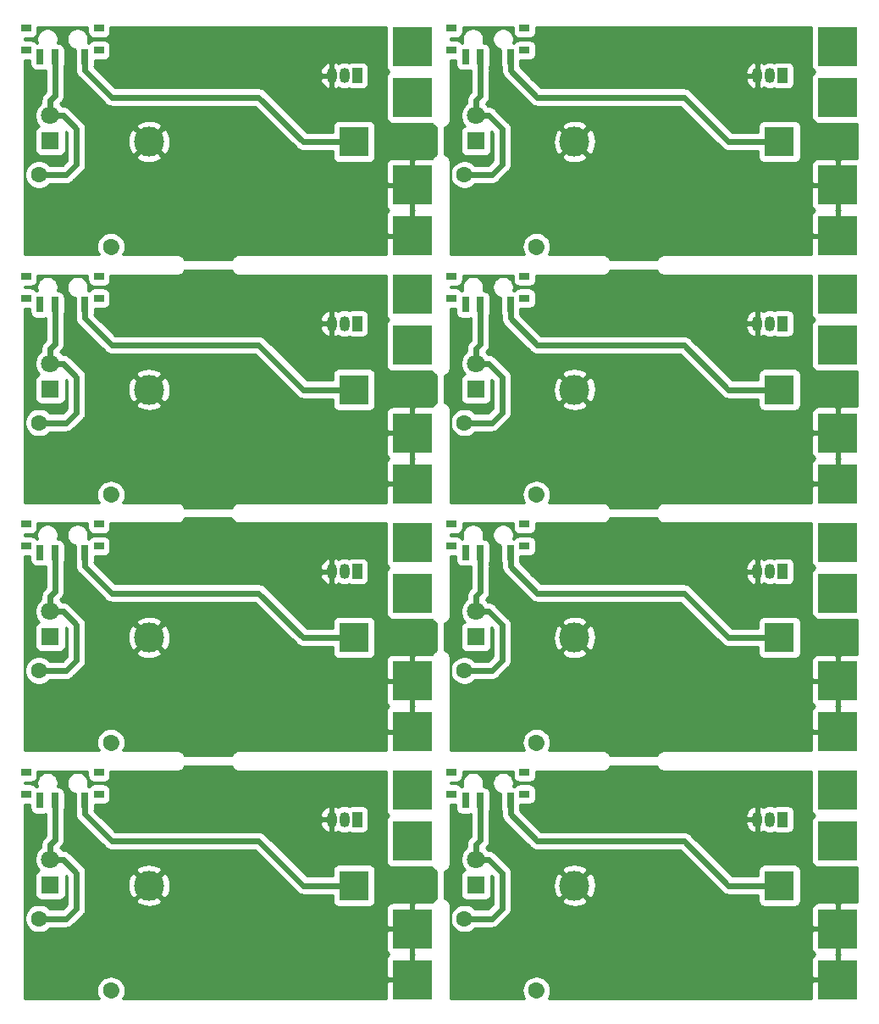
<source format=gbr>
G04 #@! TF.GenerationSoftware,KiCad,Pcbnew,(5.1.4)-1*
G04 #@! TF.CreationDate,2021-02-09T18:46:42+01:00*
G04 #@! TF.ProjectId,plant_water_level,706c616e-745f-4776-9174-65725f6c6576,rev?*
G04 #@! TF.SameCoordinates,Original*
G04 #@! TF.FileFunction,Copper,L1,Top*
G04 #@! TF.FilePolarity,Positive*
%FSLAX46Y46*%
G04 Gerber Fmt 4.6, Leading zero omitted, Abs format (unit mm)*
G04 Created by KiCad (PCBNEW (5.1.4)-1) date 2021-02-09 18:46:42*
%MOMM*%
%LPD*%
G04 APERTURE LIST*
%ADD10O,1.050000X1.500000*%
%ADD11R,1.050000X1.500000*%
%ADD12R,4.000000X4.000000*%
%ADD13C,1.800000*%
%ADD14R,1.800000X1.800000*%
%ADD15C,1.600000*%
%ADD16C,1.600000*%
%ADD17R,0.700000X1.500000*%
%ADD18R,1.000000X0.800000*%
%ADD19R,3.000000X3.000000*%
%ADD20C,3.000000*%
%ADD21C,0.700000*%
%ADD22C,0.609600*%
%ADD23C,0.254000*%
G04 APERTURE END LIST*
D10*
X75184000Y92837000D03*
X73914000Y92837000D03*
D11*
X76454000Y92837000D03*
D12*
X81978500Y65913000D03*
D13*
X3238500Y88835000D03*
D14*
X3238500Y86295000D03*
D11*
X33909000Y92837000D03*
D10*
X31369000Y92837000D03*
X32639000Y92837000D03*
D15*
X9279705Y75746795D03*
D16*
X9279705Y75746795D02*
X9279705Y75746795D01*
D15*
X2095500Y82931000D03*
D12*
X39433500Y81915000D03*
X39433500Y95758000D03*
X81978500Y52070000D03*
X81978500Y57150000D03*
D17*
X49240000Y94709000D03*
X46240000Y94709000D03*
X44740000Y94709000D03*
D18*
X50640000Y97569000D03*
X43340000Y97569000D03*
X43340000Y95359000D03*
X50640000Y95359000D03*
D12*
X39433500Y90678000D03*
X81978500Y70993000D03*
D19*
X33591500Y86233000D03*
D20*
X13101500Y86233000D03*
D18*
X8095000Y95359000D03*
X795000Y95359000D03*
X795000Y97569000D03*
X8095000Y97569000D03*
D17*
X2195000Y94709000D03*
X3695000Y94709000D03*
X6695000Y94709000D03*
D15*
X44640500Y82931000D03*
X51824705Y75746795D03*
D16*
X51824705Y75746795D02*
X51824705Y75746795D01*
D12*
X39433500Y76835000D03*
D20*
X55646500Y86233000D03*
D19*
X76136500Y86233000D03*
D13*
X45783500Y64070000D03*
D14*
X45783500Y61530000D03*
D19*
X76136500Y61468000D03*
D20*
X55646500Y61468000D03*
D11*
X76454000Y68072000D03*
D10*
X73914000Y68072000D03*
X75184000Y68072000D03*
D18*
X50640000Y70594000D03*
X43340000Y70594000D03*
X43340000Y72804000D03*
X50640000Y72804000D03*
D17*
X44740000Y69944000D03*
X46240000Y69944000D03*
X49240000Y69944000D03*
D15*
X51824705Y50981795D03*
D16*
X51824705Y50981795D02*
X51824705Y50981795D01*
D15*
X44640500Y58166000D03*
D12*
X81978500Y90678000D03*
X81978500Y95758000D03*
X81978500Y81915000D03*
D14*
X45783500Y86295000D03*
D13*
X45783500Y88835000D03*
D12*
X81978500Y76835000D03*
X39433500Y65913000D03*
X39433500Y52070000D03*
X39433500Y70993000D03*
X39433500Y57150000D03*
D20*
X13101500Y61468000D03*
D19*
X33591500Y61468000D03*
D17*
X6695000Y69944000D03*
X3695000Y69944000D03*
X2195000Y69944000D03*
D18*
X8095000Y72804000D03*
X795000Y72804000D03*
X795000Y70594000D03*
X8095000Y70594000D03*
D14*
X3238500Y61530000D03*
D13*
X3238500Y64070000D03*
D15*
X2095500Y58166000D03*
X9279705Y50981795D03*
D16*
X9279705Y50981795D02*
X9279705Y50981795D01*
D10*
X32639000Y68072000D03*
X31369000Y68072000D03*
D11*
X33909000Y68072000D03*
D12*
X81978500Y41148000D03*
X81978500Y27305000D03*
X81978500Y32385000D03*
X81978500Y46228000D03*
D13*
X45783500Y39305000D03*
D14*
X45783500Y36765000D03*
D19*
X76136500Y36703000D03*
D20*
X55646500Y36703000D03*
D11*
X76454000Y43307000D03*
D10*
X73914000Y43307000D03*
X75184000Y43307000D03*
D18*
X50640000Y45829000D03*
X43340000Y45829000D03*
X43340000Y48039000D03*
X50640000Y48039000D03*
D17*
X44740000Y45179000D03*
X46240000Y45179000D03*
X49240000Y45179000D03*
D15*
X51824705Y26216795D03*
D16*
X51824705Y26216795D02*
X51824705Y26216795D01*
D15*
X44640500Y33401000D03*
D12*
X39433500Y41148000D03*
X39433500Y27305000D03*
X39433500Y46228000D03*
X39433500Y32385000D03*
D20*
X13101500Y36703000D03*
D19*
X33591500Y36703000D03*
D17*
X6695000Y45179000D03*
X3695000Y45179000D03*
X2195000Y45179000D03*
D18*
X8095000Y48039000D03*
X795000Y48039000D03*
X795000Y45829000D03*
X8095000Y45829000D03*
D14*
X3238500Y36765000D03*
D13*
X3238500Y39305000D03*
D15*
X2095500Y33401000D03*
X9279705Y26216795D03*
D16*
X9279705Y26216795D02*
X9279705Y26216795D01*
D10*
X32639000Y43307000D03*
X31369000Y43307000D03*
D11*
X33909000Y43307000D03*
D12*
X81978500Y16383000D03*
X81978500Y2540000D03*
X81978500Y21463000D03*
X81978500Y7620000D03*
D20*
X55646500Y11938000D03*
D19*
X76136500Y11938000D03*
D17*
X49240000Y20414000D03*
X46240000Y20414000D03*
X44740000Y20414000D03*
D18*
X50640000Y23274000D03*
X43340000Y23274000D03*
X43340000Y21064000D03*
X50640000Y21064000D03*
D14*
X45783500Y12000000D03*
D13*
X45783500Y14540000D03*
D15*
X44640500Y8636000D03*
X51824705Y1451795D03*
D16*
X51824705Y1451795D02*
X51824705Y1451795D01*
D10*
X75184000Y18542000D03*
X73914000Y18542000D03*
D11*
X76454000Y18542000D03*
D12*
X39433500Y7620000D03*
X39433500Y21463000D03*
X39433500Y2540000D03*
X39433500Y16383000D03*
D18*
X8095000Y21064000D03*
X795000Y21064000D03*
X795000Y23274000D03*
X8095000Y23274000D03*
D17*
X2195000Y20414000D03*
X3695000Y20414000D03*
X6695000Y20414000D03*
D15*
X9279705Y1451795D03*
D16*
X9279705Y1451795D02*
X9279705Y1451795D01*
D15*
X2095500Y8636000D03*
D11*
X33909000Y18542000D03*
D10*
X31369000Y18542000D03*
X32639000Y18542000D03*
D13*
X3238500Y14540000D03*
D14*
X3238500Y12000000D03*
D19*
X33591500Y11938000D03*
D20*
X13101500Y11938000D03*
D21*
X1397000Y4699000D03*
X2222500Y1714500D03*
X10414000Y8763000D03*
X15557500Y3810000D03*
X29654500Y1524000D03*
X32829500Y4889500D03*
X39941500Y11303000D03*
X36893500Y12065000D03*
X28638500Y20066000D03*
X36068000Y18732500D03*
X27305000Y22733000D03*
X33845500Y22796500D03*
X13970000Y19431000D03*
X10858500Y22796500D03*
X6413500Y17399000D03*
X1778000Y17589500D03*
X6667500Y7429500D03*
X1270000Y13144500D03*
X49212500Y7429500D03*
X43815000Y13144500D03*
X44323000Y17589500D03*
X56515000Y19431000D03*
X69850000Y22733000D03*
X76390500Y22796500D03*
X53403500Y22796500D03*
X48958500Y17399000D03*
X43942000Y4699000D03*
X44767500Y1714500D03*
X52959000Y8763000D03*
X58102500Y3810000D03*
X72199500Y1524000D03*
X75374500Y4889500D03*
X82486500Y11303000D03*
X78613000Y18732500D03*
X79438500Y12065000D03*
X71183500Y20066000D03*
X6667500Y32194500D03*
X1270000Y37909500D03*
X1778000Y42354500D03*
X13970000Y44196000D03*
X27305000Y47498000D03*
X33845500Y47561500D03*
X10858500Y47561500D03*
X6413500Y42164000D03*
X69850000Y47498000D03*
X53403500Y47561500D03*
X56515000Y44196000D03*
X43815000Y37909500D03*
X76390500Y47561500D03*
X43942000Y29464000D03*
X44767500Y26479500D03*
X44323000Y42354500D03*
X82486500Y36068000D03*
X79438500Y36830000D03*
X75374500Y29654500D03*
X49212500Y32194500D03*
X48958500Y42164000D03*
X71183500Y44831000D03*
X52959000Y33528000D03*
X72199500Y26289000D03*
X78613000Y43497500D03*
X58102500Y28575000D03*
X1397000Y29464000D03*
X2222500Y26479500D03*
X10414000Y33528000D03*
X15557500Y28575000D03*
X29654500Y26289000D03*
X32829500Y29654500D03*
X39941500Y36068000D03*
X36068000Y43497500D03*
X36893500Y36830000D03*
X28638500Y44831000D03*
X6667500Y56959500D03*
X1270000Y62674500D03*
X1778000Y67119500D03*
X13970000Y68961000D03*
X27305000Y72263000D03*
X33845500Y72326500D03*
X10858500Y72326500D03*
X6413500Y66929000D03*
X56515000Y93726000D03*
X76390500Y97091500D03*
X44323000Y91884500D03*
X69850000Y72263000D03*
X1270000Y87439500D03*
X53403500Y72326500D03*
X82486500Y85598000D03*
X56515000Y68961000D03*
X43815000Y62674500D03*
X76390500Y72326500D03*
X43942000Y54229000D03*
X44767500Y51244500D03*
X44323000Y67119500D03*
X10858500Y97091500D03*
X82486500Y60833000D03*
X79438500Y61595000D03*
X33845500Y97091500D03*
X53403500Y97091500D03*
X43815000Y87439500D03*
X6413500Y91694000D03*
X75374500Y54419500D03*
X49212500Y56959500D03*
X6667500Y81724500D03*
X1778000Y91884500D03*
X48958500Y66929000D03*
X44767500Y76009500D03*
X71183500Y69596000D03*
X43942000Y78994000D03*
X52959000Y58293000D03*
X72199500Y51054000D03*
X78613000Y68262500D03*
X13970000Y93726000D03*
X58102500Y53340000D03*
X27305000Y97028000D03*
X69850000Y97028000D03*
X75374500Y79184500D03*
X78613000Y93027500D03*
X48958500Y91694000D03*
X58102500Y78105000D03*
X15557500Y78105000D03*
X29654500Y75819000D03*
X32829500Y79184500D03*
X49212500Y81724500D03*
X1397000Y78994000D03*
X71183500Y94361000D03*
X52959000Y83058000D03*
X2222500Y76009500D03*
X72199500Y75819000D03*
X10414000Y83058000D03*
X1397000Y54229000D03*
X2222500Y51244500D03*
X10414000Y58293000D03*
X15557500Y53340000D03*
X29654500Y51054000D03*
X32829500Y54419500D03*
X39941500Y60833000D03*
X36068000Y68262500D03*
X36893500Y61595000D03*
X28638500Y69596000D03*
X79438500Y86360000D03*
X28638500Y94361000D03*
X36068000Y93027500D03*
X39941500Y85598000D03*
X36893500Y86360000D03*
D22*
X6695000Y19054400D02*
X9366400Y16383000D01*
X6695000Y20414000D02*
X6695000Y19054400D01*
X9366400Y16383000D02*
X24066500Y16383000D01*
X28511500Y11938000D02*
X33591500Y11938000D01*
X24066500Y16383000D02*
X28511500Y11938000D01*
X49240000Y19054400D02*
X51911400Y16383000D01*
X66611500Y16383000D02*
X71056500Y11938000D01*
X51911400Y16383000D02*
X66611500Y16383000D01*
X49240000Y20414000D02*
X49240000Y19054400D01*
X71056500Y11938000D02*
X76136500Y11938000D01*
X6695000Y43819400D02*
X9366400Y41148000D01*
X24066500Y41148000D02*
X28511500Y36703000D01*
X9366400Y41148000D02*
X24066500Y41148000D01*
X6695000Y45179000D02*
X6695000Y43819400D01*
X28511500Y36703000D02*
X33591500Y36703000D01*
X71056500Y36703000D02*
X76136500Y36703000D01*
X49240000Y45179000D02*
X49240000Y43819400D01*
X51911400Y41148000D02*
X66611500Y41148000D01*
X49240000Y43819400D02*
X51911400Y41148000D01*
X66611500Y41148000D02*
X71056500Y36703000D01*
X6695000Y68584400D02*
X9366400Y65913000D01*
X24066500Y65913000D02*
X28511500Y61468000D01*
X9366400Y65913000D02*
X24066500Y65913000D01*
X6695000Y69944000D02*
X6695000Y68584400D01*
X28511500Y61468000D02*
X33591500Y61468000D01*
X71056500Y61468000D02*
X76136500Y61468000D01*
X49240000Y69944000D02*
X49240000Y68584400D01*
X51911400Y65913000D02*
X66611500Y65913000D01*
X49240000Y68584400D02*
X51911400Y65913000D01*
X66611500Y65913000D02*
X71056500Y61468000D01*
X66611500Y90678000D02*
X71056500Y86233000D01*
X49240000Y94709000D02*
X49240000Y93349400D01*
X71056500Y86233000D02*
X76136500Y86233000D01*
X51911400Y90678000D02*
X66611500Y90678000D01*
X24066500Y90678000D02*
X28511500Y86233000D01*
X6695000Y93349400D02*
X9366400Y90678000D01*
X49240000Y93349400D02*
X51911400Y90678000D01*
X28511500Y86233000D02*
X33591500Y86233000D01*
X9366400Y90678000D02*
X24066500Y90678000D01*
X6695000Y94709000D02*
X6695000Y93349400D01*
X3695000Y19054400D02*
X3683000Y19042400D01*
X3695000Y20414000D02*
X3695000Y19054400D01*
X3683000Y19042400D02*
X3683000Y16510000D01*
X3238500Y16065500D02*
X3238500Y14540000D01*
X3683000Y16510000D02*
X3238500Y16065500D01*
X4511292Y14540000D02*
X3238500Y14540000D01*
X5842000Y13209292D02*
X4511292Y14540000D01*
X5842000Y9652000D02*
X5842000Y13209292D01*
X2095500Y8636000D02*
X4826000Y8636000D01*
X4826000Y8636000D02*
X5842000Y9652000D01*
X47056292Y14540000D02*
X45783500Y14540000D01*
X46240000Y20414000D02*
X46240000Y19054400D01*
X47371000Y8636000D02*
X48387000Y9652000D01*
X45783500Y16065500D02*
X45783500Y14540000D01*
X46228000Y19042400D02*
X46228000Y16510000D01*
X46240000Y19054400D02*
X46228000Y19042400D01*
X48387000Y9652000D02*
X48387000Y13209292D01*
X46228000Y16510000D02*
X45783500Y16065500D01*
X48387000Y13209292D02*
X47056292Y14540000D01*
X44640500Y8636000D02*
X47371000Y8636000D01*
X4511292Y39305000D02*
X3238500Y39305000D01*
X3695000Y45179000D02*
X3695000Y43819400D01*
X4826000Y33401000D02*
X5842000Y34417000D01*
X3238500Y40830500D02*
X3238500Y39305000D01*
X3683000Y43807400D02*
X3683000Y41275000D01*
X3695000Y43819400D02*
X3683000Y43807400D01*
X5842000Y34417000D02*
X5842000Y37974292D01*
X3683000Y41275000D02*
X3238500Y40830500D01*
X5842000Y37974292D02*
X4511292Y39305000D01*
X2095500Y33401000D02*
X4826000Y33401000D01*
X48387000Y34417000D02*
X48387000Y37974292D01*
X48387000Y37974292D02*
X47056292Y39305000D01*
X46240000Y43819400D02*
X46228000Y43807400D01*
X46228000Y41275000D02*
X45783500Y40830500D01*
X44640500Y33401000D02*
X47371000Y33401000D01*
X46240000Y45179000D02*
X46240000Y43819400D01*
X45783500Y40830500D02*
X45783500Y39305000D01*
X46228000Y43807400D02*
X46228000Y41275000D01*
X47056292Y39305000D02*
X45783500Y39305000D01*
X47371000Y33401000D02*
X48387000Y34417000D01*
X4511292Y64070000D02*
X3238500Y64070000D01*
X3695000Y69944000D02*
X3695000Y68584400D01*
X4826000Y58166000D02*
X5842000Y59182000D01*
X3238500Y65595500D02*
X3238500Y64070000D01*
X3683000Y68572400D02*
X3683000Y66040000D01*
X3695000Y68584400D02*
X3683000Y68572400D01*
X5842000Y59182000D02*
X5842000Y62739292D01*
X3683000Y66040000D02*
X3238500Y65595500D01*
X5842000Y62739292D02*
X4511292Y64070000D01*
X2095500Y58166000D02*
X4826000Y58166000D01*
X48387000Y59182000D02*
X48387000Y62739292D01*
X48387000Y62739292D02*
X47056292Y64070000D01*
X46240000Y68584400D02*
X46228000Y68572400D01*
X46228000Y66040000D02*
X45783500Y65595500D01*
X44640500Y58166000D02*
X47371000Y58166000D01*
X46240000Y69944000D02*
X46240000Y68584400D01*
X45783500Y65595500D02*
X45783500Y64070000D01*
X46228000Y68572400D02*
X46228000Y66040000D01*
X47056292Y64070000D02*
X45783500Y64070000D01*
X47371000Y58166000D02*
X48387000Y59182000D01*
X46228000Y93337400D02*
X46228000Y90805000D01*
X47056292Y88835000D02*
X45783500Y88835000D01*
X47371000Y82931000D02*
X48387000Y83947000D01*
X3695000Y93349400D02*
X3683000Y93337400D01*
X5842000Y83947000D02*
X5842000Y87504292D01*
X2095500Y82931000D02*
X4826000Y82931000D01*
X3683000Y90805000D02*
X3238500Y90360500D01*
X5842000Y87504292D02*
X4511292Y88835000D01*
X48387000Y83947000D02*
X48387000Y87504292D01*
X48387000Y87504292D02*
X47056292Y88835000D01*
X4511292Y88835000D02*
X3238500Y88835000D01*
X3695000Y94709000D02*
X3695000Y93349400D01*
X3238500Y90360500D02*
X3238500Y88835000D01*
X3683000Y93337400D02*
X3683000Y90805000D01*
X4826000Y82931000D02*
X5842000Y83947000D01*
X46240000Y94709000D02*
X46240000Y93349400D01*
X45783500Y90360500D02*
X45783500Y88835000D01*
X44640500Y82931000D02*
X47371000Y82931000D01*
X46240000Y93349400D02*
X46228000Y93337400D01*
X46228000Y90805000D02*
X45783500Y90360500D01*
D23*
G36*
X21349550Y23870617D02*
G01*
X21387290Y23746207D01*
X21448575Y23631550D01*
X21531052Y23531052D01*
X21631550Y23448575D01*
X21746207Y23387290D01*
X21870617Y23349550D01*
X21967581Y23340000D01*
X22000000Y23336807D01*
X22032419Y23340000D01*
X36795428Y23340000D01*
X36795428Y19463000D01*
X36807688Y19338518D01*
X36843998Y19218820D01*
X36902963Y19108506D01*
X36982315Y19011815D01*
X37079006Y18932463D01*
X37096710Y18923000D01*
X37079006Y18913537D01*
X36982315Y18834185D01*
X36902963Y18737494D01*
X36843998Y18627180D01*
X36807688Y18507482D01*
X36795428Y18383000D01*
X36795428Y14383000D01*
X36807688Y14258518D01*
X36843998Y14138820D01*
X36902963Y14028506D01*
X36982315Y13931815D01*
X37079006Y13852463D01*
X37189320Y13793498D01*
X37309018Y13757188D01*
X37433500Y13744928D01*
X41387974Y13744928D01*
X41448575Y13631550D01*
X41498531Y13570679D01*
X41531052Y13531052D01*
X41631550Y13448575D01*
X41746207Y13387290D01*
X41846500Y13356866D01*
X41846500Y10643134D01*
X41746207Y10612710D01*
X41631550Y10551425D01*
X41531052Y10468948D01*
X41448575Y10368450D01*
X41389535Y10257993D01*
X39719250Y10255000D01*
X39560500Y10096250D01*
X39560500Y7747000D01*
X39580500Y7747000D01*
X39580500Y7493000D01*
X39560500Y7493000D01*
X39560500Y5143750D01*
X39624250Y5080000D01*
X39560500Y5016250D01*
X39560500Y2667000D01*
X39580500Y2667000D01*
X39580500Y2413000D01*
X39560500Y2413000D01*
X39560500Y2393000D01*
X39306500Y2393000D01*
X39306500Y2413000D01*
X36957250Y2413000D01*
X36798500Y2254250D01*
X36795643Y660000D01*
X10483611Y660000D01*
X10611887Y899987D01*
X10693941Y1170486D01*
X10721648Y1451795D01*
X10693941Y1733104D01*
X10611887Y2003603D01*
X10478637Y2252896D01*
X10299313Y2471403D01*
X10080806Y2650727D01*
X9831513Y2783977D01*
X9561014Y2866031D01*
X9350197Y2886795D01*
X9209213Y2886795D01*
X8998396Y2866031D01*
X8727897Y2783977D01*
X8478604Y2650727D01*
X8260097Y2471403D01*
X8080773Y2252896D01*
X7947523Y2003603D01*
X7865469Y1733104D01*
X7837762Y1451795D01*
X7865469Y1170486D01*
X7947523Y899987D01*
X8075799Y660000D01*
X660000Y660000D01*
X660000Y5620000D01*
X36795428Y5620000D01*
X36807688Y5495518D01*
X36843998Y5375820D01*
X36902963Y5265506D01*
X36982315Y5168815D01*
X37079006Y5089463D01*
X37096710Y5080000D01*
X37079006Y5070537D01*
X36982315Y4991185D01*
X36902963Y4894494D01*
X36843998Y4784180D01*
X36807688Y4664482D01*
X36795428Y4540000D01*
X36798500Y2825750D01*
X36957250Y2667000D01*
X39306500Y2667000D01*
X39306500Y5016250D01*
X39242750Y5080000D01*
X39306500Y5143750D01*
X39306500Y7493000D01*
X36957250Y7493000D01*
X36798500Y7334250D01*
X36795428Y5620000D01*
X660000Y5620000D01*
X660000Y20025928D01*
X1206928Y20025928D01*
X1206928Y19664000D01*
X1219188Y19539518D01*
X1255498Y19419820D01*
X1314463Y19309506D01*
X1393815Y19212815D01*
X1490506Y19133463D01*
X1600820Y19074498D01*
X1720518Y19038188D01*
X1845000Y19025928D01*
X2545000Y19025928D01*
X2669482Y19038188D01*
X2740357Y19059688D01*
X2738654Y19042400D01*
X2743200Y18996242D01*
X2743201Y16899277D01*
X2606614Y16762691D01*
X2570746Y16733254D01*
X2453304Y16590151D01*
X2366037Y16426885D01*
X2312298Y16249732D01*
X2298700Y16111666D01*
X2298700Y16111657D01*
X2294154Y16065500D01*
X2298700Y16019342D01*
X2298700Y15758174D01*
X2259995Y15732312D01*
X2046188Y15518505D01*
X1878201Y15267095D01*
X1762489Y14987743D01*
X1703500Y14691184D01*
X1703500Y14388816D01*
X1762489Y14092257D01*
X1878201Y13812905D01*
X2046188Y13561495D01*
X2112627Y13495056D01*
X2094320Y13489502D01*
X1984006Y13430537D01*
X1887315Y13351185D01*
X1807963Y13254494D01*
X1748998Y13144180D01*
X1712688Y13024482D01*
X1700428Y12900000D01*
X1700428Y11100000D01*
X1712688Y10975518D01*
X1748998Y10855820D01*
X1807963Y10745506D01*
X1887315Y10648815D01*
X1984006Y10569463D01*
X2094320Y10510498D01*
X2214018Y10474188D01*
X2338500Y10461928D01*
X4138500Y10461928D01*
X4262982Y10474188D01*
X4382680Y10510498D01*
X4492994Y10569463D01*
X4589685Y10648815D01*
X4669037Y10745506D01*
X4728002Y10855820D01*
X4764312Y10975518D01*
X4776572Y11100000D01*
X4776572Y12900000D01*
X4771586Y12950629D01*
X4902201Y12820014D01*
X4902200Y10041277D01*
X4436724Y9575800D01*
X3185096Y9575800D01*
X3010259Y9750637D01*
X2775227Y9907680D01*
X2514074Y10015853D01*
X2236835Y10071000D01*
X1954165Y10071000D01*
X1676926Y10015853D01*
X1415773Y9907680D01*
X1180741Y9750637D01*
X980863Y9550759D01*
X823820Y9315727D01*
X715647Y9054574D01*
X660500Y8777335D01*
X660500Y8494665D01*
X715647Y8217426D01*
X823820Y7956273D01*
X980863Y7721241D01*
X1180741Y7521363D01*
X1415773Y7364320D01*
X1676926Y7256147D01*
X1954165Y7201000D01*
X2236835Y7201000D01*
X2514074Y7256147D01*
X2775227Y7364320D01*
X3010259Y7521363D01*
X3185096Y7696200D01*
X4779843Y7696200D01*
X4826000Y7691654D01*
X4872157Y7696200D01*
X4872167Y7696200D01*
X5010233Y7709798D01*
X5187386Y7763537D01*
X5350651Y7850804D01*
X5493754Y7968246D01*
X5523191Y8004115D01*
X6473890Y8954813D01*
X6509754Y8984246D01*
X6577828Y9067194D01*
X6627196Y9127348D01*
X6714463Y9290614D01*
X6743789Y9387290D01*
X6768202Y9467767D01*
X6781800Y9605833D01*
X6781800Y9605843D01*
X6783194Y9620000D01*
X36795428Y9620000D01*
X36798500Y7905750D01*
X36957250Y7747000D01*
X39306500Y7747000D01*
X39306500Y10096250D01*
X39147750Y10255000D01*
X37433500Y10258072D01*
X37309018Y10245812D01*
X37189320Y10209502D01*
X37079006Y10150537D01*
X36982315Y10071185D01*
X36902963Y9974494D01*
X36843998Y9864180D01*
X36807688Y9744482D01*
X36795428Y9620000D01*
X6783194Y9620000D01*
X6786346Y9652000D01*
X6781800Y9698157D01*
X6781800Y10446347D01*
X11789452Y10446347D01*
X11945462Y10130786D01*
X12320245Y9939980D01*
X12725051Y9825956D01*
X13144324Y9793098D01*
X13561951Y9842666D01*
X13961883Y9972757D01*
X14257538Y10130786D01*
X14413548Y10446347D01*
X13101500Y11758395D01*
X11789452Y10446347D01*
X6781800Y10446347D01*
X6781800Y11895176D01*
X10956598Y11895176D01*
X11006166Y11477549D01*
X11136257Y11077617D01*
X11294286Y10781962D01*
X11609847Y10625952D01*
X12921895Y11938000D01*
X13281105Y11938000D01*
X14593153Y10625952D01*
X14908714Y10781962D01*
X15099520Y11156745D01*
X15213544Y11561551D01*
X15246402Y11980824D01*
X15196834Y12398451D01*
X15066743Y12798383D01*
X14908714Y13094038D01*
X14593153Y13250048D01*
X13281105Y11938000D01*
X12921895Y11938000D01*
X11609847Y13250048D01*
X11294286Y13094038D01*
X11103480Y12719255D01*
X10989456Y12314449D01*
X10956598Y11895176D01*
X6781800Y11895176D01*
X6781800Y13163136D01*
X6786346Y13209293D01*
X6781800Y13255450D01*
X6781800Y13255459D01*
X6768202Y13393525D01*
X6757243Y13429653D01*
X11789452Y13429653D01*
X13101500Y12117605D01*
X14413548Y13429653D01*
X14257538Y13745214D01*
X13882755Y13936020D01*
X13477949Y14050044D01*
X13058676Y14082902D01*
X12641049Y14033334D01*
X12241117Y13903243D01*
X11945462Y13745214D01*
X11789452Y13429653D01*
X6757243Y13429653D01*
X6714463Y13570678D01*
X6627196Y13733943D01*
X6509754Y13877046D01*
X6473895Y13906474D01*
X5208483Y15171885D01*
X5179046Y15207754D01*
X5035943Y15325196D01*
X4872678Y15412463D01*
X4695525Y15466202D01*
X4557459Y15479800D01*
X4557449Y15479800D01*
X4511292Y15484346D01*
X4465135Y15479800D01*
X4456674Y15479800D01*
X4430812Y15518505D01*
X4225697Y15723620D01*
X4314890Y15812813D01*
X4350754Y15842246D01*
X4468196Y15985349D01*
X4555463Y16148614D01*
X4609202Y16325767D01*
X4622800Y16463833D01*
X4622800Y16463843D01*
X4627346Y16510000D01*
X4622800Y16556157D01*
X4622800Y18886392D01*
X4634800Y19008233D01*
X4639347Y19054400D01*
X4634800Y19100567D01*
X4634800Y19420802D01*
X4670812Y19539518D01*
X4683072Y19664000D01*
X4683072Y21164000D01*
X4670812Y21288482D01*
X4634502Y21408180D01*
X4575537Y21518494D01*
X4496185Y21615185D01*
X4399494Y21694537D01*
X4289180Y21753502D01*
X4169482Y21789812D01*
X4045000Y21802072D01*
X3965338Y21802072D01*
X3988304Y21857517D01*
X4030000Y22067137D01*
X4030000Y22280863D01*
X4860000Y22280863D01*
X4860000Y22067137D01*
X4901696Y21857517D01*
X4983485Y21660060D01*
X5102225Y21482353D01*
X5253353Y21331225D01*
X5431060Y21212485D01*
X5628517Y21130696D01*
X5706928Y21115099D01*
X5706928Y19664000D01*
X5719188Y19539518D01*
X5755201Y19420800D01*
X5755201Y19100567D01*
X5750654Y19054400D01*
X5768799Y18870167D01*
X5822538Y18693014D01*
X5909804Y18529749D01*
X5969959Y18456452D01*
X6027247Y18386646D01*
X6063110Y18357214D01*
X8669218Y15751104D01*
X8698646Y15715246D01*
X8734504Y15685818D01*
X8734505Y15685817D01*
X8841748Y15597804D01*
X8867952Y15583798D01*
X9005014Y15510537D01*
X9182167Y15456798D01*
X9320233Y15443200D01*
X9320242Y15443200D01*
X9366399Y15438654D01*
X9412556Y15443200D01*
X23677224Y15443200D01*
X27814318Y11306104D01*
X27843746Y11270246D01*
X27986849Y11152804D01*
X28150114Y11065537D01*
X28327267Y11011798D01*
X28465333Y10998200D01*
X28465342Y10998200D01*
X28511499Y10993654D01*
X28557656Y10998200D01*
X31453428Y10998200D01*
X31453428Y10438000D01*
X31465688Y10313518D01*
X31501998Y10193820D01*
X31560963Y10083506D01*
X31640315Y9986815D01*
X31737006Y9907463D01*
X31847320Y9848498D01*
X31967018Y9812188D01*
X32091500Y9799928D01*
X35091500Y9799928D01*
X35215982Y9812188D01*
X35335680Y9848498D01*
X35445994Y9907463D01*
X35542685Y9986815D01*
X35622037Y10083506D01*
X35681002Y10193820D01*
X35717312Y10313518D01*
X35729572Y10438000D01*
X35729572Y13438000D01*
X35717312Y13562482D01*
X35681002Y13682180D01*
X35622037Y13792494D01*
X35542685Y13889185D01*
X35445994Y13968537D01*
X35335680Y14027502D01*
X35215982Y14063812D01*
X35091500Y14076072D01*
X32091500Y14076072D01*
X31967018Y14063812D01*
X31847320Y14027502D01*
X31737006Y13968537D01*
X31640315Y13889185D01*
X31560963Y13792494D01*
X31501998Y13682180D01*
X31465688Y13562482D01*
X31453428Y13438000D01*
X31453428Y12877800D01*
X28900778Y12877800D01*
X24763691Y17014885D01*
X24734254Y17050754D01*
X24591151Y17168196D01*
X24427886Y17255463D01*
X24250733Y17309202D01*
X24112667Y17322800D01*
X24112657Y17322800D01*
X24066500Y17327346D01*
X24020343Y17322800D01*
X9755678Y17322800D01*
X8846985Y18231493D01*
X30202669Y18231493D01*
X30241761Y18005596D01*
X30324172Y17791666D01*
X30446736Y17597924D01*
X30604742Y17431816D01*
X30792118Y17299725D01*
X31001663Y17206728D01*
X31063190Y17198036D01*
X31242000Y17323837D01*
X31242000Y18415000D01*
X30362402Y18415000D01*
X30202669Y18231493D01*
X8846985Y18231493D01*
X8225970Y18852507D01*
X30202669Y18852507D01*
X30362402Y18669000D01*
X31242000Y18669000D01*
X31242000Y18823979D01*
X31479000Y18823979D01*
X31479000Y18260022D01*
X31495785Y18089601D01*
X31496000Y18088892D01*
X31496000Y17323837D01*
X31674810Y17198036D01*
X31736337Y17206728D01*
X31945882Y17299725D01*
X32004331Y17340929D01*
X32192940Y17240115D01*
X32411600Y17173785D01*
X32639000Y17151388D01*
X32866399Y17173785D01*
X33075098Y17237093D01*
X33139820Y17202498D01*
X33259518Y17166188D01*
X33384000Y17153928D01*
X34434000Y17153928D01*
X34558482Y17166188D01*
X34678180Y17202498D01*
X34788494Y17261463D01*
X34885185Y17340815D01*
X34964537Y17437506D01*
X35023502Y17547820D01*
X35059812Y17667518D01*
X35072072Y17792000D01*
X35072072Y19292000D01*
X35059812Y19416482D01*
X35023502Y19536180D01*
X34964537Y19646494D01*
X34885185Y19743185D01*
X34788494Y19822537D01*
X34678180Y19881502D01*
X34558482Y19917812D01*
X34434000Y19930072D01*
X33384000Y19930072D01*
X33259518Y19917812D01*
X33139820Y19881502D01*
X33075098Y19846907D01*
X32866400Y19910215D01*
X32639000Y19932612D01*
X32411601Y19910215D01*
X32192941Y19843885D01*
X32004331Y19743071D01*
X31945882Y19784275D01*
X31736337Y19877272D01*
X31674810Y19885964D01*
X31496000Y19760163D01*
X31496000Y18995109D01*
X31495785Y18994400D01*
X31479000Y18823979D01*
X31242000Y18823979D01*
X31242000Y19760163D01*
X31063190Y19885964D01*
X31001663Y19877272D01*
X30792118Y19784275D01*
X30604742Y19652184D01*
X30446736Y19486076D01*
X30324172Y19292334D01*
X30241761Y19078404D01*
X30202669Y18852507D01*
X8225970Y18852507D01*
X7640124Y19438352D01*
X7670812Y19539518D01*
X7683072Y19664000D01*
X7683072Y20025928D01*
X8595000Y20025928D01*
X8719482Y20038188D01*
X8839180Y20074498D01*
X8949494Y20133463D01*
X9046185Y20212815D01*
X9125537Y20309506D01*
X9184502Y20419820D01*
X9220812Y20539518D01*
X9233072Y20664000D01*
X9233072Y21464000D01*
X9220812Y21588482D01*
X9184502Y21708180D01*
X9125537Y21818494D01*
X9046185Y21915185D01*
X8949494Y21994537D01*
X8839180Y22053502D01*
X8719482Y22089812D01*
X8595000Y22102072D01*
X7595000Y22102072D01*
X7470518Y22089812D01*
X7350820Y22053502D01*
X7240506Y21994537D01*
X7143815Y21915185D01*
X7064463Y21818494D01*
X7055151Y21801072D01*
X7045000Y21802072D01*
X6965338Y21802072D01*
X6988304Y21857517D01*
X7030000Y22067137D01*
X7030000Y22280863D01*
X6988304Y22490483D01*
X6906515Y22687940D01*
X6787775Y22865647D01*
X6636647Y23016775D01*
X6458940Y23135515D01*
X6261483Y23217304D01*
X6051863Y23259000D01*
X5838137Y23259000D01*
X5628517Y23217304D01*
X5431060Y23135515D01*
X5253353Y23016775D01*
X5102225Y22865647D01*
X4983485Y22687940D01*
X4901696Y22490483D01*
X4860000Y22280863D01*
X4030000Y22280863D01*
X3988304Y22490483D01*
X3906515Y22687940D01*
X3787775Y22865647D01*
X3636647Y23016775D01*
X3458940Y23135515D01*
X3261483Y23217304D01*
X3051863Y23259000D01*
X2838137Y23259000D01*
X2628517Y23217304D01*
X2431060Y23135515D01*
X2253353Y23016775D01*
X2102225Y22865647D01*
X1983485Y22687940D01*
X1901696Y22490483D01*
X1860000Y22280863D01*
X1860000Y22067137D01*
X1901696Y21857517D01*
X1924662Y21802072D01*
X1845000Y21802072D01*
X1834849Y21801072D01*
X1825537Y21818494D01*
X1746185Y21915185D01*
X1649494Y21994537D01*
X1539180Y22053502D01*
X1419482Y22089812D01*
X1295000Y22102072D01*
X660000Y22102072D01*
X660000Y22235928D01*
X1295000Y22235928D01*
X1419482Y22248188D01*
X1539180Y22284498D01*
X1649494Y22343463D01*
X1746185Y22422815D01*
X1825537Y22519506D01*
X1884502Y22629820D01*
X1920812Y22749518D01*
X1933072Y22874000D01*
X1933072Y23340000D01*
X6956928Y23340000D01*
X6956928Y22874000D01*
X6969188Y22749518D01*
X7005498Y22629820D01*
X7064463Y22519506D01*
X7143815Y22422815D01*
X7240506Y22343463D01*
X7350820Y22284498D01*
X7470518Y22248188D01*
X7595000Y22235928D01*
X8595000Y22235928D01*
X8719482Y22248188D01*
X8839180Y22284498D01*
X8949494Y22343463D01*
X9046185Y22422815D01*
X9125537Y22519506D01*
X9184502Y22629820D01*
X9220812Y22749518D01*
X9233072Y22874000D01*
X9233072Y23340000D01*
X15967581Y23340000D01*
X16000000Y23336807D01*
X16032419Y23340000D01*
X16129383Y23349550D01*
X16253793Y23387290D01*
X16368450Y23448575D01*
X16468948Y23531052D01*
X16551425Y23631550D01*
X16612710Y23746207D01*
X16650450Y23870617D01*
X16650980Y23876000D01*
X21349020Y23876000D01*
X21349550Y23870617D01*
X21349550Y23870617D01*
G37*
X21349550Y23870617D02*
X21387290Y23746207D01*
X21448575Y23631550D01*
X21531052Y23531052D01*
X21631550Y23448575D01*
X21746207Y23387290D01*
X21870617Y23349550D01*
X21967581Y23340000D01*
X22000000Y23336807D01*
X22032419Y23340000D01*
X36795428Y23340000D01*
X36795428Y19463000D01*
X36807688Y19338518D01*
X36843998Y19218820D01*
X36902963Y19108506D01*
X36982315Y19011815D01*
X37079006Y18932463D01*
X37096710Y18923000D01*
X37079006Y18913537D01*
X36982315Y18834185D01*
X36902963Y18737494D01*
X36843998Y18627180D01*
X36807688Y18507482D01*
X36795428Y18383000D01*
X36795428Y14383000D01*
X36807688Y14258518D01*
X36843998Y14138820D01*
X36902963Y14028506D01*
X36982315Y13931815D01*
X37079006Y13852463D01*
X37189320Y13793498D01*
X37309018Y13757188D01*
X37433500Y13744928D01*
X41387974Y13744928D01*
X41448575Y13631550D01*
X41498531Y13570679D01*
X41531052Y13531052D01*
X41631550Y13448575D01*
X41746207Y13387290D01*
X41846500Y13356866D01*
X41846500Y10643134D01*
X41746207Y10612710D01*
X41631550Y10551425D01*
X41531052Y10468948D01*
X41448575Y10368450D01*
X41389535Y10257993D01*
X39719250Y10255000D01*
X39560500Y10096250D01*
X39560500Y7747000D01*
X39580500Y7747000D01*
X39580500Y7493000D01*
X39560500Y7493000D01*
X39560500Y5143750D01*
X39624250Y5080000D01*
X39560500Y5016250D01*
X39560500Y2667000D01*
X39580500Y2667000D01*
X39580500Y2413000D01*
X39560500Y2413000D01*
X39560500Y2393000D01*
X39306500Y2393000D01*
X39306500Y2413000D01*
X36957250Y2413000D01*
X36798500Y2254250D01*
X36795643Y660000D01*
X10483611Y660000D01*
X10611887Y899987D01*
X10693941Y1170486D01*
X10721648Y1451795D01*
X10693941Y1733104D01*
X10611887Y2003603D01*
X10478637Y2252896D01*
X10299313Y2471403D01*
X10080806Y2650727D01*
X9831513Y2783977D01*
X9561014Y2866031D01*
X9350197Y2886795D01*
X9209213Y2886795D01*
X8998396Y2866031D01*
X8727897Y2783977D01*
X8478604Y2650727D01*
X8260097Y2471403D01*
X8080773Y2252896D01*
X7947523Y2003603D01*
X7865469Y1733104D01*
X7837762Y1451795D01*
X7865469Y1170486D01*
X7947523Y899987D01*
X8075799Y660000D01*
X660000Y660000D01*
X660000Y5620000D01*
X36795428Y5620000D01*
X36807688Y5495518D01*
X36843998Y5375820D01*
X36902963Y5265506D01*
X36982315Y5168815D01*
X37079006Y5089463D01*
X37096710Y5080000D01*
X37079006Y5070537D01*
X36982315Y4991185D01*
X36902963Y4894494D01*
X36843998Y4784180D01*
X36807688Y4664482D01*
X36795428Y4540000D01*
X36798500Y2825750D01*
X36957250Y2667000D01*
X39306500Y2667000D01*
X39306500Y5016250D01*
X39242750Y5080000D01*
X39306500Y5143750D01*
X39306500Y7493000D01*
X36957250Y7493000D01*
X36798500Y7334250D01*
X36795428Y5620000D01*
X660000Y5620000D01*
X660000Y20025928D01*
X1206928Y20025928D01*
X1206928Y19664000D01*
X1219188Y19539518D01*
X1255498Y19419820D01*
X1314463Y19309506D01*
X1393815Y19212815D01*
X1490506Y19133463D01*
X1600820Y19074498D01*
X1720518Y19038188D01*
X1845000Y19025928D01*
X2545000Y19025928D01*
X2669482Y19038188D01*
X2740357Y19059688D01*
X2738654Y19042400D01*
X2743200Y18996242D01*
X2743201Y16899277D01*
X2606614Y16762691D01*
X2570746Y16733254D01*
X2453304Y16590151D01*
X2366037Y16426885D01*
X2312298Y16249732D01*
X2298700Y16111666D01*
X2298700Y16111657D01*
X2294154Y16065500D01*
X2298700Y16019342D01*
X2298700Y15758174D01*
X2259995Y15732312D01*
X2046188Y15518505D01*
X1878201Y15267095D01*
X1762489Y14987743D01*
X1703500Y14691184D01*
X1703500Y14388816D01*
X1762489Y14092257D01*
X1878201Y13812905D01*
X2046188Y13561495D01*
X2112627Y13495056D01*
X2094320Y13489502D01*
X1984006Y13430537D01*
X1887315Y13351185D01*
X1807963Y13254494D01*
X1748998Y13144180D01*
X1712688Y13024482D01*
X1700428Y12900000D01*
X1700428Y11100000D01*
X1712688Y10975518D01*
X1748998Y10855820D01*
X1807963Y10745506D01*
X1887315Y10648815D01*
X1984006Y10569463D01*
X2094320Y10510498D01*
X2214018Y10474188D01*
X2338500Y10461928D01*
X4138500Y10461928D01*
X4262982Y10474188D01*
X4382680Y10510498D01*
X4492994Y10569463D01*
X4589685Y10648815D01*
X4669037Y10745506D01*
X4728002Y10855820D01*
X4764312Y10975518D01*
X4776572Y11100000D01*
X4776572Y12900000D01*
X4771586Y12950629D01*
X4902201Y12820014D01*
X4902200Y10041277D01*
X4436724Y9575800D01*
X3185096Y9575800D01*
X3010259Y9750637D01*
X2775227Y9907680D01*
X2514074Y10015853D01*
X2236835Y10071000D01*
X1954165Y10071000D01*
X1676926Y10015853D01*
X1415773Y9907680D01*
X1180741Y9750637D01*
X980863Y9550759D01*
X823820Y9315727D01*
X715647Y9054574D01*
X660500Y8777335D01*
X660500Y8494665D01*
X715647Y8217426D01*
X823820Y7956273D01*
X980863Y7721241D01*
X1180741Y7521363D01*
X1415773Y7364320D01*
X1676926Y7256147D01*
X1954165Y7201000D01*
X2236835Y7201000D01*
X2514074Y7256147D01*
X2775227Y7364320D01*
X3010259Y7521363D01*
X3185096Y7696200D01*
X4779843Y7696200D01*
X4826000Y7691654D01*
X4872157Y7696200D01*
X4872167Y7696200D01*
X5010233Y7709798D01*
X5187386Y7763537D01*
X5350651Y7850804D01*
X5493754Y7968246D01*
X5523191Y8004115D01*
X6473890Y8954813D01*
X6509754Y8984246D01*
X6577828Y9067194D01*
X6627196Y9127348D01*
X6714463Y9290614D01*
X6743789Y9387290D01*
X6768202Y9467767D01*
X6781800Y9605833D01*
X6781800Y9605843D01*
X6783194Y9620000D01*
X36795428Y9620000D01*
X36798500Y7905750D01*
X36957250Y7747000D01*
X39306500Y7747000D01*
X39306500Y10096250D01*
X39147750Y10255000D01*
X37433500Y10258072D01*
X37309018Y10245812D01*
X37189320Y10209502D01*
X37079006Y10150537D01*
X36982315Y10071185D01*
X36902963Y9974494D01*
X36843998Y9864180D01*
X36807688Y9744482D01*
X36795428Y9620000D01*
X6783194Y9620000D01*
X6786346Y9652000D01*
X6781800Y9698157D01*
X6781800Y10446347D01*
X11789452Y10446347D01*
X11945462Y10130786D01*
X12320245Y9939980D01*
X12725051Y9825956D01*
X13144324Y9793098D01*
X13561951Y9842666D01*
X13961883Y9972757D01*
X14257538Y10130786D01*
X14413548Y10446347D01*
X13101500Y11758395D01*
X11789452Y10446347D01*
X6781800Y10446347D01*
X6781800Y11895176D01*
X10956598Y11895176D01*
X11006166Y11477549D01*
X11136257Y11077617D01*
X11294286Y10781962D01*
X11609847Y10625952D01*
X12921895Y11938000D01*
X13281105Y11938000D01*
X14593153Y10625952D01*
X14908714Y10781962D01*
X15099520Y11156745D01*
X15213544Y11561551D01*
X15246402Y11980824D01*
X15196834Y12398451D01*
X15066743Y12798383D01*
X14908714Y13094038D01*
X14593153Y13250048D01*
X13281105Y11938000D01*
X12921895Y11938000D01*
X11609847Y13250048D01*
X11294286Y13094038D01*
X11103480Y12719255D01*
X10989456Y12314449D01*
X10956598Y11895176D01*
X6781800Y11895176D01*
X6781800Y13163136D01*
X6786346Y13209293D01*
X6781800Y13255450D01*
X6781800Y13255459D01*
X6768202Y13393525D01*
X6757243Y13429653D01*
X11789452Y13429653D01*
X13101500Y12117605D01*
X14413548Y13429653D01*
X14257538Y13745214D01*
X13882755Y13936020D01*
X13477949Y14050044D01*
X13058676Y14082902D01*
X12641049Y14033334D01*
X12241117Y13903243D01*
X11945462Y13745214D01*
X11789452Y13429653D01*
X6757243Y13429653D01*
X6714463Y13570678D01*
X6627196Y13733943D01*
X6509754Y13877046D01*
X6473895Y13906474D01*
X5208483Y15171885D01*
X5179046Y15207754D01*
X5035943Y15325196D01*
X4872678Y15412463D01*
X4695525Y15466202D01*
X4557459Y15479800D01*
X4557449Y15479800D01*
X4511292Y15484346D01*
X4465135Y15479800D01*
X4456674Y15479800D01*
X4430812Y15518505D01*
X4225697Y15723620D01*
X4314890Y15812813D01*
X4350754Y15842246D01*
X4468196Y15985349D01*
X4555463Y16148614D01*
X4609202Y16325767D01*
X4622800Y16463833D01*
X4622800Y16463843D01*
X4627346Y16510000D01*
X4622800Y16556157D01*
X4622800Y18886392D01*
X4634800Y19008233D01*
X4639347Y19054400D01*
X4634800Y19100567D01*
X4634800Y19420802D01*
X4670812Y19539518D01*
X4683072Y19664000D01*
X4683072Y21164000D01*
X4670812Y21288482D01*
X4634502Y21408180D01*
X4575537Y21518494D01*
X4496185Y21615185D01*
X4399494Y21694537D01*
X4289180Y21753502D01*
X4169482Y21789812D01*
X4045000Y21802072D01*
X3965338Y21802072D01*
X3988304Y21857517D01*
X4030000Y22067137D01*
X4030000Y22280863D01*
X4860000Y22280863D01*
X4860000Y22067137D01*
X4901696Y21857517D01*
X4983485Y21660060D01*
X5102225Y21482353D01*
X5253353Y21331225D01*
X5431060Y21212485D01*
X5628517Y21130696D01*
X5706928Y21115099D01*
X5706928Y19664000D01*
X5719188Y19539518D01*
X5755201Y19420800D01*
X5755201Y19100567D01*
X5750654Y19054400D01*
X5768799Y18870167D01*
X5822538Y18693014D01*
X5909804Y18529749D01*
X5969959Y18456452D01*
X6027247Y18386646D01*
X6063110Y18357214D01*
X8669218Y15751104D01*
X8698646Y15715246D01*
X8734504Y15685818D01*
X8734505Y15685817D01*
X8841748Y15597804D01*
X8867952Y15583798D01*
X9005014Y15510537D01*
X9182167Y15456798D01*
X9320233Y15443200D01*
X9320242Y15443200D01*
X9366399Y15438654D01*
X9412556Y15443200D01*
X23677224Y15443200D01*
X27814318Y11306104D01*
X27843746Y11270246D01*
X27986849Y11152804D01*
X28150114Y11065537D01*
X28327267Y11011798D01*
X28465333Y10998200D01*
X28465342Y10998200D01*
X28511499Y10993654D01*
X28557656Y10998200D01*
X31453428Y10998200D01*
X31453428Y10438000D01*
X31465688Y10313518D01*
X31501998Y10193820D01*
X31560963Y10083506D01*
X31640315Y9986815D01*
X31737006Y9907463D01*
X31847320Y9848498D01*
X31967018Y9812188D01*
X32091500Y9799928D01*
X35091500Y9799928D01*
X35215982Y9812188D01*
X35335680Y9848498D01*
X35445994Y9907463D01*
X35542685Y9986815D01*
X35622037Y10083506D01*
X35681002Y10193820D01*
X35717312Y10313518D01*
X35729572Y10438000D01*
X35729572Y13438000D01*
X35717312Y13562482D01*
X35681002Y13682180D01*
X35622037Y13792494D01*
X35542685Y13889185D01*
X35445994Y13968537D01*
X35335680Y14027502D01*
X35215982Y14063812D01*
X35091500Y14076072D01*
X32091500Y14076072D01*
X31967018Y14063812D01*
X31847320Y14027502D01*
X31737006Y13968537D01*
X31640315Y13889185D01*
X31560963Y13792494D01*
X31501998Y13682180D01*
X31465688Y13562482D01*
X31453428Y13438000D01*
X31453428Y12877800D01*
X28900778Y12877800D01*
X24763691Y17014885D01*
X24734254Y17050754D01*
X24591151Y17168196D01*
X24427886Y17255463D01*
X24250733Y17309202D01*
X24112667Y17322800D01*
X24112657Y17322800D01*
X24066500Y17327346D01*
X24020343Y17322800D01*
X9755678Y17322800D01*
X8846985Y18231493D01*
X30202669Y18231493D01*
X30241761Y18005596D01*
X30324172Y17791666D01*
X30446736Y17597924D01*
X30604742Y17431816D01*
X30792118Y17299725D01*
X31001663Y17206728D01*
X31063190Y17198036D01*
X31242000Y17323837D01*
X31242000Y18415000D01*
X30362402Y18415000D01*
X30202669Y18231493D01*
X8846985Y18231493D01*
X8225970Y18852507D01*
X30202669Y18852507D01*
X30362402Y18669000D01*
X31242000Y18669000D01*
X31242000Y18823979D01*
X31479000Y18823979D01*
X31479000Y18260022D01*
X31495785Y18089601D01*
X31496000Y18088892D01*
X31496000Y17323837D01*
X31674810Y17198036D01*
X31736337Y17206728D01*
X31945882Y17299725D01*
X32004331Y17340929D01*
X32192940Y17240115D01*
X32411600Y17173785D01*
X32639000Y17151388D01*
X32866399Y17173785D01*
X33075098Y17237093D01*
X33139820Y17202498D01*
X33259518Y17166188D01*
X33384000Y17153928D01*
X34434000Y17153928D01*
X34558482Y17166188D01*
X34678180Y17202498D01*
X34788494Y17261463D01*
X34885185Y17340815D01*
X34964537Y17437506D01*
X35023502Y17547820D01*
X35059812Y17667518D01*
X35072072Y17792000D01*
X35072072Y19292000D01*
X35059812Y19416482D01*
X35023502Y19536180D01*
X34964537Y19646494D01*
X34885185Y19743185D01*
X34788494Y19822537D01*
X34678180Y19881502D01*
X34558482Y19917812D01*
X34434000Y19930072D01*
X33384000Y19930072D01*
X33259518Y19917812D01*
X33139820Y19881502D01*
X33075098Y19846907D01*
X32866400Y19910215D01*
X32639000Y19932612D01*
X32411601Y19910215D01*
X32192941Y19843885D01*
X32004331Y19743071D01*
X31945882Y19784275D01*
X31736337Y19877272D01*
X31674810Y19885964D01*
X31496000Y19760163D01*
X31496000Y18995109D01*
X31495785Y18994400D01*
X31479000Y18823979D01*
X31242000Y18823979D01*
X31242000Y19760163D01*
X31063190Y19885964D01*
X31001663Y19877272D01*
X30792118Y19784275D01*
X30604742Y19652184D01*
X30446736Y19486076D01*
X30324172Y19292334D01*
X30241761Y19078404D01*
X30202669Y18852507D01*
X8225970Y18852507D01*
X7640124Y19438352D01*
X7670812Y19539518D01*
X7683072Y19664000D01*
X7683072Y20025928D01*
X8595000Y20025928D01*
X8719482Y20038188D01*
X8839180Y20074498D01*
X8949494Y20133463D01*
X9046185Y20212815D01*
X9125537Y20309506D01*
X9184502Y20419820D01*
X9220812Y20539518D01*
X9233072Y20664000D01*
X9233072Y21464000D01*
X9220812Y21588482D01*
X9184502Y21708180D01*
X9125537Y21818494D01*
X9046185Y21915185D01*
X8949494Y21994537D01*
X8839180Y22053502D01*
X8719482Y22089812D01*
X8595000Y22102072D01*
X7595000Y22102072D01*
X7470518Y22089812D01*
X7350820Y22053502D01*
X7240506Y21994537D01*
X7143815Y21915185D01*
X7064463Y21818494D01*
X7055151Y21801072D01*
X7045000Y21802072D01*
X6965338Y21802072D01*
X6988304Y21857517D01*
X7030000Y22067137D01*
X7030000Y22280863D01*
X6988304Y22490483D01*
X6906515Y22687940D01*
X6787775Y22865647D01*
X6636647Y23016775D01*
X6458940Y23135515D01*
X6261483Y23217304D01*
X6051863Y23259000D01*
X5838137Y23259000D01*
X5628517Y23217304D01*
X5431060Y23135515D01*
X5253353Y23016775D01*
X5102225Y22865647D01*
X4983485Y22687940D01*
X4901696Y22490483D01*
X4860000Y22280863D01*
X4030000Y22280863D01*
X3988304Y22490483D01*
X3906515Y22687940D01*
X3787775Y22865647D01*
X3636647Y23016775D01*
X3458940Y23135515D01*
X3261483Y23217304D01*
X3051863Y23259000D01*
X2838137Y23259000D01*
X2628517Y23217304D01*
X2431060Y23135515D01*
X2253353Y23016775D01*
X2102225Y22865647D01*
X1983485Y22687940D01*
X1901696Y22490483D01*
X1860000Y22280863D01*
X1860000Y22067137D01*
X1901696Y21857517D01*
X1924662Y21802072D01*
X1845000Y21802072D01*
X1834849Y21801072D01*
X1825537Y21818494D01*
X1746185Y21915185D01*
X1649494Y21994537D01*
X1539180Y22053502D01*
X1419482Y22089812D01*
X1295000Y22102072D01*
X660000Y22102072D01*
X660000Y22235928D01*
X1295000Y22235928D01*
X1419482Y22248188D01*
X1539180Y22284498D01*
X1649494Y22343463D01*
X1746185Y22422815D01*
X1825537Y22519506D01*
X1884502Y22629820D01*
X1920812Y22749518D01*
X1933072Y22874000D01*
X1933072Y23340000D01*
X6956928Y23340000D01*
X6956928Y22874000D01*
X6969188Y22749518D01*
X7005498Y22629820D01*
X7064463Y22519506D01*
X7143815Y22422815D01*
X7240506Y22343463D01*
X7350820Y22284498D01*
X7470518Y22248188D01*
X7595000Y22235928D01*
X8595000Y22235928D01*
X8719482Y22248188D01*
X8839180Y22284498D01*
X8949494Y22343463D01*
X9046185Y22422815D01*
X9125537Y22519506D01*
X9184502Y22629820D01*
X9220812Y22749518D01*
X9233072Y22874000D01*
X9233072Y23340000D01*
X15967581Y23340000D01*
X16000000Y23336807D01*
X16032419Y23340000D01*
X16129383Y23349550D01*
X16253793Y23387290D01*
X16368450Y23448575D01*
X16468948Y23531052D01*
X16551425Y23631550D01*
X16612710Y23746207D01*
X16650450Y23870617D01*
X16650980Y23876000D01*
X21349020Y23876000D01*
X21349550Y23870617D01*
G36*
X63894550Y23870617D02*
G01*
X63932290Y23746207D01*
X63993575Y23631550D01*
X64076052Y23531052D01*
X64176550Y23448575D01*
X64291207Y23387290D01*
X64415617Y23349550D01*
X64512581Y23340000D01*
X64545000Y23336807D01*
X64577419Y23340000D01*
X79340428Y23340000D01*
X79340428Y19463000D01*
X79352688Y19338518D01*
X79388998Y19218820D01*
X79447963Y19108506D01*
X79527315Y19011815D01*
X79624006Y18932463D01*
X79641710Y18923000D01*
X79624006Y18913537D01*
X79527315Y18834185D01*
X79447963Y18737494D01*
X79388998Y18627180D01*
X79352688Y18507482D01*
X79340428Y18383000D01*
X79340428Y14383000D01*
X79352688Y14258518D01*
X79388998Y14138820D01*
X79447963Y14028506D01*
X79527315Y13931815D01*
X79624006Y13852463D01*
X79734320Y13793498D01*
X79854018Y13757188D01*
X79978500Y13744928D01*
X83885001Y13744928D01*
X83885000Y10257904D01*
X82264250Y10255000D01*
X82105500Y10096250D01*
X82105500Y7747000D01*
X82125500Y7747000D01*
X82125500Y7493000D01*
X82105500Y7493000D01*
X82105500Y5143750D01*
X82169250Y5080000D01*
X82105500Y5016250D01*
X82105500Y2667000D01*
X82125500Y2667000D01*
X82125500Y2413000D01*
X82105500Y2413000D01*
X82105500Y2393000D01*
X81851500Y2393000D01*
X81851500Y2413000D01*
X79502250Y2413000D01*
X79343500Y2254250D01*
X79340643Y660000D01*
X53028611Y660000D01*
X53156887Y899987D01*
X53238941Y1170486D01*
X53266648Y1451795D01*
X53238941Y1733104D01*
X53156887Y2003603D01*
X53023637Y2252896D01*
X52844313Y2471403D01*
X52625806Y2650727D01*
X52376513Y2783977D01*
X52106014Y2866031D01*
X51895197Y2886795D01*
X51754213Y2886795D01*
X51543396Y2866031D01*
X51272897Y2783977D01*
X51023604Y2650727D01*
X50805097Y2471403D01*
X50625773Y2252896D01*
X50492523Y2003603D01*
X50410469Y1733104D01*
X50382762Y1451795D01*
X50410469Y1170486D01*
X50492523Y899987D01*
X50620799Y660000D01*
X43205000Y660000D01*
X43205000Y5620000D01*
X79340428Y5620000D01*
X79352688Y5495518D01*
X79388998Y5375820D01*
X79447963Y5265506D01*
X79527315Y5168815D01*
X79624006Y5089463D01*
X79641710Y5080000D01*
X79624006Y5070537D01*
X79527315Y4991185D01*
X79447963Y4894494D01*
X79388998Y4784180D01*
X79352688Y4664482D01*
X79340428Y4540000D01*
X79343500Y2825750D01*
X79502250Y2667000D01*
X81851500Y2667000D01*
X81851500Y5016250D01*
X81787750Y5080000D01*
X81851500Y5143750D01*
X81851500Y7493000D01*
X79502250Y7493000D01*
X79343500Y7334250D01*
X79340428Y5620000D01*
X43205000Y5620000D01*
X43205000Y9967581D01*
X43208193Y10000000D01*
X43195450Y10129383D01*
X43157710Y10253793D01*
X43096425Y10368450D01*
X43013948Y10468948D01*
X42913450Y10551425D01*
X42798793Y10612710D01*
X42674383Y10650450D01*
X42672000Y10650685D01*
X42672000Y13349315D01*
X42674383Y13349550D01*
X42798793Y13387290D01*
X42913450Y13448575D01*
X43013948Y13531052D01*
X43096425Y13631550D01*
X43157710Y13746207D01*
X43195450Y13870617D01*
X43208193Y14000000D01*
X43205000Y14032419D01*
X43205000Y20025928D01*
X43751928Y20025928D01*
X43751928Y19664000D01*
X43764188Y19539518D01*
X43800498Y19419820D01*
X43859463Y19309506D01*
X43938815Y19212815D01*
X44035506Y19133463D01*
X44145820Y19074498D01*
X44265518Y19038188D01*
X44390000Y19025928D01*
X45090000Y19025928D01*
X45214482Y19038188D01*
X45285357Y19059688D01*
X45283654Y19042400D01*
X45288200Y18996242D01*
X45288201Y16899277D01*
X45151614Y16762691D01*
X45115746Y16733254D01*
X44998304Y16590151D01*
X44911037Y16426885D01*
X44857298Y16249732D01*
X44843700Y16111666D01*
X44843700Y16111657D01*
X44839154Y16065500D01*
X44843700Y16019342D01*
X44843700Y15758174D01*
X44804995Y15732312D01*
X44591188Y15518505D01*
X44423201Y15267095D01*
X44307489Y14987743D01*
X44248500Y14691184D01*
X44248500Y14388816D01*
X44307489Y14092257D01*
X44423201Y13812905D01*
X44591188Y13561495D01*
X44657627Y13495056D01*
X44639320Y13489502D01*
X44529006Y13430537D01*
X44432315Y13351185D01*
X44352963Y13254494D01*
X44293998Y13144180D01*
X44257688Y13024482D01*
X44245428Y12900000D01*
X44245428Y11100000D01*
X44257688Y10975518D01*
X44293998Y10855820D01*
X44352963Y10745506D01*
X44432315Y10648815D01*
X44529006Y10569463D01*
X44639320Y10510498D01*
X44759018Y10474188D01*
X44883500Y10461928D01*
X46683500Y10461928D01*
X46807982Y10474188D01*
X46927680Y10510498D01*
X47037994Y10569463D01*
X47134685Y10648815D01*
X47214037Y10745506D01*
X47273002Y10855820D01*
X47309312Y10975518D01*
X47321572Y11100000D01*
X47321572Y12900000D01*
X47316586Y12950629D01*
X47447201Y12820014D01*
X47447200Y10041277D01*
X46981724Y9575800D01*
X45730096Y9575800D01*
X45555259Y9750637D01*
X45320227Y9907680D01*
X45059074Y10015853D01*
X44781835Y10071000D01*
X44499165Y10071000D01*
X44221926Y10015853D01*
X43960773Y9907680D01*
X43725741Y9750637D01*
X43525863Y9550759D01*
X43368820Y9315727D01*
X43260647Y9054574D01*
X43205500Y8777335D01*
X43205500Y8494665D01*
X43260647Y8217426D01*
X43368820Y7956273D01*
X43525863Y7721241D01*
X43725741Y7521363D01*
X43960773Y7364320D01*
X44221926Y7256147D01*
X44499165Y7201000D01*
X44781835Y7201000D01*
X45059074Y7256147D01*
X45320227Y7364320D01*
X45555259Y7521363D01*
X45730096Y7696200D01*
X47324843Y7696200D01*
X47371000Y7691654D01*
X47417157Y7696200D01*
X47417167Y7696200D01*
X47555233Y7709798D01*
X47732386Y7763537D01*
X47895651Y7850804D01*
X48038754Y7968246D01*
X48068191Y8004115D01*
X49018890Y8954813D01*
X49054754Y8984246D01*
X49122828Y9067194D01*
X49172196Y9127348D01*
X49259463Y9290614D01*
X49288789Y9387290D01*
X49313202Y9467767D01*
X49326800Y9605833D01*
X49326800Y9605843D01*
X49328194Y9620000D01*
X79340428Y9620000D01*
X79343500Y7905750D01*
X79502250Y7747000D01*
X81851500Y7747000D01*
X81851500Y10096250D01*
X81692750Y10255000D01*
X79978500Y10258072D01*
X79854018Y10245812D01*
X79734320Y10209502D01*
X79624006Y10150537D01*
X79527315Y10071185D01*
X79447963Y9974494D01*
X79388998Y9864180D01*
X79352688Y9744482D01*
X79340428Y9620000D01*
X49328194Y9620000D01*
X49331346Y9652000D01*
X49326800Y9698157D01*
X49326800Y10446347D01*
X54334452Y10446347D01*
X54490462Y10130786D01*
X54865245Y9939980D01*
X55270051Y9825956D01*
X55689324Y9793098D01*
X56106951Y9842666D01*
X56506883Y9972757D01*
X56802538Y10130786D01*
X56958548Y10446347D01*
X55646500Y11758395D01*
X54334452Y10446347D01*
X49326800Y10446347D01*
X49326800Y11895176D01*
X53501598Y11895176D01*
X53551166Y11477549D01*
X53681257Y11077617D01*
X53839286Y10781962D01*
X54154847Y10625952D01*
X55466895Y11938000D01*
X55826105Y11938000D01*
X57138153Y10625952D01*
X57453714Y10781962D01*
X57644520Y11156745D01*
X57758544Y11561551D01*
X57791402Y11980824D01*
X57741834Y12398451D01*
X57611743Y12798383D01*
X57453714Y13094038D01*
X57138153Y13250048D01*
X55826105Y11938000D01*
X55466895Y11938000D01*
X54154847Y13250048D01*
X53839286Y13094038D01*
X53648480Y12719255D01*
X53534456Y12314449D01*
X53501598Y11895176D01*
X49326800Y11895176D01*
X49326800Y13163136D01*
X49331346Y13209293D01*
X49326800Y13255450D01*
X49326800Y13255459D01*
X49313202Y13393525D01*
X49302243Y13429653D01*
X54334452Y13429653D01*
X55646500Y12117605D01*
X56958548Y13429653D01*
X56802538Y13745214D01*
X56427755Y13936020D01*
X56022949Y14050044D01*
X55603676Y14082902D01*
X55186049Y14033334D01*
X54786117Y13903243D01*
X54490462Y13745214D01*
X54334452Y13429653D01*
X49302243Y13429653D01*
X49259463Y13570678D01*
X49172196Y13733943D01*
X49054754Y13877046D01*
X49018895Y13906474D01*
X47753483Y15171885D01*
X47724046Y15207754D01*
X47580943Y15325196D01*
X47417678Y15412463D01*
X47240525Y15466202D01*
X47102459Y15479800D01*
X47102449Y15479800D01*
X47056292Y15484346D01*
X47010135Y15479800D01*
X47001674Y15479800D01*
X46975812Y15518505D01*
X46770697Y15723620D01*
X46859890Y15812813D01*
X46895754Y15842246D01*
X47013196Y15985349D01*
X47100463Y16148614D01*
X47154202Y16325767D01*
X47167800Y16463833D01*
X47167800Y16463843D01*
X47172346Y16510000D01*
X47167800Y16556157D01*
X47167800Y18886392D01*
X47179800Y19008233D01*
X47184347Y19054400D01*
X47179800Y19100567D01*
X47179800Y19420802D01*
X47215812Y19539518D01*
X47228072Y19664000D01*
X47228072Y21164000D01*
X47215812Y21288482D01*
X47179502Y21408180D01*
X47120537Y21518494D01*
X47041185Y21615185D01*
X46944494Y21694537D01*
X46834180Y21753502D01*
X46714482Y21789812D01*
X46590000Y21802072D01*
X46510338Y21802072D01*
X46533304Y21857517D01*
X46575000Y22067137D01*
X46575000Y22280863D01*
X47405000Y22280863D01*
X47405000Y22067137D01*
X47446696Y21857517D01*
X47528485Y21660060D01*
X47647225Y21482353D01*
X47798353Y21331225D01*
X47976060Y21212485D01*
X48173517Y21130696D01*
X48251928Y21115099D01*
X48251928Y19664000D01*
X48264188Y19539518D01*
X48300201Y19420800D01*
X48300201Y19100567D01*
X48295654Y19054400D01*
X48313799Y18870167D01*
X48367538Y18693014D01*
X48454804Y18529749D01*
X48514959Y18456452D01*
X48572247Y18386646D01*
X48608110Y18357214D01*
X51214218Y15751104D01*
X51243646Y15715246D01*
X51279504Y15685818D01*
X51279505Y15685817D01*
X51386748Y15597804D01*
X51412952Y15583798D01*
X51550014Y15510537D01*
X51727167Y15456798D01*
X51865233Y15443200D01*
X51865242Y15443200D01*
X51911399Y15438654D01*
X51957556Y15443200D01*
X66222224Y15443200D01*
X70359318Y11306104D01*
X70388746Y11270246D01*
X70531849Y11152804D01*
X70695114Y11065537D01*
X70872267Y11011798D01*
X71010333Y10998200D01*
X71010342Y10998200D01*
X71056499Y10993654D01*
X71102656Y10998200D01*
X73998428Y10998200D01*
X73998428Y10438000D01*
X74010688Y10313518D01*
X74046998Y10193820D01*
X74105963Y10083506D01*
X74185315Y9986815D01*
X74282006Y9907463D01*
X74392320Y9848498D01*
X74512018Y9812188D01*
X74636500Y9799928D01*
X77636500Y9799928D01*
X77760982Y9812188D01*
X77880680Y9848498D01*
X77990994Y9907463D01*
X78087685Y9986815D01*
X78167037Y10083506D01*
X78226002Y10193820D01*
X78262312Y10313518D01*
X78274572Y10438000D01*
X78274572Y13438000D01*
X78262312Y13562482D01*
X78226002Y13682180D01*
X78167037Y13792494D01*
X78087685Y13889185D01*
X77990994Y13968537D01*
X77880680Y14027502D01*
X77760982Y14063812D01*
X77636500Y14076072D01*
X74636500Y14076072D01*
X74512018Y14063812D01*
X74392320Y14027502D01*
X74282006Y13968537D01*
X74185315Y13889185D01*
X74105963Y13792494D01*
X74046998Y13682180D01*
X74010688Y13562482D01*
X73998428Y13438000D01*
X73998428Y12877800D01*
X71445778Y12877800D01*
X67308691Y17014885D01*
X67279254Y17050754D01*
X67136151Y17168196D01*
X66972886Y17255463D01*
X66795733Y17309202D01*
X66657667Y17322800D01*
X66657657Y17322800D01*
X66611500Y17327346D01*
X66565343Y17322800D01*
X52300678Y17322800D01*
X51391985Y18231493D01*
X72747669Y18231493D01*
X72786761Y18005596D01*
X72869172Y17791666D01*
X72991736Y17597924D01*
X73149742Y17431816D01*
X73337118Y17299725D01*
X73546663Y17206728D01*
X73608190Y17198036D01*
X73787000Y17323837D01*
X73787000Y18415000D01*
X72907402Y18415000D01*
X72747669Y18231493D01*
X51391985Y18231493D01*
X50770970Y18852507D01*
X72747669Y18852507D01*
X72907402Y18669000D01*
X73787000Y18669000D01*
X73787000Y18823979D01*
X74024000Y18823979D01*
X74024000Y18260022D01*
X74040785Y18089601D01*
X74041000Y18088892D01*
X74041000Y17323837D01*
X74219810Y17198036D01*
X74281337Y17206728D01*
X74490882Y17299725D01*
X74549331Y17340929D01*
X74737940Y17240115D01*
X74956600Y17173785D01*
X75184000Y17151388D01*
X75411399Y17173785D01*
X75620098Y17237093D01*
X75684820Y17202498D01*
X75804518Y17166188D01*
X75929000Y17153928D01*
X76979000Y17153928D01*
X77103482Y17166188D01*
X77223180Y17202498D01*
X77333494Y17261463D01*
X77430185Y17340815D01*
X77509537Y17437506D01*
X77568502Y17547820D01*
X77604812Y17667518D01*
X77617072Y17792000D01*
X77617072Y19292000D01*
X77604812Y19416482D01*
X77568502Y19536180D01*
X77509537Y19646494D01*
X77430185Y19743185D01*
X77333494Y19822537D01*
X77223180Y19881502D01*
X77103482Y19917812D01*
X76979000Y19930072D01*
X75929000Y19930072D01*
X75804518Y19917812D01*
X75684820Y19881502D01*
X75620098Y19846907D01*
X75411400Y19910215D01*
X75184000Y19932612D01*
X74956601Y19910215D01*
X74737941Y19843885D01*
X74549331Y19743071D01*
X74490882Y19784275D01*
X74281337Y19877272D01*
X74219810Y19885964D01*
X74041000Y19760163D01*
X74041000Y18995109D01*
X74040785Y18994400D01*
X74024000Y18823979D01*
X73787000Y18823979D01*
X73787000Y19760163D01*
X73608190Y19885964D01*
X73546663Y19877272D01*
X73337118Y19784275D01*
X73149742Y19652184D01*
X72991736Y19486076D01*
X72869172Y19292334D01*
X72786761Y19078404D01*
X72747669Y18852507D01*
X50770970Y18852507D01*
X50185124Y19438352D01*
X50215812Y19539518D01*
X50228072Y19664000D01*
X50228072Y20025928D01*
X51140000Y20025928D01*
X51264482Y20038188D01*
X51384180Y20074498D01*
X51494494Y20133463D01*
X51591185Y20212815D01*
X51670537Y20309506D01*
X51729502Y20419820D01*
X51765812Y20539518D01*
X51778072Y20664000D01*
X51778072Y21464000D01*
X51765812Y21588482D01*
X51729502Y21708180D01*
X51670537Y21818494D01*
X51591185Y21915185D01*
X51494494Y21994537D01*
X51384180Y22053502D01*
X51264482Y22089812D01*
X51140000Y22102072D01*
X50140000Y22102072D01*
X50015518Y22089812D01*
X49895820Y22053502D01*
X49785506Y21994537D01*
X49688815Y21915185D01*
X49609463Y21818494D01*
X49600151Y21801072D01*
X49590000Y21802072D01*
X49510338Y21802072D01*
X49533304Y21857517D01*
X49575000Y22067137D01*
X49575000Y22280863D01*
X49533304Y22490483D01*
X49451515Y22687940D01*
X49332775Y22865647D01*
X49181647Y23016775D01*
X49003940Y23135515D01*
X48806483Y23217304D01*
X48596863Y23259000D01*
X48383137Y23259000D01*
X48173517Y23217304D01*
X47976060Y23135515D01*
X47798353Y23016775D01*
X47647225Y22865647D01*
X47528485Y22687940D01*
X47446696Y22490483D01*
X47405000Y22280863D01*
X46575000Y22280863D01*
X46533304Y22490483D01*
X46451515Y22687940D01*
X46332775Y22865647D01*
X46181647Y23016775D01*
X46003940Y23135515D01*
X45806483Y23217304D01*
X45596863Y23259000D01*
X45383137Y23259000D01*
X45173517Y23217304D01*
X44976060Y23135515D01*
X44798353Y23016775D01*
X44647225Y22865647D01*
X44528485Y22687940D01*
X44446696Y22490483D01*
X44405000Y22280863D01*
X44405000Y22067137D01*
X44446696Y21857517D01*
X44469662Y21802072D01*
X44390000Y21802072D01*
X44379849Y21801072D01*
X44370537Y21818494D01*
X44291185Y21915185D01*
X44194494Y21994537D01*
X44084180Y22053502D01*
X43964482Y22089812D01*
X43840000Y22102072D01*
X43205000Y22102072D01*
X43205000Y22235928D01*
X43840000Y22235928D01*
X43964482Y22248188D01*
X44084180Y22284498D01*
X44194494Y22343463D01*
X44291185Y22422815D01*
X44370537Y22519506D01*
X44429502Y22629820D01*
X44465812Y22749518D01*
X44478072Y22874000D01*
X44478072Y23340000D01*
X49501928Y23340000D01*
X49501928Y22874000D01*
X49514188Y22749518D01*
X49550498Y22629820D01*
X49609463Y22519506D01*
X49688815Y22422815D01*
X49785506Y22343463D01*
X49895820Y22284498D01*
X50015518Y22248188D01*
X50140000Y22235928D01*
X51140000Y22235928D01*
X51264482Y22248188D01*
X51384180Y22284498D01*
X51494494Y22343463D01*
X51591185Y22422815D01*
X51670537Y22519506D01*
X51729502Y22629820D01*
X51765812Y22749518D01*
X51778072Y22874000D01*
X51778072Y23340000D01*
X58512581Y23340000D01*
X58545000Y23336807D01*
X58577419Y23340000D01*
X58674383Y23349550D01*
X58798793Y23387290D01*
X58913450Y23448575D01*
X59013948Y23531052D01*
X59096425Y23631550D01*
X59157710Y23746207D01*
X59195450Y23870617D01*
X59195980Y23876000D01*
X63894020Y23876000D01*
X63894550Y23870617D01*
X63894550Y23870617D01*
G37*
X63894550Y23870617D02*
X63932290Y23746207D01*
X63993575Y23631550D01*
X64076052Y23531052D01*
X64176550Y23448575D01*
X64291207Y23387290D01*
X64415617Y23349550D01*
X64512581Y23340000D01*
X64545000Y23336807D01*
X64577419Y23340000D01*
X79340428Y23340000D01*
X79340428Y19463000D01*
X79352688Y19338518D01*
X79388998Y19218820D01*
X79447963Y19108506D01*
X79527315Y19011815D01*
X79624006Y18932463D01*
X79641710Y18923000D01*
X79624006Y18913537D01*
X79527315Y18834185D01*
X79447963Y18737494D01*
X79388998Y18627180D01*
X79352688Y18507482D01*
X79340428Y18383000D01*
X79340428Y14383000D01*
X79352688Y14258518D01*
X79388998Y14138820D01*
X79447963Y14028506D01*
X79527315Y13931815D01*
X79624006Y13852463D01*
X79734320Y13793498D01*
X79854018Y13757188D01*
X79978500Y13744928D01*
X83885001Y13744928D01*
X83885000Y10257904D01*
X82264250Y10255000D01*
X82105500Y10096250D01*
X82105500Y7747000D01*
X82125500Y7747000D01*
X82125500Y7493000D01*
X82105500Y7493000D01*
X82105500Y5143750D01*
X82169250Y5080000D01*
X82105500Y5016250D01*
X82105500Y2667000D01*
X82125500Y2667000D01*
X82125500Y2413000D01*
X82105500Y2413000D01*
X82105500Y2393000D01*
X81851500Y2393000D01*
X81851500Y2413000D01*
X79502250Y2413000D01*
X79343500Y2254250D01*
X79340643Y660000D01*
X53028611Y660000D01*
X53156887Y899987D01*
X53238941Y1170486D01*
X53266648Y1451795D01*
X53238941Y1733104D01*
X53156887Y2003603D01*
X53023637Y2252896D01*
X52844313Y2471403D01*
X52625806Y2650727D01*
X52376513Y2783977D01*
X52106014Y2866031D01*
X51895197Y2886795D01*
X51754213Y2886795D01*
X51543396Y2866031D01*
X51272897Y2783977D01*
X51023604Y2650727D01*
X50805097Y2471403D01*
X50625773Y2252896D01*
X50492523Y2003603D01*
X50410469Y1733104D01*
X50382762Y1451795D01*
X50410469Y1170486D01*
X50492523Y899987D01*
X50620799Y660000D01*
X43205000Y660000D01*
X43205000Y5620000D01*
X79340428Y5620000D01*
X79352688Y5495518D01*
X79388998Y5375820D01*
X79447963Y5265506D01*
X79527315Y5168815D01*
X79624006Y5089463D01*
X79641710Y5080000D01*
X79624006Y5070537D01*
X79527315Y4991185D01*
X79447963Y4894494D01*
X79388998Y4784180D01*
X79352688Y4664482D01*
X79340428Y4540000D01*
X79343500Y2825750D01*
X79502250Y2667000D01*
X81851500Y2667000D01*
X81851500Y5016250D01*
X81787750Y5080000D01*
X81851500Y5143750D01*
X81851500Y7493000D01*
X79502250Y7493000D01*
X79343500Y7334250D01*
X79340428Y5620000D01*
X43205000Y5620000D01*
X43205000Y9967581D01*
X43208193Y10000000D01*
X43195450Y10129383D01*
X43157710Y10253793D01*
X43096425Y10368450D01*
X43013948Y10468948D01*
X42913450Y10551425D01*
X42798793Y10612710D01*
X42674383Y10650450D01*
X42672000Y10650685D01*
X42672000Y13349315D01*
X42674383Y13349550D01*
X42798793Y13387290D01*
X42913450Y13448575D01*
X43013948Y13531052D01*
X43096425Y13631550D01*
X43157710Y13746207D01*
X43195450Y13870617D01*
X43208193Y14000000D01*
X43205000Y14032419D01*
X43205000Y20025928D01*
X43751928Y20025928D01*
X43751928Y19664000D01*
X43764188Y19539518D01*
X43800498Y19419820D01*
X43859463Y19309506D01*
X43938815Y19212815D01*
X44035506Y19133463D01*
X44145820Y19074498D01*
X44265518Y19038188D01*
X44390000Y19025928D01*
X45090000Y19025928D01*
X45214482Y19038188D01*
X45285357Y19059688D01*
X45283654Y19042400D01*
X45288200Y18996242D01*
X45288201Y16899277D01*
X45151614Y16762691D01*
X45115746Y16733254D01*
X44998304Y16590151D01*
X44911037Y16426885D01*
X44857298Y16249732D01*
X44843700Y16111666D01*
X44843700Y16111657D01*
X44839154Y16065500D01*
X44843700Y16019342D01*
X44843700Y15758174D01*
X44804995Y15732312D01*
X44591188Y15518505D01*
X44423201Y15267095D01*
X44307489Y14987743D01*
X44248500Y14691184D01*
X44248500Y14388816D01*
X44307489Y14092257D01*
X44423201Y13812905D01*
X44591188Y13561495D01*
X44657627Y13495056D01*
X44639320Y13489502D01*
X44529006Y13430537D01*
X44432315Y13351185D01*
X44352963Y13254494D01*
X44293998Y13144180D01*
X44257688Y13024482D01*
X44245428Y12900000D01*
X44245428Y11100000D01*
X44257688Y10975518D01*
X44293998Y10855820D01*
X44352963Y10745506D01*
X44432315Y10648815D01*
X44529006Y10569463D01*
X44639320Y10510498D01*
X44759018Y10474188D01*
X44883500Y10461928D01*
X46683500Y10461928D01*
X46807982Y10474188D01*
X46927680Y10510498D01*
X47037994Y10569463D01*
X47134685Y10648815D01*
X47214037Y10745506D01*
X47273002Y10855820D01*
X47309312Y10975518D01*
X47321572Y11100000D01*
X47321572Y12900000D01*
X47316586Y12950629D01*
X47447201Y12820014D01*
X47447200Y10041277D01*
X46981724Y9575800D01*
X45730096Y9575800D01*
X45555259Y9750637D01*
X45320227Y9907680D01*
X45059074Y10015853D01*
X44781835Y10071000D01*
X44499165Y10071000D01*
X44221926Y10015853D01*
X43960773Y9907680D01*
X43725741Y9750637D01*
X43525863Y9550759D01*
X43368820Y9315727D01*
X43260647Y9054574D01*
X43205500Y8777335D01*
X43205500Y8494665D01*
X43260647Y8217426D01*
X43368820Y7956273D01*
X43525863Y7721241D01*
X43725741Y7521363D01*
X43960773Y7364320D01*
X44221926Y7256147D01*
X44499165Y7201000D01*
X44781835Y7201000D01*
X45059074Y7256147D01*
X45320227Y7364320D01*
X45555259Y7521363D01*
X45730096Y7696200D01*
X47324843Y7696200D01*
X47371000Y7691654D01*
X47417157Y7696200D01*
X47417167Y7696200D01*
X47555233Y7709798D01*
X47732386Y7763537D01*
X47895651Y7850804D01*
X48038754Y7968246D01*
X48068191Y8004115D01*
X49018890Y8954813D01*
X49054754Y8984246D01*
X49122828Y9067194D01*
X49172196Y9127348D01*
X49259463Y9290614D01*
X49288789Y9387290D01*
X49313202Y9467767D01*
X49326800Y9605833D01*
X49326800Y9605843D01*
X49328194Y9620000D01*
X79340428Y9620000D01*
X79343500Y7905750D01*
X79502250Y7747000D01*
X81851500Y7747000D01*
X81851500Y10096250D01*
X81692750Y10255000D01*
X79978500Y10258072D01*
X79854018Y10245812D01*
X79734320Y10209502D01*
X79624006Y10150537D01*
X79527315Y10071185D01*
X79447963Y9974494D01*
X79388998Y9864180D01*
X79352688Y9744482D01*
X79340428Y9620000D01*
X49328194Y9620000D01*
X49331346Y9652000D01*
X49326800Y9698157D01*
X49326800Y10446347D01*
X54334452Y10446347D01*
X54490462Y10130786D01*
X54865245Y9939980D01*
X55270051Y9825956D01*
X55689324Y9793098D01*
X56106951Y9842666D01*
X56506883Y9972757D01*
X56802538Y10130786D01*
X56958548Y10446347D01*
X55646500Y11758395D01*
X54334452Y10446347D01*
X49326800Y10446347D01*
X49326800Y11895176D01*
X53501598Y11895176D01*
X53551166Y11477549D01*
X53681257Y11077617D01*
X53839286Y10781962D01*
X54154847Y10625952D01*
X55466895Y11938000D01*
X55826105Y11938000D01*
X57138153Y10625952D01*
X57453714Y10781962D01*
X57644520Y11156745D01*
X57758544Y11561551D01*
X57791402Y11980824D01*
X57741834Y12398451D01*
X57611743Y12798383D01*
X57453714Y13094038D01*
X57138153Y13250048D01*
X55826105Y11938000D01*
X55466895Y11938000D01*
X54154847Y13250048D01*
X53839286Y13094038D01*
X53648480Y12719255D01*
X53534456Y12314449D01*
X53501598Y11895176D01*
X49326800Y11895176D01*
X49326800Y13163136D01*
X49331346Y13209293D01*
X49326800Y13255450D01*
X49326800Y13255459D01*
X49313202Y13393525D01*
X49302243Y13429653D01*
X54334452Y13429653D01*
X55646500Y12117605D01*
X56958548Y13429653D01*
X56802538Y13745214D01*
X56427755Y13936020D01*
X56022949Y14050044D01*
X55603676Y14082902D01*
X55186049Y14033334D01*
X54786117Y13903243D01*
X54490462Y13745214D01*
X54334452Y13429653D01*
X49302243Y13429653D01*
X49259463Y13570678D01*
X49172196Y13733943D01*
X49054754Y13877046D01*
X49018895Y13906474D01*
X47753483Y15171885D01*
X47724046Y15207754D01*
X47580943Y15325196D01*
X47417678Y15412463D01*
X47240525Y15466202D01*
X47102459Y15479800D01*
X47102449Y15479800D01*
X47056292Y15484346D01*
X47010135Y15479800D01*
X47001674Y15479800D01*
X46975812Y15518505D01*
X46770697Y15723620D01*
X46859890Y15812813D01*
X46895754Y15842246D01*
X47013196Y15985349D01*
X47100463Y16148614D01*
X47154202Y16325767D01*
X47167800Y16463833D01*
X47167800Y16463843D01*
X47172346Y16510000D01*
X47167800Y16556157D01*
X47167800Y18886392D01*
X47179800Y19008233D01*
X47184347Y19054400D01*
X47179800Y19100567D01*
X47179800Y19420802D01*
X47215812Y19539518D01*
X47228072Y19664000D01*
X47228072Y21164000D01*
X47215812Y21288482D01*
X47179502Y21408180D01*
X47120537Y21518494D01*
X47041185Y21615185D01*
X46944494Y21694537D01*
X46834180Y21753502D01*
X46714482Y21789812D01*
X46590000Y21802072D01*
X46510338Y21802072D01*
X46533304Y21857517D01*
X46575000Y22067137D01*
X46575000Y22280863D01*
X47405000Y22280863D01*
X47405000Y22067137D01*
X47446696Y21857517D01*
X47528485Y21660060D01*
X47647225Y21482353D01*
X47798353Y21331225D01*
X47976060Y21212485D01*
X48173517Y21130696D01*
X48251928Y21115099D01*
X48251928Y19664000D01*
X48264188Y19539518D01*
X48300201Y19420800D01*
X48300201Y19100567D01*
X48295654Y19054400D01*
X48313799Y18870167D01*
X48367538Y18693014D01*
X48454804Y18529749D01*
X48514959Y18456452D01*
X48572247Y18386646D01*
X48608110Y18357214D01*
X51214218Y15751104D01*
X51243646Y15715246D01*
X51279504Y15685818D01*
X51279505Y15685817D01*
X51386748Y15597804D01*
X51412952Y15583798D01*
X51550014Y15510537D01*
X51727167Y15456798D01*
X51865233Y15443200D01*
X51865242Y15443200D01*
X51911399Y15438654D01*
X51957556Y15443200D01*
X66222224Y15443200D01*
X70359318Y11306104D01*
X70388746Y11270246D01*
X70531849Y11152804D01*
X70695114Y11065537D01*
X70872267Y11011798D01*
X71010333Y10998200D01*
X71010342Y10998200D01*
X71056499Y10993654D01*
X71102656Y10998200D01*
X73998428Y10998200D01*
X73998428Y10438000D01*
X74010688Y10313518D01*
X74046998Y10193820D01*
X74105963Y10083506D01*
X74185315Y9986815D01*
X74282006Y9907463D01*
X74392320Y9848498D01*
X74512018Y9812188D01*
X74636500Y9799928D01*
X77636500Y9799928D01*
X77760982Y9812188D01*
X77880680Y9848498D01*
X77990994Y9907463D01*
X78087685Y9986815D01*
X78167037Y10083506D01*
X78226002Y10193820D01*
X78262312Y10313518D01*
X78274572Y10438000D01*
X78274572Y13438000D01*
X78262312Y13562482D01*
X78226002Y13682180D01*
X78167037Y13792494D01*
X78087685Y13889185D01*
X77990994Y13968537D01*
X77880680Y14027502D01*
X77760982Y14063812D01*
X77636500Y14076072D01*
X74636500Y14076072D01*
X74512018Y14063812D01*
X74392320Y14027502D01*
X74282006Y13968537D01*
X74185315Y13889185D01*
X74105963Y13792494D01*
X74046998Y13682180D01*
X74010688Y13562482D01*
X73998428Y13438000D01*
X73998428Y12877800D01*
X71445778Y12877800D01*
X67308691Y17014885D01*
X67279254Y17050754D01*
X67136151Y17168196D01*
X66972886Y17255463D01*
X66795733Y17309202D01*
X66657667Y17322800D01*
X66657657Y17322800D01*
X66611500Y17327346D01*
X66565343Y17322800D01*
X52300678Y17322800D01*
X51391985Y18231493D01*
X72747669Y18231493D01*
X72786761Y18005596D01*
X72869172Y17791666D01*
X72991736Y17597924D01*
X73149742Y17431816D01*
X73337118Y17299725D01*
X73546663Y17206728D01*
X73608190Y17198036D01*
X73787000Y17323837D01*
X73787000Y18415000D01*
X72907402Y18415000D01*
X72747669Y18231493D01*
X51391985Y18231493D01*
X50770970Y18852507D01*
X72747669Y18852507D01*
X72907402Y18669000D01*
X73787000Y18669000D01*
X73787000Y18823979D01*
X74024000Y18823979D01*
X74024000Y18260022D01*
X74040785Y18089601D01*
X74041000Y18088892D01*
X74041000Y17323837D01*
X74219810Y17198036D01*
X74281337Y17206728D01*
X74490882Y17299725D01*
X74549331Y17340929D01*
X74737940Y17240115D01*
X74956600Y17173785D01*
X75184000Y17151388D01*
X75411399Y17173785D01*
X75620098Y17237093D01*
X75684820Y17202498D01*
X75804518Y17166188D01*
X75929000Y17153928D01*
X76979000Y17153928D01*
X77103482Y17166188D01*
X77223180Y17202498D01*
X77333494Y17261463D01*
X77430185Y17340815D01*
X77509537Y17437506D01*
X77568502Y17547820D01*
X77604812Y17667518D01*
X77617072Y17792000D01*
X77617072Y19292000D01*
X77604812Y19416482D01*
X77568502Y19536180D01*
X77509537Y19646494D01*
X77430185Y19743185D01*
X77333494Y19822537D01*
X77223180Y19881502D01*
X77103482Y19917812D01*
X76979000Y19930072D01*
X75929000Y19930072D01*
X75804518Y19917812D01*
X75684820Y19881502D01*
X75620098Y19846907D01*
X75411400Y19910215D01*
X75184000Y19932612D01*
X74956601Y19910215D01*
X74737941Y19843885D01*
X74549331Y19743071D01*
X74490882Y19784275D01*
X74281337Y19877272D01*
X74219810Y19885964D01*
X74041000Y19760163D01*
X74041000Y18995109D01*
X74040785Y18994400D01*
X74024000Y18823979D01*
X73787000Y18823979D01*
X73787000Y19760163D01*
X73608190Y19885964D01*
X73546663Y19877272D01*
X73337118Y19784275D01*
X73149742Y19652184D01*
X72991736Y19486076D01*
X72869172Y19292334D01*
X72786761Y19078404D01*
X72747669Y18852507D01*
X50770970Y18852507D01*
X50185124Y19438352D01*
X50215812Y19539518D01*
X50228072Y19664000D01*
X50228072Y20025928D01*
X51140000Y20025928D01*
X51264482Y20038188D01*
X51384180Y20074498D01*
X51494494Y20133463D01*
X51591185Y20212815D01*
X51670537Y20309506D01*
X51729502Y20419820D01*
X51765812Y20539518D01*
X51778072Y20664000D01*
X51778072Y21464000D01*
X51765812Y21588482D01*
X51729502Y21708180D01*
X51670537Y21818494D01*
X51591185Y21915185D01*
X51494494Y21994537D01*
X51384180Y22053502D01*
X51264482Y22089812D01*
X51140000Y22102072D01*
X50140000Y22102072D01*
X50015518Y22089812D01*
X49895820Y22053502D01*
X49785506Y21994537D01*
X49688815Y21915185D01*
X49609463Y21818494D01*
X49600151Y21801072D01*
X49590000Y21802072D01*
X49510338Y21802072D01*
X49533304Y21857517D01*
X49575000Y22067137D01*
X49575000Y22280863D01*
X49533304Y22490483D01*
X49451515Y22687940D01*
X49332775Y22865647D01*
X49181647Y23016775D01*
X49003940Y23135515D01*
X48806483Y23217304D01*
X48596863Y23259000D01*
X48383137Y23259000D01*
X48173517Y23217304D01*
X47976060Y23135515D01*
X47798353Y23016775D01*
X47647225Y22865647D01*
X47528485Y22687940D01*
X47446696Y22490483D01*
X47405000Y22280863D01*
X46575000Y22280863D01*
X46533304Y22490483D01*
X46451515Y22687940D01*
X46332775Y22865647D01*
X46181647Y23016775D01*
X46003940Y23135515D01*
X45806483Y23217304D01*
X45596863Y23259000D01*
X45383137Y23259000D01*
X45173517Y23217304D01*
X44976060Y23135515D01*
X44798353Y23016775D01*
X44647225Y22865647D01*
X44528485Y22687940D01*
X44446696Y22490483D01*
X44405000Y22280863D01*
X44405000Y22067137D01*
X44446696Y21857517D01*
X44469662Y21802072D01*
X44390000Y21802072D01*
X44379849Y21801072D01*
X44370537Y21818494D01*
X44291185Y21915185D01*
X44194494Y21994537D01*
X44084180Y22053502D01*
X43964482Y22089812D01*
X43840000Y22102072D01*
X43205000Y22102072D01*
X43205000Y22235928D01*
X43840000Y22235928D01*
X43964482Y22248188D01*
X44084180Y22284498D01*
X44194494Y22343463D01*
X44291185Y22422815D01*
X44370537Y22519506D01*
X44429502Y22629820D01*
X44465812Y22749518D01*
X44478072Y22874000D01*
X44478072Y23340000D01*
X49501928Y23340000D01*
X49501928Y22874000D01*
X49514188Y22749518D01*
X49550498Y22629820D01*
X49609463Y22519506D01*
X49688815Y22422815D01*
X49785506Y22343463D01*
X49895820Y22284498D01*
X50015518Y22248188D01*
X50140000Y22235928D01*
X51140000Y22235928D01*
X51264482Y22248188D01*
X51384180Y22284498D01*
X51494494Y22343463D01*
X51591185Y22422815D01*
X51670537Y22519506D01*
X51729502Y22629820D01*
X51765812Y22749518D01*
X51778072Y22874000D01*
X51778072Y23340000D01*
X58512581Y23340000D01*
X58545000Y23336807D01*
X58577419Y23340000D01*
X58674383Y23349550D01*
X58798793Y23387290D01*
X58913450Y23448575D01*
X59013948Y23531052D01*
X59096425Y23631550D01*
X59157710Y23746207D01*
X59195450Y23870617D01*
X59195980Y23876000D01*
X63894020Y23876000D01*
X63894550Y23870617D01*
G36*
X63894550Y48635617D02*
G01*
X63932290Y48511207D01*
X63993575Y48396550D01*
X64076052Y48296052D01*
X64176550Y48213575D01*
X64291207Y48152290D01*
X64415617Y48114550D01*
X64512581Y48105000D01*
X64545000Y48101807D01*
X64577419Y48105000D01*
X79340428Y48105000D01*
X79340428Y44228000D01*
X79352688Y44103518D01*
X79388998Y43983820D01*
X79447963Y43873506D01*
X79527315Y43776815D01*
X79624006Y43697463D01*
X79641710Y43688000D01*
X79624006Y43678537D01*
X79527315Y43599185D01*
X79447963Y43502494D01*
X79388998Y43392180D01*
X79352688Y43272482D01*
X79340428Y43148000D01*
X79340428Y39148000D01*
X79352688Y39023518D01*
X79388998Y38903820D01*
X79447963Y38793506D01*
X79527315Y38696815D01*
X79624006Y38617463D01*
X79734320Y38558498D01*
X79854018Y38522188D01*
X79978500Y38509928D01*
X83885001Y38509928D01*
X83885000Y35022904D01*
X82264250Y35020000D01*
X82105500Y34861250D01*
X82105500Y32512000D01*
X82125500Y32512000D01*
X82125500Y32258000D01*
X82105500Y32258000D01*
X82105500Y29908750D01*
X82169250Y29845000D01*
X82105500Y29781250D01*
X82105500Y27432000D01*
X82125500Y27432000D01*
X82125500Y27178000D01*
X82105500Y27178000D01*
X82105500Y27158000D01*
X81851500Y27158000D01*
X81851500Y27178000D01*
X79502250Y27178000D01*
X79343500Y27019250D01*
X79340643Y25425000D01*
X64577419Y25425000D01*
X64545000Y25428193D01*
X64512581Y25425000D01*
X64415617Y25415450D01*
X64291207Y25377710D01*
X64176550Y25316425D01*
X64076052Y25233948D01*
X63993575Y25133450D01*
X63932290Y25018793D01*
X63903629Y24924313D01*
X59188535Y24917179D01*
X59157710Y25018793D01*
X59096425Y25133450D01*
X59013948Y25233948D01*
X58913450Y25316425D01*
X58798793Y25377710D01*
X58674383Y25415450D01*
X58577419Y25425000D01*
X58545000Y25428193D01*
X58512581Y25425000D01*
X53028611Y25425000D01*
X53156887Y25664987D01*
X53238941Y25935486D01*
X53266648Y26216795D01*
X53238941Y26498104D01*
X53156887Y26768603D01*
X53023637Y27017896D01*
X52844313Y27236403D01*
X52625806Y27415727D01*
X52376513Y27548977D01*
X52106014Y27631031D01*
X51895197Y27651795D01*
X51754213Y27651795D01*
X51543396Y27631031D01*
X51272897Y27548977D01*
X51023604Y27415727D01*
X50805097Y27236403D01*
X50625773Y27017896D01*
X50492523Y26768603D01*
X50410469Y26498104D01*
X50382762Y26216795D01*
X50410469Y25935486D01*
X50492523Y25664987D01*
X50620799Y25425000D01*
X43205000Y25425000D01*
X43205000Y30385000D01*
X79340428Y30385000D01*
X79352688Y30260518D01*
X79388998Y30140820D01*
X79447963Y30030506D01*
X79527315Y29933815D01*
X79624006Y29854463D01*
X79641710Y29845000D01*
X79624006Y29835537D01*
X79527315Y29756185D01*
X79447963Y29659494D01*
X79388998Y29549180D01*
X79352688Y29429482D01*
X79340428Y29305000D01*
X79343500Y27590750D01*
X79502250Y27432000D01*
X81851500Y27432000D01*
X81851500Y29781250D01*
X81787750Y29845000D01*
X81851500Y29908750D01*
X81851500Y32258000D01*
X79502250Y32258000D01*
X79343500Y32099250D01*
X79340428Y30385000D01*
X43205000Y30385000D01*
X43205000Y34732581D01*
X43208193Y34765000D01*
X43195450Y34894383D01*
X43157710Y35018793D01*
X43096425Y35133450D01*
X43013948Y35233948D01*
X42913450Y35316425D01*
X42798793Y35377710D01*
X42674383Y35415450D01*
X42672000Y35415685D01*
X42672000Y38114315D01*
X42674383Y38114550D01*
X42798793Y38152290D01*
X42913450Y38213575D01*
X43013948Y38296052D01*
X43096425Y38396550D01*
X43157710Y38511207D01*
X43195450Y38635617D01*
X43208193Y38765000D01*
X43205000Y38797419D01*
X43205000Y44790928D01*
X43751928Y44790928D01*
X43751928Y44429000D01*
X43764188Y44304518D01*
X43800498Y44184820D01*
X43859463Y44074506D01*
X43938815Y43977815D01*
X44035506Y43898463D01*
X44145820Y43839498D01*
X44265518Y43803188D01*
X44390000Y43790928D01*
X45090000Y43790928D01*
X45214482Y43803188D01*
X45285357Y43824688D01*
X45283654Y43807400D01*
X45288200Y43761242D01*
X45288201Y41664277D01*
X45151614Y41527691D01*
X45115746Y41498254D01*
X44998304Y41355151D01*
X44911037Y41191885D01*
X44857298Y41014732D01*
X44843700Y40876666D01*
X44843700Y40876657D01*
X44839154Y40830500D01*
X44843700Y40784342D01*
X44843700Y40523174D01*
X44804995Y40497312D01*
X44591188Y40283505D01*
X44423201Y40032095D01*
X44307489Y39752743D01*
X44248500Y39456184D01*
X44248500Y39153816D01*
X44307489Y38857257D01*
X44423201Y38577905D01*
X44591188Y38326495D01*
X44657627Y38260056D01*
X44639320Y38254502D01*
X44529006Y38195537D01*
X44432315Y38116185D01*
X44352963Y38019494D01*
X44293998Y37909180D01*
X44257688Y37789482D01*
X44245428Y37665000D01*
X44245428Y35865000D01*
X44257688Y35740518D01*
X44293998Y35620820D01*
X44352963Y35510506D01*
X44432315Y35413815D01*
X44529006Y35334463D01*
X44639320Y35275498D01*
X44759018Y35239188D01*
X44883500Y35226928D01*
X46683500Y35226928D01*
X46807982Y35239188D01*
X46927680Y35275498D01*
X47037994Y35334463D01*
X47134685Y35413815D01*
X47214037Y35510506D01*
X47273002Y35620820D01*
X47309312Y35740518D01*
X47321572Y35865000D01*
X47321572Y37665000D01*
X47316586Y37715629D01*
X47447201Y37585014D01*
X47447200Y34806277D01*
X46981724Y34340800D01*
X45730096Y34340800D01*
X45555259Y34515637D01*
X45320227Y34672680D01*
X45059074Y34780853D01*
X44781835Y34836000D01*
X44499165Y34836000D01*
X44221926Y34780853D01*
X43960773Y34672680D01*
X43725741Y34515637D01*
X43525863Y34315759D01*
X43368820Y34080727D01*
X43260647Y33819574D01*
X43205500Y33542335D01*
X43205500Y33259665D01*
X43260647Y32982426D01*
X43368820Y32721273D01*
X43525863Y32486241D01*
X43725741Y32286363D01*
X43960773Y32129320D01*
X44221926Y32021147D01*
X44499165Y31966000D01*
X44781835Y31966000D01*
X45059074Y32021147D01*
X45320227Y32129320D01*
X45555259Y32286363D01*
X45730096Y32461200D01*
X47324843Y32461200D01*
X47371000Y32456654D01*
X47417157Y32461200D01*
X47417167Y32461200D01*
X47555233Y32474798D01*
X47732386Y32528537D01*
X47895651Y32615804D01*
X48038754Y32733246D01*
X48068191Y32769115D01*
X49018890Y33719813D01*
X49054754Y33749246D01*
X49122828Y33832194D01*
X49172196Y33892348D01*
X49259463Y34055614D01*
X49288789Y34152290D01*
X49313202Y34232767D01*
X49326800Y34370833D01*
X49326800Y34370843D01*
X49328194Y34385000D01*
X79340428Y34385000D01*
X79343500Y32670750D01*
X79502250Y32512000D01*
X81851500Y32512000D01*
X81851500Y34861250D01*
X81692750Y35020000D01*
X79978500Y35023072D01*
X79854018Y35010812D01*
X79734320Y34974502D01*
X79624006Y34915537D01*
X79527315Y34836185D01*
X79447963Y34739494D01*
X79388998Y34629180D01*
X79352688Y34509482D01*
X79340428Y34385000D01*
X49328194Y34385000D01*
X49331346Y34417000D01*
X49326800Y34463157D01*
X49326800Y35211347D01*
X54334452Y35211347D01*
X54490462Y34895786D01*
X54865245Y34704980D01*
X55270051Y34590956D01*
X55689324Y34558098D01*
X56106951Y34607666D01*
X56506883Y34737757D01*
X56802538Y34895786D01*
X56958548Y35211347D01*
X55646500Y36523395D01*
X54334452Y35211347D01*
X49326800Y35211347D01*
X49326800Y36660176D01*
X53501598Y36660176D01*
X53551166Y36242549D01*
X53681257Y35842617D01*
X53839286Y35546962D01*
X54154847Y35390952D01*
X55466895Y36703000D01*
X55826105Y36703000D01*
X57138153Y35390952D01*
X57453714Y35546962D01*
X57644520Y35921745D01*
X57758544Y36326551D01*
X57791402Y36745824D01*
X57741834Y37163451D01*
X57611743Y37563383D01*
X57453714Y37859038D01*
X57138153Y38015048D01*
X55826105Y36703000D01*
X55466895Y36703000D01*
X54154847Y38015048D01*
X53839286Y37859038D01*
X53648480Y37484255D01*
X53534456Y37079449D01*
X53501598Y36660176D01*
X49326800Y36660176D01*
X49326800Y37928136D01*
X49331346Y37974293D01*
X49326800Y38020450D01*
X49326800Y38020459D01*
X49313202Y38158525D01*
X49302243Y38194653D01*
X54334452Y38194653D01*
X55646500Y36882605D01*
X56958548Y38194653D01*
X56802538Y38510214D01*
X56427755Y38701020D01*
X56022949Y38815044D01*
X55603676Y38847902D01*
X55186049Y38798334D01*
X54786117Y38668243D01*
X54490462Y38510214D01*
X54334452Y38194653D01*
X49302243Y38194653D01*
X49259463Y38335678D01*
X49172196Y38498943D01*
X49054754Y38642046D01*
X49018895Y38671474D01*
X47753483Y39936885D01*
X47724046Y39972754D01*
X47580943Y40090196D01*
X47417678Y40177463D01*
X47240525Y40231202D01*
X47102459Y40244800D01*
X47102449Y40244800D01*
X47056292Y40249346D01*
X47010135Y40244800D01*
X47001674Y40244800D01*
X46975812Y40283505D01*
X46770697Y40488620D01*
X46859890Y40577813D01*
X46895754Y40607246D01*
X47013196Y40750349D01*
X47100463Y40913614D01*
X47154202Y41090767D01*
X47167800Y41228833D01*
X47167800Y41228843D01*
X47172346Y41275000D01*
X47167800Y41321157D01*
X47167800Y43651392D01*
X47179800Y43773233D01*
X47184347Y43819400D01*
X47179800Y43865567D01*
X47179800Y44185802D01*
X47215812Y44304518D01*
X47228072Y44429000D01*
X47228072Y45929000D01*
X47215812Y46053482D01*
X47179502Y46173180D01*
X47120537Y46283494D01*
X47041185Y46380185D01*
X46944494Y46459537D01*
X46834180Y46518502D01*
X46714482Y46554812D01*
X46590000Y46567072D01*
X46510338Y46567072D01*
X46533304Y46622517D01*
X46575000Y46832137D01*
X46575000Y47045863D01*
X47405000Y47045863D01*
X47405000Y46832137D01*
X47446696Y46622517D01*
X47528485Y46425060D01*
X47647225Y46247353D01*
X47798353Y46096225D01*
X47976060Y45977485D01*
X48173517Y45895696D01*
X48251928Y45880099D01*
X48251928Y44429000D01*
X48264188Y44304518D01*
X48300201Y44185800D01*
X48300201Y43865567D01*
X48295654Y43819400D01*
X48313799Y43635167D01*
X48367538Y43458014D01*
X48454804Y43294749D01*
X48514959Y43221452D01*
X48572247Y43151646D01*
X48608110Y43122214D01*
X51214218Y40516104D01*
X51243646Y40480246D01*
X51279504Y40450818D01*
X51279505Y40450817D01*
X51386748Y40362804D01*
X51412952Y40348798D01*
X51550014Y40275537D01*
X51727167Y40221798D01*
X51865233Y40208200D01*
X51865242Y40208200D01*
X51911399Y40203654D01*
X51957556Y40208200D01*
X66222224Y40208200D01*
X70359318Y36071104D01*
X70388746Y36035246D01*
X70531849Y35917804D01*
X70695114Y35830537D01*
X70872267Y35776798D01*
X71010333Y35763200D01*
X71010342Y35763200D01*
X71056499Y35758654D01*
X71102656Y35763200D01*
X73998428Y35763200D01*
X73998428Y35203000D01*
X74010688Y35078518D01*
X74046998Y34958820D01*
X74105963Y34848506D01*
X74185315Y34751815D01*
X74282006Y34672463D01*
X74392320Y34613498D01*
X74512018Y34577188D01*
X74636500Y34564928D01*
X77636500Y34564928D01*
X77760982Y34577188D01*
X77880680Y34613498D01*
X77990994Y34672463D01*
X78087685Y34751815D01*
X78167037Y34848506D01*
X78226002Y34958820D01*
X78262312Y35078518D01*
X78274572Y35203000D01*
X78274572Y38203000D01*
X78262312Y38327482D01*
X78226002Y38447180D01*
X78167037Y38557494D01*
X78087685Y38654185D01*
X77990994Y38733537D01*
X77880680Y38792502D01*
X77760982Y38828812D01*
X77636500Y38841072D01*
X74636500Y38841072D01*
X74512018Y38828812D01*
X74392320Y38792502D01*
X74282006Y38733537D01*
X74185315Y38654185D01*
X74105963Y38557494D01*
X74046998Y38447180D01*
X74010688Y38327482D01*
X73998428Y38203000D01*
X73998428Y37642800D01*
X71445778Y37642800D01*
X67308691Y41779885D01*
X67279254Y41815754D01*
X67136151Y41933196D01*
X66972886Y42020463D01*
X66795733Y42074202D01*
X66657667Y42087800D01*
X66657657Y42087800D01*
X66611500Y42092346D01*
X66565343Y42087800D01*
X52300678Y42087800D01*
X51391985Y42996493D01*
X72747669Y42996493D01*
X72786761Y42770596D01*
X72869172Y42556666D01*
X72991736Y42362924D01*
X73149742Y42196816D01*
X73337118Y42064725D01*
X73546663Y41971728D01*
X73608190Y41963036D01*
X73787000Y42088837D01*
X73787000Y43180000D01*
X72907402Y43180000D01*
X72747669Y42996493D01*
X51391985Y42996493D01*
X50770970Y43617507D01*
X72747669Y43617507D01*
X72907402Y43434000D01*
X73787000Y43434000D01*
X73787000Y43588979D01*
X74024000Y43588979D01*
X74024000Y43025022D01*
X74040785Y42854601D01*
X74041000Y42853892D01*
X74041000Y42088837D01*
X74219810Y41963036D01*
X74281337Y41971728D01*
X74490882Y42064725D01*
X74549331Y42105929D01*
X74737940Y42005115D01*
X74956600Y41938785D01*
X75184000Y41916388D01*
X75411399Y41938785D01*
X75620098Y42002093D01*
X75684820Y41967498D01*
X75804518Y41931188D01*
X75929000Y41918928D01*
X76979000Y41918928D01*
X77103482Y41931188D01*
X77223180Y41967498D01*
X77333494Y42026463D01*
X77430185Y42105815D01*
X77509537Y42202506D01*
X77568502Y42312820D01*
X77604812Y42432518D01*
X77617072Y42557000D01*
X77617072Y44057000D01*
X77604812Y44181482D01*
X77568502Y44301180D01*
X77509537Y44411494D01*
X77430185Y44508185D01*
X77333494Y44587537D01*
X77223180Y44646502D01*
X77103482Y44682812D01*
X76979000Y44695072D01*
X75929000Y44695072D01*
X75804518Y44682812D01*
X75684820Y44646502D01*
X75620098Y44611907D01*
X75411400Y44675215D01*
X75184000Y44697612D01*
X74956601Y44675215D01*
X74737941Y44608885D01*
X74549331Y44508071D01*
X74490882Y44549275D01*
X74281337Y44642272D01*
X74219810Y44650964D01*
X74041000Y44525163D01*
X74041000Y43760109D01*
X74040785Y43759400D01*
X74024000Y43588979D01*
X73787000Y43588979D01*
X73787000Y44525163D01*
X73608190Y44650964D01*
X73546663Y44642272D01*
X73337118Y44549275D01*
X73149742Y44417184D01*
X72991736Y44251076D01*
X72869172Y44057334D01*
X72786761Y43843404D01*
X72747669Y43617507D01*
X50770970Y43617507D01*
X50185124Y44203352D01*
X50215812Y44304518D01*
X50228072Y44429000D01*
X50228072Y44790928D01*
X51140000Y44790928D01*
X51264482Y44803188D01*
X51384180Y44839498D01*
X51494494Y44898463D01*
X51591185Y44977815D01*
X51670537Y45074506D01*
X51729502Y45184820D01*
X51765812Y45304518D01*
X51778072Y45429000D01*
X51778072Y46229000D01*
X51765812Y46353482D01*
X51729502Y46473180D01*
X51670537Y46583494D01*
X51591185Y46680185D01*
X51494494Y46759537D01*
X51384180Y46818502D01*
X51264482Y46854812D01*
X51140000Y46867072D01*
X50140000Y46867072D01*
X50015518Y46854812D01*
X49895820Y46818502D01*
X49785506Y46759537D01*
X49688815Y46680185D01*
X49609463Y46583494D01*
X49600151Y46566072D01*
X49590000Y46567072D01*
X49510338Y46567072D01*
X49533304Y46622517D01*
X49575000Y46832137D01*
X49575000Y47045863D01*
X49533304Y47255483D01*
X49451515Y47452940D01*
X49332775Y47630647D01*
X49181647Y47781775D01*
X49003940Y47900515D01*
X48806483Y47982304D01*
X48596863Y48024000D01*
X48383137Y48024000D01*
X48173517Y47982304D01*
X47976060Y47900515D01*
X47798353Y47781775D01*
X47647225Y47630647D01*
X47528485Y47452940D01*
X47446696Y47255483D01*
X47405000Y47045863D01*
X46575000Y47045863D01*
X46533304Y47255483D01*
X46451515Y47452940D01*
X46332775Y47630647D01*
X46181647Y47781775D01*
X46003940Y47900515D01*
X45806483Y47982304D01*
X45596863Y48024000D01*
X45383137Y48024000D01*
X45173517Y47982304D01*
X44976060Y47900515D01*
X44798353Y47781775D01*
X44647225Y47630647D01*
X44528485Y47452940D01*
X44446696Y47255483D01*
X44405000Y47045863D01*
X44405000Y46832137D01*
X44446696Y46622517D01*
X44469662Y46567072D01*
X44390000Y46567072D01*
X44379849Y46566072D01*
X44370537Y46583494D01*
X44291185Y46680185D01*
X44194494Y46759537D01*
X44084180Y46818502D01*
X43964482Y46854812D01*
X43840000Y46867072D01*
X43205000Y46867072D01*
X43205000Y47000928D01*
X43840000Y47000928D01*
X43964482Y47013188D01*
X44084180Y47049498D01*
X44194494Y47108463D01*
X44291185Y47187815D01*
X44370537Y47284506D01*
X44429502Y47394820D01*
X44465812Y47514518D01*
X44478072Y47639000D01*
X44478072Y48105000D01*
X49501928Y48105000D01*
X49501928Y47639000D01*
X49514188Y47514518D01*
X49550498Y47394820D01*
X49609463Y47284506D01*
X49688815Y47187815D01*
X49785506Y47108463D01*
X49895820Y47049498D01*
X50015518Y47013188D01*
X50140000Y47000928D01*
X51140000Y47000928D01*
X51264482Y47013188D01*
X51384180Y47049498D01*
X51494494Y47108463D01*
X51591185Y47187815D01*
X51670537Y47284506D01*
X51729502Y47394820D01*
X51765812Y47514518D01*
X51778072Y47639000D01*
X51778072Y48105000D01*
X58512581Y48105000D01*
X58545000Y48101807D01*
X58577419Y48105000D01*
X58674383Y48114550D01*
X58798793Y48152290D01*
X58913450Y48213575D01*
X59013948Y48296052D01*
X59096425Y48396550D01*
X59157710Y48511207D01*
X59195450Y48635617D01*
X59195980Y48641000D01*
X63894020Y48641000D01*
X63894550Y48635617D01*
X63894550Y48635617D01*
G37*
X63894550Y48635617D02*
X63932290Y48511207D01*
X63993575Y48396550D01*
X64076052Y48296052D01*
X64176550Y48213575D01*
X64291207Y48152290D01*
X64415617Y48114550D01*
X64512581Y48105000D01*
X64545000Y48101807D01*
X64577419Y48105000D01*
X79340428Y48105000D01*
X79340428Y44228000D01*
X79352688Y44103518D01*
X79388998Y43983820D01*
X79447963Y43873506D01*
X79527315Y43776815D01*
X79624006Y43697463D01*
X79641710Y43688000D01*
X79624006Y43678537D01*
X79527315Y43599185D01*
X79447963Y43502494D01*
X79388998Y43392180D01*
X79352688Y43272482D01*
X79340428Y43148000D01*
X79340428Y39148000D01*
X79352688Y39023518D01*
X79388998Y38903820D01*
X79447963Y38793506D01*
X79527315Y38696815D01*
X79624006Y38617463D01*
X79734320Y38558498D01*
X79854018Y38522188D01*
X79978500Y38509928D01*
X83885001Y38509928D01*
X83885000Y35022904D01*
X82264250Y35020000D01*
X82105500Y34861250D01*
X82105500Y32512000D01*
X82125500Y32512000D01*
X82125500Y32258000D01*
X82105500Y32258000D01*
X82105500Y29908750D01*
X82169250Y29845000D01*
X82105500Y29781250D01*
X82105500Y27432000D01*
X82125500Y27432000D01*
X82125500Y27178000D01*
X82105500Y27178000D01*
X82105500Y27158000D01*
X81851500Y27158000D01*
X81851500Y27178000D01*
X79502250Y27178000D01*
X79343500Y27019250D01*
X79340643Y25425000D01*
X64577419Y25425000D01*
X64545000Y25428193D01*
X64512581Y25425000D01*
X64415617Y25415450D01*
X64291207Y25377710D01*
X64176550Y25316425D01*
X64076052Y25233948D01*
X63993575Y25133450D01*
X63932290Y25018793D01*
X63903629Y24924313D01*
X59188535Y24917179D01*
X59157710Y25018793D01*
X59096425Y25133450D01*
X59013948Y25233948D01*
X58913450Y25316425D01*
X58798793Y25377710D01*
X58674383Y25415450D01*
X58577419Y25425000D01*
X58545000Y25428193D01*
X58512581Y25425000D01*
X53028611Y25425000D01*
X53156887Y25664987D01*
X53238941Y25935486D01*
X53266648Y26216795D01*
X53238941Y26498104D01*
X53156887Y26768603D01*
X53023637Y27017896D01*
X52844313Y27236403D01*
X52625806Y27415727D01*
X52376513Y27548977D01*
X52106014Y27631031D01*
X51895197Y27651795D01*
X51754213Y27651795D01*
X51543396Y27631031D01*
X51272897Y27548977D01*
X51023604Y27415727D01*
X50805097Y27236403D01*
X50625773Y27017896D01*
X50492523Y26768603D01*
X50410469Y26498104D01*
X50382762Y26216795D01*
X50410469Y25935486D01*
X50492523Y25664987D01*
X50620799Y25425000D01*
X43205000Y25425000D01*
X43205000Y30385000D01*
X79340428Y30385000D01*
X79352688Y30260518D01*
X79388998Y30140820D01*
X79447963Y30030506D01*
X79527315Y29933815D01*
X79624006Y29854463D01*
X79641710Y29845000D01*
X79624006Y29835537D01*
X79527315Y29756185D01*
X79447963Y29659494D01*
X79388998Y29549180D01*
X79352688Y29429482D01*
X79340428Y29305000D01*
X79343500Y27590750D01*
X79502250Y27432000D01*
X81851500Y27432000D01*
X81851500Y29781250D01*
X81787750Y29845000D01*
X81851500Y29908750D01*
X81851500Y32258000D01*
X79502250Y32258000D01*
X79343500Y32099250D01*
X79340428Y30385000D01*
X43205000Y30385000D01*
X43205000Y34732581D01*
X43208193Y34765000D01*
X43195450Y34894383D01*
X43157710Y35018793D01*
X43096425Y35133450D01*
X43013948Y35233948D01*
X42913450Y35316425D01*
X42798793Y35377710D01*
X42674383Y35415450D01*
X42672000Y35415685D01*
X42672000Y38114315D01*
X42674383Y38114550D01*
X42798793Y38152290D01*
X42913450Y38213575D01*
X43013948Y38296052D01*
X43096425Y38396550D01*
X43157710Y38511207D01*
X43195450Y38635617D01*
X43208193Y38765000D01*
X43205000Y38797419D01*
X43205000Y44790928D01*
X43751928Y44790928D01*
X43751928Y44429000D01*
X43764188Y44304518D01*
X43800498Y44184820D01*
X43859463Y44074506D01*
X43938815Y43977815D01*
X44035506Y43898463D01*
X44145820Y43839498D01*
X44265518Y43803188D01*
X44390000Y43790928D01*
X45090000Y43790928D01*
X45214482Y43803188D01*
X45285357Y43824688D01*
X45283654Y43807400D01*
X45288200Y43761242D01*
X45288201Y41664277D01*
X45151614Y41527691D01*
X45115746Y41498254D01*
X44998304Y41355151D01*
X44911037Y41191885D01*
X44857298Y41014732D01*
X44843700Y40876666D01*
X44843700Y40876657D01*
X44839154Y40830500D01*
X44843700Y40784342D01*
X44843700Y40523174D01*
X44804995Y40497312D01*
X44591188Y40283505D01*
X44423201Y40032095D01*
X44307489Y39752743D01*
X44248500Y39456184D01*
X44248500Y39153816D01*
X44307489Y38857257D01*
X44423201Y38577905D01*
X44591188Y38326495D01*
X44657627Y38260056D01*
X44639320Y38254502D01*
X44529006Y38195537D01*
X44432315Y38116185D01*
X44352963Y38019494D01*
X44293998Y37909180D01*
X44257688Y37789482D01*
X44245428Y37665000D01*
X44245428Y35865000D01*
X44257688Y35740518D01*
X44293998Y35620820D01*
X44352963Y35510506D01*
X44432315Y35413815D01*
X44529006Y35334463D01*
X44639320Y35275498D01*
X44759018Y35239188D01*
X44883500Y35226928D01*
X46683500Y35226928D01*
X46807982Y35239188D01*
X46927680Y35275498D01*
X47037994Y35334463D01*
X47134685Y35413815D01*
X47214037Y35510506D01*
X47273002Y35620820D01*
X47309312Y35740518D01*
X47321572Y35865000D01*
X47321572Y37665000D01*
X47316586Y37715629D01*
X47447201Y37585014D01*
X47447200Y34806277D01*
X46981724Y34340800D01*
X45730096Y34340800D01*
X45555259Y34515637D01*
X45320227Y34672680D01*
X45059074Y34780853D01*
X44781835Y34836000D01*
X44499165Y34836000D01*
X44221926Y34780853D01*
X43960773Y34672680D01*
X43725741Y34515637D01*
X43525863Y34315759D01*
X43368820Y34080727D01*
X43260647Y33819574D01*
X43205500Y33542335D01*
X43205500Y33259665D01*
X43260647Y32982426D01*
X43368820Y32721273D01*
X43525863Y32486241D01*
X43725741Y32286363D01*
X43960773Y32129320D01*
X44221926Y32021147D01*
X44499165Y31966000D01*
X44781835Y31966000D01*
X45059074Y32021147D01*
X45320227Y32129320D01*
X45555259Y32286363D01*
X45730096Y32461200D01*
X47324843Y32461200D01*
X47371000Y32456654D01*
X47417157Y32461200D01*
X47417167Y32461200D01*
X47555233Y32474798D01*
X47732386Y32528537D01*
X47895651Y32615804D01*
X48038754Y32733246D01*
X48068191Y32769115D01*
X49018890Y33719813D01*
X49054754Y33749246D01*
X49122828Y33832194D01*
X49172196Y33892348D01*
X49259463Y34055614D01*
X49288789Y34152290D01*
X49313202Y34232767D01*
X49326800Y34370833D01*
X49326800Y34370843D01*
X49328194Y34385000D01*
X79340428Y34385000D01*
X79343500Y32670750D01*
X79502250Y32512000D01*
X81851500Y32512000D01*
X81851500Y34861250D01*
X81692750Y35020000D01*
X79978500Y35023072D01*
X79854018Y35010812D01*
X79734320Y34974502D01*
X79624006Y34915537D01*
X79527315Y34836185D01*
X79447963Y34739494D01*
X79388998Y34629180D01*
X79352688Y34509482D01*
X79340428Y34385000D01*
X49328194Y34385000D01*
X49331346Y34417000D01*
X49326800Y34463157D01*
X49326800Y35211347D01*
X54334452Y35211347D01*
X54490462Y34895786D01*
X54865245Y34704980D01*
X55270051Y34590956D01*
X55689324Y34558098D01*
X56106951Y34607666D01*
X56506883Y34737757D01*
X56802538Y34895786D01*
X56958548Y35211347D01*
X55646500Y36523395D01*
X54334452Y35211347D01*
X49326800Y35211347D01*
X49326800Y36660176D01*
X53501598Y36660176D01*
X53551166Y36242549D01*
X53681257Y35842617D01*
X53839286Y35546962D01*
X54154847Y35390952D01*
X55466895Y36703000D01*
X55826105Y36703000D01*
X57138153Y35390952D01*
X57453714Y35546962D01*
X57644520Y35921745D01*
X57758544Y36326551D01*
X57791402Y36745824D01*
X57741834Y37163451D01*
X57611743Y37563383D01*
X57453714Y37859038D01*
X57138153Y38015048D01*
X55826105Y36703000D01*
X55466895Y36703000D01*
X54154847Y38015048D01*
X53839286Y37859038D01*
X53648480Y37484255D01*
X53534456Y37079449D01*
X53501598Y36660176D01*
X49326800Y36660176D01*
X49326800Y37928136D01*
X49331346Y37974293D01*
X49326800Y38020450D01*
X49326800Y38020459D01*
X49313202Y38158525D01*
X49302243Y38194653D01*
X54334452Y38194653D01*
X55646500Y36882605D01*
X56958548Y38194653D01*
X56802538Y38510214D01*
X56427755Y38701020D01*
X56022949Y38815044D01*
X55603676Y38847902D01*
X55186049Y38798334D01*
X54786117Y38668243D01*
X54490462Y38510214D01*
X54334452Y38194653D01*
X49302243Y38194653D01*
X49259463Y38335678D01*
X49172196Y38498943D01*
X49054754Y38642046D01*
X49018895Y38671474D01*
X47753483Y39936885D01*
X47724046Y39972754D01*
X47580943Y40090196D01*
X47417678Y40177463D01*
X47240525Y40231202D01*
X47102459Y40244800D01*
X47102449Y40244800D01*
X47056292Y40249346D01*
X47010135Y40244800D01*
X47001674Y40244800D01*
X46975812Y40283505D01*
X46770697Y40488620D01*
X46859890Y40577813D01*
X46895754Y40607246D01*
X47013196Y40750349D01*
X47100463Y40913614D01*
X47154202Y41090767D01*
X47167800Y41228833D01*
X47167800Y41228843D01*
X47172346Y41275000D01*
X47167800Y41321157D01*
X47167800Y43651392D01*
X47179800Y43773233D01*
X47184347Y43819400D01*
X47179800Y43865567D01*
X47179800Y44185802D01*
X47215812Y44304518D01*
X47228072Y44429000D01*
X47228072Y45929000D01*
X47215812Y46053482D01*
X47179502Y46173180D01*
X47120537Y46283494D01*
X47041185Y46380185D01*
X46944494Y46459537D01*
X46834180Y46518502D01*
X46714482Y46554812D01*
X46590000Y46567072D01*
X46510338Y46567072D01*
X46533304Y46622517D01*
X46575000Y46832137D01*
X46575000Y47045863D01*
X47405000Y47045863D01*
X47405000Y46832137D01*
X47446696Y46622517D01*
X47528485Y46425060D01*
X47647225Y46247353D01*
X47798353Y46096225D01*
X47976060Y45977485D01*
X48173517Y45895696D01*
X48251928Y45880099D01*
X48251928Y44429000D01*
X48264188Y44304518D01*
X48300201Y44185800D01*
X48300201Y43865567D01*
X48295654Y43819400D01*
X48313799Y43635167D01*
X48367538Y43458014D01*
X48454804Y43294749D01*
X48514959Y43221452D01*
X48572247Y43151646D01*
X48608110Y43122214D01*
X51214218Y40516104D01*
X51243646Y40480246D01*
X51279504Y40450818D01*
X51279505Y40450817D01*
X51386748Y40362804D01*
X51412952Y40348798D01*
X51550014Y40275537D01*
X51727167Y40221798D01*
X51865233Y40208200D01*
X51865242Y40208200D01*
X51911399Y40203654D01*
X51957556Y40208200D01*
X66222224Y40208200D01*
X70359318Y36071104D01*
X70388746Y36035246D01*
X70531849Y35917804D01*
X70695114Y35830537D01*
X70872267Y35776798D01*
X71010333Y35763200D01*
X71010342Y35763200D01*
X71056499Y35758654D01*
X71102656Y35763200D01*
X73998428Y35763200D01*
X73998428Y35203000D01*
X74010688Y35078518D01*
X74046998Y34958820D01*
X74105963Y34848506D01*
X74185315Y34751815D01*
X74282006Y34672463D01*
X74392320Y34613498D01*
X74512018Y34577188D01*
X74636500Y34564928D01*
X77636500Y34564928D01*
X77760982Y34577188D01*
X77880680Y34613498D01*
X77990994Y34672463D01*
X78087685Y34751815D01*
X78167037Y34848506D01*
X78226002Y34958820D01*
X78262312Y35078518D01*
X78274572Y35203000D01*
X78274572Y38203000D01*
X78262312Y38327482D01*
X78226002Y38447180D01*
X78167037Y38557494D01*
X78087685Y38654185D01*
X77990994Y38733537D01*
X77880680Y38792502D01*
X77760982Y38828812D01*
X77636500Y38841072D01*
X74636500Y38841072D01*
X74512018Y38828812D01*
X74392320Y38792502D01*
X74282006Y38733537D01*
X74185315Y38654185D01*
X74105963Y38557494D01*
X74046998Y38447180D01*
X74010688Y38327482D01*
X73998428Y38203000D01*
X73998428Y37642800D01*
X71445778Y37642800D01*
X67308691Y41779885D01*
X67279254Y41815754D01*
X67136151Y41933196D01*
X66972886Y42020463D01*
X66795733Y42074202D01*
X66657667Y42087800D01*
X66657657Y42087800D01*
X66611500Y42092346D01*
X66565343Y42087800D01*
X52300678Y42087800D01*
X51391985Y42996493D01*
X72747669Y42996493D01*
X72786761Y42770596D01*
X72869172Y42556666D01*
X72991736Y42362924D01*
X73149742Y42196816D01*
X73337118Y42064725D01*
X73546663Y41971728D01*
X73608190Y41963036D01*
X73787000Y42088837D01*
X73787000Y43180000D01*
X72907402Y43180000D01*
X72747669Y42996493D01*
X51391985Y42996493D01*
X50770970Y43617507D01*
X72747669Y43617507D01*
X72907402Y43434000D01*
X73787000Y43434000D01*
X73787000Y43588979D01*
X74024000Y43588979D01*
X74024000Y43025022D01*
X74040785Y42854601D01*
X74041000Y42853892D01*
X74041000Y42088837D01*
X74219810Y41963036D01*
X74281337Y41971728D01*
X74490882Y42064725D01*
X74549331Y42105929D01*
X74737940Y42005115D01*
X74956600Y41938785D01*
X75184000Y41916388D01*
X75411399Y41938785D01*
X75620098Y42002093D01*
X75684820Y41967498D01*
X75804518Y41931188D01*
X75929000Y41918928D01*
X76979000Y41918928D01*
X77103482Y41931188D01*
X77223180Y41967498D01*
X77333494Y42026463D01*
X77430185Y42105815D01*
X77509537Y42202506D01*
X77568502Y42312820D01*
X77604812Y42432518D01*
X77617072Y42557000D01*
X77617072Y44057000D01*
X77604812Y44181482D01*
X77568502Y44301180D01*
X77509537Y44411494D01*
X77430185Y44508185D01*
X77333494Y44587537D01*
X77223180Y44646502D01*
X77103482Y44682812D01*
X76979000Y44695072D01*
X75929000Y44695072D01*
X75804518Y44682812D01*
X75684820Y44646502D01*
X75620098Y44611907D01*
X75411400Y44675215D01*
X75184000Y44697612D01*
X74956601Y44675215D01*
X74737941Y44608885D01*
X74549331Y44508071D01*
X74490882Y44549275D01*
X74281337Y44642272D01*
X74219810Y44650964D01*
X74041000Y44525163D01*
X74041000Y43760109D01*
X74040785Y43759400D01*
X74024000Y43588979D01*
X73787000Y43588979D01*
X73787000Y44525163D01*
X73608190Y44650964D01*
X73546663Y44642272D01*
X73337118Y44549275D01*
X73149742Y44417184D01*
X72991736Y44251076D01*
X72869172Y44057334D01*
X72786761Y43843404D01*
X72747669Y43617507D01*
X50770970Y43617507D01*
X50185124Y44203352D01*
X50215812Y44304518D01*
X50228072Y44429000D01*
X50228072Y44790928D01*
X51140000Y44790928D01*
X51264482Y44803188D01*
X51384180Y44839498D01*
X51494494Y44898463D01*
X51591185Y44977815D01*
X51670537Y45074506D01*
X51729502Y45184820D01*
X51765812Y45304518D01*
X51778072Y45429000D01*
X51778072Y46229000D01*
X51765812Y46353482D01*
X51729502Y46473180D01*
X51670537Y46583494D01*
X51591185Y46680185D01*
X51494494Y46759537D01*
X51384180Y46818502D01*
X51264482Y46854812D01*
X51140000Y46867072D01*
X50140000Y46867072D01*
X50015518Y46854812D01*
X49895820Y46818502D01*
X49785506Y46759537D01*
X49688815Y46680185D01*
X49609463Y46583494D01*
X49600151Y46566072D01*
X49590000Y46567072D01*
X49510338Y46567072D01*
X49533304Y46622517D01*
X49575000Y46832137D01*
X49575000Y47045863D01*
X49533304Y47255483D01*
X49451515Y47452940D01*
X49332775Y47630647D01*
X49181647Y47781775D01*
X49003940Y47900515D01*
X48806483Y47982304D01*
X48596863Y48024000D01*
X48383137Y48024000D01*
X48173517Y47982304D01*
X47976060Y47900515D01*
X47798353Y47781775D01*
X47647225Y47630647D01*
X47528485Y47452940D01*
X47446696Y47255483D01*
X47405000Y47045863D01*
X46575000Y47045863D01*
X46533304Y47255483D01*
X46451515Y47452940D01*
X46332775Y47630647D01*
X46181647Y47781775D01*
X46003940Y47900515D01*
X45806483Y47982304D01*
X45596863Y48024000D01*
X45383137Y48024000D01*
X45173517Y47982304D01*
X44976060Y47900515D01*
X44798353Y47781775D01*
X44647225Y47630647D01*
X44528485Y47452940D01*
X44446696Y47255483D01*
X44405000Y47045863D01*
X44405000Y46832137D01*
X44446696Y46622517D01*
X44469662Y46567072D01*
X44390000Y46567072D01*
X44379849Y46566072D01*
X44370537Y46583494D01*
X44291185Y46680185D01*
X44194494Y46759537D01*
X44084180Y46818502D01*
X43964482Y46854812D01*
X43840000Y46867072D01*
X43205000Y46867072D01*
X43205000Y47000928D01*
X43840000Y47000928D01*
X43964482Y47013188D01*
X44084180Y47049498D01*
X44194494Y47108463D01*
X44291185Y47187815D01*
X44370537Y47284506D01*
X44429502Y47394820D01*
X44465812Y47514518D01*
X44478072Y47639000D01*
X44478072Y48105000D01*
X49501928Y48105000D01*
X49501928Y47639000D01*
X49514188Y47514518D01*
X49550498Y47394820D01*
X49609463Y47284506D01*
X49688815Y47187815D01*
X49785506Y47108463D01*
X49895820Y47049498D01*
X50015518Y47013188D01*
X50140000Y47000928D01*
X51140000Y47000928D01*
X51264482Y47013188D01*
X51384180Y47049498D01*
X51494494Y47108463D01*
X51591185Y47187815D01*
X51670537Y47284506D01*
X51729502Y47394820D01*
X51765812Y47514518D01*
X51778072Y47639000D01*
X51778072Y48105000D01*
X58512581Y48105000D01*
X58545000Y48101807D01*
X58577419Y48105000D01*
X58674383Y48114550D01*
X58798793Y48152290D01*
X58913450Y48213575D01*
X59013948Y48296052D01*
X59096425Y48396550D01*
X59157710Y48511207D01*
X59195450Y48635617D01*
X59195980Y48641000D01*
X63894020Y48641000D01*
X63894550Y48635617D01*
G36*
X21349550Y48635617D02*
G01*
X21387290Y48511207D01*
X21448575Y48396550D01*
X21531052Y48296052D01*
X21631550Y48213575D01*
X21746207Y48152290D01*
X21870617Y48114550D01*
X21967581Y48105000D01*
X22000000Y48101807D01*
X22032419Y48105000D01*
X36795428Y48105000D01*
X36795428Y44228000D01*
X36807688Y44103518D01*
X36843998Y43983820D01*
X36902963Y43873506D01*
X36982315Y43776815D01*
X37079006Y43697463D01*
X37096710Y43688000D01*
X37079006Y43678537D01*
X36982315Y43599185D01*
X36902963Y43502494D01*
X36843998Y43392180D01*
X36807688Y43272482D01*
X36795428Y43148000D01*
X36795428Y39148000D01*
X36807688Y39023518D01*
X36843998Y38903820D01*
X36902963Y38793506D01*
X36982315Y38696815D01*
X37079006Y38617463D01*
X37189320Y38558498D01*
X37309018Y38522188D01*
X37433500Y38509928D01*
X41387974Y38509928D01*
X41448575Y38396550D01*
X41498531Y38335679D01*
X41531052Y38296052D01*
X41631550Y38213575D01*
X41746207Y38152290D01*
X41846500Y38121866D01*
X41846500Y35408134D01*
X41746207Y35377710D01*
X41631550Y35316425D01*
X41531052Y35233948D01*
X41448575Y35133450D01*
X41389535Y35022993D01*
X39719250Y35020000D01*
X39560500Y34861250D01*
X39560500Y32512000D01*
X39580500Y32512000D01*
X39580500Y32258000D01*
X39560500Y32258000D01*
X39560500Y29908750D01*
X39624250Y29845000D01*
X39560500Y29781250D01*
X39560500Y27432000D01*
X39580500Y27432000D01*
X39580500Y27178000D01*
X39560500Y27178000D01*
X39560500Y27158000D01*
X39306500Y27158000D01*
X39306500Y27178000D01*
X36957250Y27178000D01*
X36798500Y27019250D01*
X36795643Y25425000D01*
X22032419Y25425000D01*
X22000000Y25428193D01*
X21967581Y25425000D01*
X21870617Y25415450D01*
X21746207Y25377710D01*
X21631550Y25316425D01*
X21531052Y25233948D01*
X21448575Y25133450D01*
X21387290Y25018793D01*
X21358629Y24924313D01*
X16643535Y24917179D01*
X16612710Y25018793D01*
X16551425Y25133450D01*
X16468948Y25233948D01*
X16368450Y25316425D01*
X16253793Y25377710D01*
X16129383Y25415450D01*
X16032419Y25425000D01*
X16000000Y25428193D01*
X15967581Y25425000D01*
X10483611Y25425000D01*
X10611887Y25664987D01*
X10693941Y25935486D01*
X10721648Y26216795D01*
X10693941Y26498104D01*
X10611887Y26768603D01*
X10478637Y27017896D01*
X10299313Y27236403D01*
X10080806Y27415727D01*
X9831513Y27548977D01*
X9561014Y27631031D01*
X9350197Y27651795D01*
X9209213Y27651795D01*
X8998396Y27631031D01*
X8727897Y27548977D01*
X8478604Y27415727D01*
X8260097Y27236403D01*
X8080773Y27017896D01*
X7947523Y26768603D01*
X7865469Y26498104D01*
X7837762Y26216795D01*
X7865469Y25935486D01*
X7947523Y25664987D01*
X8075799Y25425000D01*
X660000Y25425000D01*
X660000Y30385000D01*
X36795428Y30385000D01*
X36807688Y30260518D01*
X36843998Y30140820D01*
X36902963Y30030506D01*
X36982315Y29933815D01*
X37079006Y29854463D01*
X37096710Y29845000D01*
X37079006Y29835537D01*
X36982315Y29756185D01*
X36902963Y29659494D01*
X36843998Y29549180D01*
X36807688Y29429482D01*
X36795428Y29305000D01*
X36798500Y27590750D01*
X36957250Y27432000D01*
X39306500Y27432000D01*
X39306500Y29781250D01*
X39242750Y29845000D01*
X39306500Y29908750D01*
X39306500Y32258000D01*
X36957250Y32258000D01*
X36798500Y32099250D01*
X36795428Y30385000D01*
X660000Y30385000D01*
X660000Y44790928D01*
X1206928Y44790928D01*
X1206928Y44429000D01*
X1219188Y44304518D01*
X1255498Y44184820D01*
X1314463Y44074506D01*
X1393815Y43977815D01*
X1490506Y43898463D01*
X1600820Y43839498D01*
X1720518Y43803188D01*
X1845000Y43790928D01*
X2545000Y43790928D01*
X2669482Y43803188D01*
X2740357Y43824688D01*
X2738654Y43807400D01*
X2743200Y43761242D01*
X2743201Y41664277D01*
X2606614Y41527691D01*
X2570746Y41498254D01*
X2453304Y41355151D01*
X2366037Y41191885D01*
X2312298Y41014732D01*
X2298700Y40876666D01*
X2298700Y40876657D01*
X2294154Y40830500D01*
X2298700Y40784342D01*
X2298700Y40523174D01*
X2259995Y40497312D01*
X2046188Y40283505D01*
X1878201Y40032095D01*
X1762489Y39752743D01*
X1703500Y39456184D01*
X1703500Y39153816D01*
X1762489Y38857257D01*
X1878201Y38577905D01*
X2046188Y38326495D01*
X2112627Y38260056D01*
X2094320Y38254502D01*
X1984006Y38195537D01*
X1887315Y38116185D01*
X1807963Y38019494D01*
X1748998Y37909180D01*
X1712688Y37789482D01*
X1700428Y37665000D01*
X1700428Y35865000D01*
X1712688Y35740518D01*
X1748998Y35620820D01*
X1807963Y35510506D01*
X1887315Y35413815D01*
X1984006Y35334463D01*
X2094320Y35275498D01*
X2214018Y35239188D01*
X2338500Y35226928D01*
X4138500Y35226928D01*
X4262982Y35239188D01*
X4382680Y35275498D01*
X4492994Y35334463D01*
X4589685Y35413815D01*
X4669037Y35510506D01*
X4728002Y35620820D01*
X4764312Y35740518D01*
X4776572Y35865000D01*
X4776572Y37665000D01*
X4771586Y37715629D01*
X4902201Y37585014D01*
X4902200Y34806277D01*
X4436724Y34340800D01*
X3185096Y34340800D01*
X3010259Y34515637D01*
X2775227Y34672680D01*
X2514074Y34780853D01*
X2236835Y34836000D01*
X1954165Y34836000D01*
X1676926Y34780853D01*
X1415773Y34672680D01*
X1180741Y34515637D01*
X980863Y34315759D01*
X823820Y34080727D01*
X715647Y33819574D01*
X660500Y33542335D01*
X660500Y33259665D01*
X715647Y32982426D01*
X823820Y32721273D01*
X980863Y32486241D01*
X1180741Y32286363D01*
X1415773Y32129320D01*
X1676926Y32021147D01*
X1954165Y31966000D01*
X2236835Y31966000D01*
X2514074Y32021147D01*
X2775227Y32129320D01*
X3010259Y32286363D01*
X3185096Y32461200D01*
X4779843Y32461200D01*
X4826000Y32456654D01*
X4872157Y32461200D01*
X4872167Y32461200D01*
X5010233Y32474798D01*
X5187386Y32528537D01*
X5350651Y32615804D01*
X5493754Y32733246D01*
X5523191Y32769115D01*
X6473890Y33719813D01*
X6509754Y33749246D01*
X6577828Y33832194D01*
X6627196Y33892348D01*
X6714463Y34055614D01*
X6743789Y34152290D01*
X6768202Y34232767D01*
X6781800Y34370833D01*
X6781800Y34370843D01*
X6783194Y34385000D01*
X36795428Y34385000D01*
X36798500Y32670750D01*
X36957250Y32512000D01*
X39306500Y32512000D01*
X39306500Y34861250D01*
X39147750Y35020000D01*
X37433500Y35023072D01*
X37309018Y35010812D01*
X37189320Y34974502D01*
X37079006Y34915537D01*
X36982315Y34836185D01*
X36902963Y34739494D01*
X36843998Y34629180D01*
X36807688Y34509482D01*
X36795428Y34385000D01*
X6783194Y34385000D01*
X6786346Y34417000D01*
X6781800Y34463157D01*
X6781800Y35211347D01*
X11789452Y35211347D01*
X11945462Y34895786D01*
X12320245Y34704980D01*
X12725051Y34590956D01*
X13144324Y34558098D01*
X13561951Y34607666D01*
X13961883Y34737757D01*
X14257538Y34895786D01*
X14413548Y35211347D01*
X13101500Y36523395D01*
X11789452Y35211347D01*
X6781800Y35211347D01*
X6781800Y36660176D01*
X10956598Y36660176D01*
X11006166Y36242549D01*
X11136257Y35842617D01*
X11294286Y35546962D01*
X11609847Y35390952D01*
X12921895Y36703000D01*
X13281105Y36703000D01*
X14593153Y35390952D01*
X14908714Y35546962D01*
X15099520Y35921745D01*
X15213544Y36326551D01*
X15246402Y36745824D01*
X15196834Y37163451D01*
X15066743Y37563383D01*
X14908714Y37859038D01*
X14593153Y38015048D01*
X13281105Y36703000D01*
X12921895Y36703000D01*
X11609847Y38015048D01*
X11294286Y37859038D01*
X11103480Y37484255D01*
X10989456Y37079449D01*
X10956598Y36660176D01*
X6781800Y36660176D01*
X6781800Y37928136D01*
X6786346Y37974293D01*
X6781800Y38020450D01*
X6781800Y38020459D01*
X6768202Y38158525D01*
X6757243Y38194653D01*
X11789452Y38194653D01*
X13101500Y36882605D01*
X14413548Y38194653D01*
X14257538Y38510214D01*
X13882755Y38701020D01*
X13477949Y38815044D01*
X13058676Y38847902D01*
X12641049Y38798334D01*
X12241117Y38668243D01*
X11945462Y38510214D01*
X11789452Y38194653D01*
X6757243Y38194653D01*
X6714463Y38335678D01*
X6627196Y38498943D01*
X6509754Y38642046D01*
X6473895Y38671474D01*
X5208483Y39936885D01*
X5179046Y39972754D01*
X5035943Y40090196D01*
X4872678Y40177463D01*
X4695525Y40231202D01*
X4557459Y40244800D01*
X4557449Y40244800D01*
X4511292Y40249346D01*
X4465135Y40244800D01*
X4456674Y40244800D01*
X4430812Y40283505D01*
X4225697Y40488620D01*
X4314890Y40577813D01*
X4350754Y40607246D01*
X4468196Y40750349D01*
X4555463Y40913614D01*
X4609202Y41090767D01*
X4622800Y41228833D01*
X4622800Y41228843D01*
X4627346Y41275000D01*
X4622800Y41321157D01*
X4622800Y43651392D01*
X4634800Y43773233D01*
X4639347Y43819400D01*
X4634800Y43865567D01*
X4634800Y44185802D01*
X4670812Y44304518D01*
X4683072Y44429000D01*
X4683072Y45929000D01*
X4670812Y46053482D01*
X4634502Y46173180D01*
X4575537Y46283494D01*
X4496185Y46380185D01*
X4399494Y46459537D01*
X4289180Y46518502D01*
X4169482Y46554812D01*
X4045000Y46567072D01*
X3965338Y46567072D01*
X3988304Y46622517D01*
X4030000Y46832137D01*
X4030000Y47045863D01*
X4860000Y47045863D01*
X4860000Y46832137D01*
X4901696Y46622517D01*
X4983485Y46425060D01*
X5102225Y46247353D01*
X5253353Y46096225D01*
X5431060Y45977485D01*
X5628517Y45895696D01*
X5706928Y45880099D01*
X5706928Y44429000D01*
X5719188Y44304518D01*
X5755201Y44185800D01*
X5755201Y43865567D01*
X5750654Y43819400D01*
X5768799Y43635167D01*
X5822538Y43458014D01*
X5909804Y43294749D01*
X5969959Y43221452D01*
X6027247Y43151646D01*
X6063110Y43122214D01*
X8669218Y40516104D01*
X8698646Y40480246D01*
X8734504Y40450818D01*
X8734505Y40450817D01*
X8841748Y40362804D01*
X8867952Y40348798D01*
X9005014Y40275537D01*
X9182167Y40221798D01*
X9320233Y40208200D01*
X9320242Y40208200D01*
X9366399Y40203654D01*
X9412556Y40208200D01*
X23677224Y40208200D01*
X27814318Y36071104D01*
X27843746Y36035246D01*
X27986849Y35917804D01*
X28150114Y35830537D01*
X28327267Y35776798D01*
X28465333Y35763200D01*
X28465342Y35763200D01*
X28511499Y35758654D01*
X28557656Y35763200D01*
X31453428Y35763200D01*
X31453428Y35203000D01*
X31465688Y35078518D01*
X31501998Y34958820D01*
X31560963Y34848506D01*
X31640315Y34751815D01*
X31737006Y34672463D01*
X31847320Y34613498D01*
X31967018Y34577188D01*
X32091500Y34564928D01*
X35091500Y34564928D01*
X35215982Y34577188D01*
X35335680Y34613498D01*
X35445994Y34672463D01*
X35542685Y34751815D01*
X35622037Y34848506D01*
X35681002Y34958820D01*
X35717312Y35078518D01*
X35729572Y35203000D01*
X35729572Y38203000D01*
X35717312Y38327482D01*
X35681002Y38447180D01*
X35622037Y38557494D01*
X35542685Y38654185D01*
X35445994Y38733537D01*
X35335680Y38792502D01*
X35215982Y38828812D01*
X35091500Y38841072D01*
X32091500Y38841072D01*
X31967018Y38828812D01*
X31847320Y38792502D01*
X31737006Y38733537D01*
X31640315Y38654185D01*
X31560963Y38557494D01*
X31501998Y38447180D01*
X31465688Y38327482D01*
X31453428Y38203000D01*
X31453428Y37642800D01*
X28900778Y37642800D01*
X24763691Y41779885D01*
X24734254Y41815754D01*
X24591151Y41933196D01*
X24427886Y42020463D01*
X24250733Y42074202D01*
X24112667Y42087800D01*
X24112657Y42087800D01*
X24066500Y42092346D01*
X24020343Y42087800D01*
X9755678Y42087800D01*
X8846985Y42996493D01*
X30202669Y42996493D01*
X30241761Y42770596D01*
X30324172Y42556666D01*
X30446736Y42362924D01*
X30604742Y42196816D01*
X30792118Y42064725D01*
X31001663Y41971728D01*
X31063190Y41963036D01*
X31242000Y42088837D01*
X31242000Y43180000D01*
X30362402Y43180000D01*
X30202669Y42996493D01*
X8846985Y42996493D01*
X8225970Y43617507D01*
X30202669Y43617507D01*
X30362402Y43434000D01*
X31242000Y43434000D01*
X31242000Y43588979D01*
X31479000Y43588979D01*
X31479000Y43025022D01*
X31495785Y42854601D01*
X31496000Y42853892D01*
X31496000Y42088837D01*
X31674810Y41963036D01*
X31736337Y41971728D01*
X31945882Y42064725D01*
X32004331Y42105929D01*
X32192940Y42005115D01*
X32411600Y41938785D01*
X32639000Y41916388D01*
X32866399Y41938785D01*
X33075098Y42002093D01*
X33139820Y41967498D01*
X33259518Y41931188D01*
X33384000Y41918928D01*
X34434000Y41918928D01*
X34558482Y41931188D01*
X34678180Y41967498D01*
X34788494Y42026463D01*
X34885185Y42105815D01*
X34964537Y42202506D01*
X35023502Y42312820D01*
X35059812Y42432518D01*
X35072072Y42557000D01*
X35072072Y44057000D01*
X35059812Y44181482D01*
X35023502Y44301180D01*
X34964537Y44411494D01*
X34885185Y44508185D01*
X34788494Y44587537D01*
X34678180Y44646502D01*
X34558482Y44682812D01*
X34434000Y44695072D01*
X33384000Y44695072D01*
X33259518Y44682812D01*
X33139820Y44646502D01*
X33075098Y44611907D01*
X32866400Y44675215D01*
X32639000Y44697612D01*
X32411601Y44675215D01*
X32192941Y44608885D01*
X32004331Y44508071D01*
X31945882Y44549275D01*
X31736337Y44642272D01*
X31674810Y44650964D01*
X31496000Y44525163D01*
X31496000Y43760109D01*
X31495785Y43759400D01*
X31479000Y43588979D01*
X31242000Y43588979D01*
X31242000Y44525163D01*
X31063190Y44650964D01*
X31001663Y44642272D01*
X30792118Y44549275D01*
X30604742Y44417184D01*
X30446736Y44251076D01*
X30324172Y44057334D01*
X30241761Y43843404D01*
X30202669Y43617507D01*
X8225970Y43617507D01*
X7640124Y44203352D01*
X7670812Y44304518D01*
X7683072Y44429000D01*
X7683072Y44790928D01*
X8595000Y44790928D01*
X8719482Y44803188D01*
X8839180Y44839498D01*
X8949494Y44898463D01*
X9046185Y44977815D01*
X9125537Y45074506D01*
X9184502Y45184820D01*
X9220812Y45304518D01*
X9233072Y45429000D01*
X9233072Y46229000D01*
X9220812Y46353482D01*
X9184502Y46473180D01*
X9125537Y46583494D01*
X9046185Y46680185D01*
X8949494Y46759537D01*
X8839180Y46818502D01*
X8719482Y46854812D01*
X8595000Y46867072D01*
X7595000Y46867072D01*
X7470518Y46854812D01*
X7350820Y46818502D01*
X7240506Y46759537D01*
X7143815Y46680185D01*
X7064463Y46583494D01*
X7055151Y46566072D01*
X7045000Y46567072D01*
X6965338Y46567072D01*
X6988304Y46622517D01*
X7030000Y46832137D01*
X7030000Y47045863D01*
X6988304Y47255483D01*
X6906515Y47452940D01*
X6787775Y47630647D01*
X6636647Y47781775D01*
X6458940Y47900515D01*
X6261483Y47982304D01*
X6051863Y48024000D01*
X5838137Y48024000D01*
X5628517Y47982304D01*
X5431060Y47900515D01*
X5253353Y47781775D01*
X5102225Y47630647D01*
X4983485Y47452940D01*
X4901696Y47255483D01*
X4860000Y47045863D01*
X4030000Y47045863D01*
X3988304Y47255483D01*
X3906515Y47452940D01*
X3787775Y47630647D01*
X3636647Y47781775D01*
X3458940Y47900515D01*
X3261483Y47982304D01*
X3051863Y48024000D01*
X2838137Y48024000D01*
X2628517Y47982304D01*
X2431060Y47900515D01*
X2253353Y47781775D01*
X2102225Y47630647D01*
X1983485Y47452940D01*
X1901696Y47255483D01*
X1860000Y47045863D01*
X1860000Y46832137D01*
X1901696Y46622517D01*
X1924662Y46567072D01*
X1845000Y46567072D01*
X1834849Y46566072D01*
X1825537Y46583494D01*
X1746185Y46680185D01*
X1649494Y46759537D01*
X1539180Y46818502D01*
X1419482Y46854812D01*
X1295000Y46867072D01*
X660000Y46867072D01*
X660000Y47000928D01*
X1295000Y47000928D01*
X1419482Y47013188D01*
X1539180Y47049498D01*
X1649494Y47108463D01*
X1746185Y47187815D01*
X1825537Y47284506D01*
X1884502Y47394820D01*
X1920812Y47514518D01*
X1933072Y47639000D01*
X1933072Y48105000D01*
X6956928Y48105000D01*
X6956928Y47639000D01*
X6969188Y47514518D01*
X7005498Y47394820D01*
X7064463Y47284506D01*
X7143815Y47187815D01*
X7240506Y47108463D01*
X7350820Y47049498D01*
X7470518Y47013188D01*
X7595000Y47000928D01*
X8595000Y47000928D01*
X8719482Y47013188D01*
X8839180Y47049498D01*
X8949494Y47108463D01*
X9046185Y47187815D01*
X9125537Y47284506D01*
X9184502Y47394820D01*
X9220812Y47514518D01*
X9233072Y47639000D01*
X9233072Y48105000D01*
X15967581Y48105000D01*
X16000000Y48101807D01*
X16032419Y48105000D01*
X16129383Y48114550D01*
X16253793Y48152290D01*
X16368450Y48213575D01*
X16468948Y48296052D01*
X16551425Y48396550D01*
X16612710Y48511207D01*
X16650450Y48635617D01*
X16650980Y48641000D01*
X21349020Y48641000D01*
X21349550Y48635617D01*
X21349550Y48635617D01*
G37*
X21349550Y48635617D02*
X21387290Y48511207D01*
X21448575Y48396550D01*
X21531052Y48296052D01*
X21631550Y48213575D01*
X21746207Y48152290D01*
X21870617Y48114550D01*
X21967581Y48105000D01*
X22000000Y48101807D01*
X22032419Y48105000D01*
X36795428Y48105000D01*
X36795428Y44228000D01*
X36807688Y44103518D01*
X36843998Y43983820D01*
X36902963Y43873506D01*
X36982315Y43776815D01*
X37079006Y43697463D01*
X37096710Y43688000D01*
X37079006Y43678537D01*
X36982315Y43599185D01*
X36902963Y43502494D01*
X36843998Y43392180D01*
X36807688Y43272482D01*
X36795428Y43148000D01*
X36795428Y39148000D01*
X36807688Y39023518D01*
X36843998Y38903820D01*
X36902963Y38793506D01*
X36982315Y38696815D01*
X37079006Y38617463D01*
X37189320Y38558498D01*
X37309018Y38522188D01*
X37433500Y38509928D01*
X41387974Y38509928D01*
X41448575Y38396550D01*
X41498531Y38335679D01*
X41531052Y38296052D01*
X41631550Y38213575D01*
X41746207Y38152290D01*
X41846500Y38121866D01*
X41846500Y35408134D01*
X41746207Y35377710D01*
X41631550Y35316425D01*
X41531052Y35233948D01*
X41448575Y35133450D01*
X41389535Y35022993D01*
X39719250Y35020000D01*
X39560500Y34861250D01*
X39560500Y32512000D01*
X39580500Y32512000D01*
X39580500Y32258000D01*
X39560500Y32258000D01*
X39560500Y29908750D01*
X39624250Y29845000D01*
X39560500Y29781250D01*
X39560500Y27432000D01*
X39580500Y27432000D01*
X39580500Y27178000D01*
X39560500Y27178000D01*
X39560500Y27158000D01*
X39306500Y27158000D01*
X39306500Y27178000D01*
X36957250Y27178000D01*
X36798500Y27019250D01*
X36795643Y25425000D01*
X22032419Y25425000D01*
X22000000Y25428193D01*
X21967581Y25425000D01*
X21870617Y25415450D01*
X21746207Y25377710D01*
X21631550Y25316425D01*
X21531052Y25233948D01*
X21448575Y25133450D01*
X21387290Y25018793D01*
X21358629Y24924313D01*
X16643535Y24917179D01*
X16612710Y25018793D01*
X16551425Y25133450D01*
X16468948Y25233948D01*
X16368450Y25316425D01*
X16253793Y25377710D01*
X16129383Y25415450D01*
X16032419Y25425000D01*
X16000000Y25428193D01*
X15967581Y25425000D01*
X10483611Y25425000D01*
X10611887Y25664987D01*
X10693941Y25935486D01*
X10721648Y26216795D01*
X10693941Y26498104D01*
X10611887Y26768603D01*
X10478637Y27017896D01*
X10299313Y27236403D01*
X10080806Y27415727D01*
X9831513Y27548977D01*
X9561014Y27631031D01*
X9350197Y27651795D01*
X9209213Y27651795D01*
X8998396Y27631031D01*
X8727897Y27548977D01*
X8478604Y27415727D01*
X8260097Y27236403D01*
X8080773Y27017896D01*
X7947523Y26768603D01*
X7865469Y26498104D01*
X7837762Y26216795D01*
X7865469Y25935486D01*
X7947523Y25664987D01*
X8075799Y25425000D01*
X660000Y25425000D01*
X660000Y30385000D01*
X36795428Y30385000D01*
X36807688Y30260518D01*
X36843998Y30140820D01*
X36902963Y30030506D01*
X36982315Y29933815D01*
X37079006Y29854463D01*
X37096710Y29845000D01*
X37079006Y29835537D01*
X36982315Y29756185D01*
X36902963Y29659494D01*
X36843998Y29549180D01*
X36807688Y29429482D01*
X36795428Y29305000D01*
X36798500Y27590750D01*
X36957250Y27432000D01*
X39306500Y27432000D01*
X39306500Y29781250D01*
X39242750Y29845000D01*
X39306500Y29908750D01*
X39306500Y32258000D01*
X36957250Y32258000D01*
X36798500Y32099250D01*
X36795428Y30385000D01*
X660000Y30385000D01*
X660000Y44790928D01*
X1206928Y44790928D01*
X1206928Y44429000D01*
X1219188Y44304518D01*
X1255498Y44184820D01*
X1314463Y44074506D01*
X1393815Y43977815D01*
X1490506Y43898463D01*
X1600820Y43839498D01*
X1720518Y43803188D01*
X1845000Y43790928D01*
X2545000Y43790928D01*
X2669482Y43803188D01*
X2740357Y43824688D01*
X2738654Y43807400D01*
X2743200Y43761242D01*
X2743201Y41664277D01*
X2606614Y41527691D01*
X2570746Y41498254D01*
X2453304Y41355151D01*
X2366037Y41191885D01*
X2312298Y41014732D01*
X2298700Y40876666D01*
X2298700Y40876657D01*
X2294154Y40830500D01*
X2298700Y40784342D01*
X2298700Y40523174D01*
X2259995Y40497312D01*
X2046188Y40283505D01*
X1878201Y40032095D01*
X1762489Y39752743D01*
X1703500Y39456184D01*
X1703500Y39153816D01*
X1762489Y38857257D01*
X1878201Y38577905D01*
X2046188Y38326495D01*
X2112627Y38260056D01*
X2094320Y38254502D01*
X1984006Y38195537D01*
X1887315Y38116185D01*
X1807963Y38019494D01*
X1748998Y37909180D01*
X1712688Y37789482D01*
X1700428Y37665000D01*
X1700428Y35865000D01*
X1712688Y35740518D01*
X1748998Y35620820D01*
X1807963Y35510506D01*
X1887315Y35413815D01*
X1984006Y35334463D01*
X2094320Y35275498D01*
X2214018Y35239188D01*
X2338500Y35226928D01*
X4138500Y35226928D01*
X4262982Y35239188D01*
X4382680Y35275498D01*
X4492994Y35334463D01*
X4589685Y35413815D01*
X4669037Y35510506D01*
X4728002Y35620820D01*
X4764312Y35740518D01*
X4776572Y35865000D01*
X4776572Y37665000D01*
X4771586Y37715629D01*
X4902201Y37585014D01*
X4902200Y34806277D01*
X4436724Y34340800D01*
X3185096Y34340800D01*
X3010259Y34515637D01*
X2775227Y34672680D01*
X2514074Y34780853D01*
X2236835Y34836000D01*
X1954165Y34836000D01*
X1676926Y34780853D01*
X1415773Y34672680D01*
X1180741Y34515637D01*
X980863Y34315759D01*
X823820Y34080727D01*
X715647Y33819574D01*
X660500Y33542335D01*
X660500Y33259665D01*
X715647Y32982426D01*
X823820Y32721273D01*
X980863Y32486241D01*
X1180741Y32286363D01*
X1415773Y32129320D01*
X1676926Y32021147D01*
X1954165Y31966000D01*
X2236835Y31966000D01*
X2514074Y32021147D01*
X2775227Y32129320D01*
X3010259Y32286363D01*
X3185096Y32461200D01*
X4779843Y32461200D01*
X4826000Y32456654D01*
X4872157Y32461200D01*
X4872167Y32461200D01*
X5010233Y32474798D01*
X5187386Y32528537D01*
X5350651Y32615804D01*
X5493754Y32733246D01*
X5523191Y32769115D01*
X6473890Y33719813D01*
X6509754Y33749246D01*
X6577828Y33832194D01*
X6627196Y33892348D01*
X6714463Y34055614D01*
X6743789Y34152290D01*
X6768202Y34232767D01*
X6781800Y34370833D01*
X6781800Y34370843D01*
X6783194Y34385000D01*
X36795428Y34385000D01*
X36798500Y32670750D01*
X36957250Y32512000D01*
X39306500Y32512000D01*
X39306500Y34861250D01*
X39147750Y35020000D01*
X37433500Y35023072D01*
X37309018Y35010812D01*
X37189320Y34974502D01*
X37079006Y34915537D01*
X36982315Y34836185D01*
X36902963Y34739494D01*
X36843998Y34629180D01*
X36807688Y34509482D01*
X36795428Y34385000D01*
X6783194Y34385000D01*
X6786346Y34417000D01*
X6781800Y34463157D01*
X6781800Y35211347D01*
X11789452Y35211347D01*
X11945462Y34895786D01*
X12320245Y34704980D01*
X12725051Y34590956D01*
X13144324Y34558098D01*
X13561951Y34607666D01*
X13961883Y34737757D01*
X14257538Y34895786D01*
X14413548Y35211347D01*
X13101500Y36523395D01*
X11789452Y35211347D01*
X6781800Y35211347D01*
X6781800Y36660176D01*
X10956598Y36660176D01*
X11006166Y36242549D01*
X11136257Y35842617D01*
X11294286Y35546962D01*
X11609847Y35390952D01*
X12921895Y36703000D01*
X13281105Y36703000D01*
X14593153Y35390952D01*
X14908714Y35546962D01*
X15099520Y35921745D01*
X15213544Y36326551D01*
X15246402Y36745824D01*
X15196834Y37163451D01*
X15066743Y37563383D01*
X14908714Y37859038D01*
X14593153Y38015048D01*
X13281105Y36703000D01*
X12921895Y36703000D01*
X11609847Y38015048D01*
X11294286Y37859038D01*
X11103480Y37484255D01*
X10989456Y37079449D01*
X10956598Y36660176D01*
X6781800Y36660176D01*
X6781800Y37928136D01*
X6786346Y37974293D01*
X6781800Y38020450D01*
X6781800Y38020459D01*
X6768202Y38158525D01*
X6757243Y38194653D01*
X11789452Y38194653D01*
X13101500Y36882605D01*
X14413548Y38194653D01*
X14257538Y38510214D01*
X13882755Y38701020D01*
X13477949Y38815044D01*
X13058676Y38847902D01*
X12641049Y38798334D01*
X12241117Y38668243D01*
X11945462Y38510214D01*
X11789452Y38194653D01*
X6757243Y38194653D01*
X6714463Y38335678D01*
X6627196Y38498943D01*
X6509754Y38642046D01*
X6473895Y38671474D01*
X5208483Y39936885D01*
X5179046Y39972754D01*
X5035943Y40090196D01*
X4872678Y40177463D01*
X4695525Y40231202D01*
X4557459Y40244800D01*
X4557449Y40244800D01*
X4511292Y40249346D01*
X4465135Y40244800D01*
X4456674Y40244800D01*
X4430812Y40283505D01*
X4225697Y40488620D01*
X4314890Y40577813D01*
X4350754Y40607246D01*
X4468196Y40750349D01*
X4555463Y40913614D01*
X4609202Y41090767D01*
X4622800Y41228833D01*
X4622800Y41228843D01*
X4627346Y41275000D01*
X4622800Y41321157D01*
X4622800Y43651392D01*
X4634800Y43773233D01*
X4639347Y43819400D01*
X4634800Y43865567D01*
X4634800Y44185802D01*
X4670812Y44304518D01*
X4683072Y44429000D01*
X4683072Y45929000D01*
X4670812Y46053482D01*
X4634502Y46173180D01*
X4575537Y46283494D01*
X4496185Y46380185D01*
X4399494Y46459537D01*
X4289180Y46518502D01*
X4169482Y46554812D01*
X4045000Y46567072D01*
X3965338Y46567072D01*
X3988304Y46622517D01*
X4030000Y46832137D01*
X4030000Y47045863D01*
X4860000Y47045863D01*
X4860000Y46832137D01*
X4901696Y46622517D01*
X4983485Y46425060D01*
X5102225Y46247353D01*
X5253353Y46096225D01*
X5431060Y45977485D01*
X5628517Y45895696D01*
X5706928Y45880099D01*
X5706928Y44429000D01*
X5719188Y44304518D01*
X5755201Y44185800D01*
X5755201Y43865567D01*
X5750654Y43819400D01*
X5768799Y43635167D01*
X5822538Y43458014D01*
X5909804Y43294749D01*
X5969959Y43221452D01*
X6027247Y43151646D01*
X6063110Y43122214D01*
X8669218Y40516104D01*
X8698646Y40480246D01*
X8734504Y40450818D01*
X8734505Y40450817D01*
X8841748Y40362804D01*
X8867952Y40348798D01*
X9005014Y40275537D01*
X9182167Y40221798D01*
X9320233Y40208200D01*
X9320242Y40208200D01*
X9366399Y40203654D01*
X9412556Y40208200D01*
X23677224Y40208200D01*
X27814318Y36071104D01*
X27843746Y36035246D01*
X27986849Y35917804D01*
X28150114Y35830537D01*
X28327267Y35776798D01*
X28465333Y35763200D01*
X28465342Y35763200D01*
X28511499Y35758654D01*
X28557656Y35763200D01*
X31453428Y35763200D01*
X31453428Y35203000D01*
X31465688Y35078518D01*
X31501998Y34958820D01*
X31560963Y34848506D01*
X31640315Y34751815D01*
X31737006Y34672463D01*
X31847320Y34613498D01*
X31967018Y34577188D01*
X32091500Y34564928D01*
X35091500Y34564928D01*
X35215982Y34577188D01*
X35335680Y34613498D01*
X35445994Y34672463D01*
X35542685Y34751815D01*
X35622037Y34848506D01*
X35681002Y34958820D01*
X35717312Y35078518D01*
X35729572Y35203000D01*
X35729572Y38203000D01*
X35717312Y38327482D01*
X35681002Y38447180D01*
X35622037Y38557494D01*
X35542685Y38654185D01*
X35445994Y38733537D01*
X35335680Y38792502D01*
X35215982Y38828812D01*
X35091500Y38841072D01*
X32091500Y38841072D01*
X31967018Y38828812D01*
X31847320Y38792502D01*
X31737006Y38733537D01*
X31640315Y38654185D01*
X31560963Y38557494D01*
X31501998Y38447180D01*
X31465688Y38327482D01*
X31453428Y38203000D01*
X31453428Y37642800D01*
X28900778Y37642800D01*
X24763691Y41779885D01*
X24734254Y41815754D01*
X24591151Y41933196D01*
X24427886Y42020463D01*
X24250733Y42074202D01*
X24112667Y42087800D01*
X24112657Y42087800D01*
X24066500Y42092346D01*
X24020343Y42087800D01*
X9755678Y42087800D01*
X8846985Y42996493D01*
X30202669Y42996493D01*
X30241761Y42770596D01*
X30324172Y42556666D01*
X30446736Y42362924D01*
X30604742Y42196816D01*
X30792118Y42064725D01*
X31001663Y41971728D01*
X31063190Y41963036D01*
X31242000Y42088837D01*
X31242000Y43180000D01*
X30362402Y43180000D01*
X30202669Y42996493D01*
X8846985Y42996493D01*
X8225970Y43617507D01*
X30202669Y43617507D01*
X30362402Y43434000D01*
X31242000Y43434000D01*
X31242000Y43588979D01*
X31479000Y43588979D01*
X31479000Y43025022D01*
X31495785Y42854601D01*
X31496000Y42853892D01*
X31496000Y42088837D01*
X31674810Y41963036D01*
X31736337Y41971728D01*
X31945882Y42064725D01*
X32004331Y42105929D01*
X32192940Y42005115D01*
X32411600Y41938785D01*
X32639000Y41916388D01*
X32866399Y41938785D01*
X33075098Y42002093D01*
X33139820Y41967498D01*
X33259518Y41931188D01*
X33384000Y41918928D01*
X34434000Y41918928D01*
X34558482Y41931188D01*
X34678180Y41967498D01*
X34788494Y42026463D01*
X34885185Y42105815D01*
X34964537Y42202506D01*
X35023502Y42312820D01*
X35059812Y42432518D01*
X35072072Y42557000D01*
X35072072Y44057000D01*
X35059812Y44181482D01*
X35023502Y44301180D01*
X34964537Y44411494D01*
X34885185Y44508185D01*
X34788494Y44587537D01*
X34678180Y44646502D01*
X34558482Y44682812D01*
X34434000Y44695072D01*
X33384000Y44695072D01*
X33259518Y44682812D01*
X33139820Y44646502D01*
X33075098Y44611907D01*
X32866400Y44675215D01*
X32639000Y44697612D01*
X32411601Y44675215D01*
X32192941Y44608885D01*
X32004331Y44508071D01*
X31945882Y44549275D01*
X31736337Y44642272D01*
X31674810Y44650964D01*
X31496000Y44525163D01*
X31496000Y43760109D01*
X31495785Y43759400D01*
X31479000Y43588979D01*
X31242000Y43588979D01*
X31242000Y44525163D01*
X31063190Y44650964D01*
X31001663Y44642272D01*
X30792118Y44549275D01*
X30604742Y44417184D01*
X30446736Y44251076D01*
X30324172Y44057334D01*
X30241761Y43843404D01*
X30202669Y43617507D01*
X8225970Y43617507D01*
X7640124Y44203352D01*
X7670812Y44304518D01*
X7683072Y44429000D01*
X7683072Y44790928D01*
X8595000Y44790928D01*
X8719482Y44803188D01*
X8839180Y44839498D01*
X8949494Y44898463D01*
X9046185Y44977815D01*
X9125537Y45074506D01*
X9184502Y45184820D01*
X9220812Y45304518D01*
X9233072Y45429000D01*
X9233072Y46229000D01*
X9220812Y46353482D01*
X9184502Y46473180D01*
X9125537Y46583494D01*
X9046185Y46680185D01*
X8949494Y46759537D01*
X8839180Y46818502D01*
X8719482Y46854812D01*
X8595000Y46867072D01*
X7595000Y46867072D01*
X7470518Y46854812D01*
X7350820Y46818502D01*
X7240506Y46759537D01*
X7143815Y46680185D01*
X7064463Y46583494D01*
X7055151Y46566072D01*
X7045000Y46567072D01*
X6965338Y46567072D01*
X6988304Y46622517D01*
X7030000Y46832137D01*
X7030000Y47045863D01*
X6988304Y47255483D01*
X6906515Y47452940D01*
X6787775Y47630647D01*
X6636647Y47781775D01*
X6458940Y47900515D01*
X6261483Y47982304D01*
X6051863Y48024000D01*
X5838137Y48024000D01*
X5628517Y47982304D01*
X5431060Y47900515D01*
X5253353Y47781775D01*
X5102225Y47630647D01*
X4983485Y47452940D01*
X4901696Y47255483D01*
X4860000Y47045863D01*
X4030000Y47045863D01*
X3988304Y47255483D01*
X3906515Y47452940D01*
X3787775Y47630647D01*
X3636647Y47781775D01*
X3458940Y47900515D01*
X3261483Y47982304D01*
X3051863Y48024000D01*
X2838137Y48024000D01*
X2628517Y47982304D01*
X2431060Y47900515D01*
X2253353Y47781775D01*
X2102225Y47630647D01*
X1983485Y47452940D01*
X1901696Y47255483D01*
X1860000Y47045863D01*
X1860000Y46832137D01*
X1901696Y46622517D01*
X1924662Y46567072D01*
X1845000Y46567072D01*
X1834849Y46566072D01*
X1825537Y46583494D01*
X1746185Y46680185D01*
X1649494Y46759537D01*
X1539180Y46818502D01*
X1419482Y46854812D01*
X1295000Y46867072D01*
X660000Y46867072D01*
X660000Y47000928D01*
X1295000Y47000928D01*
X1419482Y47013188D01*
X1539180Y47049498D01*
X1649494Y47108463D01*
X1746185Y47187815D01*
X1825537Y47284506D01*
X1884502Y47394820D01*
X1920812Y47514518D01*
X1933072Y47639000D01*
X1933072Y48105000D01*
X6956928Y48105000D01*
X6956928Y47639000D01*
X6969188Y47514518D01*
X7005498Y47394820D01*
X7064463Y47284506D01*
X7143815Y47187815D01*
X7240506Y47108463D01*
X7350820Y47049498D01*
X7470518Y47013188D01*
X7595000Y47000928D01*
X8595000Y47000928D01*
X8719482Y47013188D01*
X8839180Y47049498D01*
X8949494Y47108463D01*
X9046185Y47187815D01*
X9125537Y47284506D01*
X9184502Y47394820D01*
X9220812Y47514518D01*
X9233072Y47639000D01*
X9233072Y48105000D01*
X15967581Y48105000D01*
X16000000Y48101807D01*
X16032419Y48105000D01*
X16129383Y48114550D01*
X16253793Y48152290D01*
X16368450Y48213575D01*
X16468948Y48296052D01*
X16551425Y48396550D01*
X16612710Y48511207D01*
X16650450Y48635617D01*
X16650980Y48641000D01*
X21349020Y48641000D01*
X21349550Y48635617D01*
G36*
X6956928Y97169000D02*
G01*
X6969188Y97044518D01*
X7005498Y96924820D01*
X7064463Y96814506D01*
X7143815Y96717815D01*
X7240506Y96638463D01*
X7350820Y96579498D01*
X7470518Y96543188D01*
X7595000Y96530928D01*
X8595000Y96530928D01*
X8719482Y96543188D01*
X8839180Y96579498D01*
X8949494Y96638463D01*
X9046185Y96717815D01*
X9125537Y96814506D01*
X9184502Y96924820D01*
X9220812Y97044518D01*
X9233072Y97169000D01*
X9233072Y97635000D01*
X36795428Y97635000D01*
X36795428Y93758000D01*
X36807688Y93633518D01*
X36843998Y93513820D01*
X36902963Y93403506D01*
X36982315Y93306815D01*
X37079006Y93227463D01*
X37096710Y93218000D01*
X37079006Y93208537D01*
X36982315Y93129185D01*
X36902963Y93032494D01*
X36843998Y92922180D01*
X36807688Y92802482D01*
X36795428Y92678000D01*
X36795428Y88678000D01*
X36807688Y88553518D01*
X36843998Y88433820D01*
X36902963Y88323506D01*
X36982315Y88226815D01*
X37079006Y88147463D01*
X37189320Y88088498D01*
X37309018Y88052188D01*
X37433500Y88039928D01*
X41387974Y88039928D01*
X41448575Y87926550D01*
X41498531Y87865679D01*
X41531052Y87826052D01*
X41631550Y87743575D01*
X41746207Y87682290D01*
X41846500Y87651866D01*
X41846500Y84938134D01*
X41746207Y84907710D01*
X41631550Y84846425D01*
X41531052Y84763948D01*
X41448575Y84663450D01*
X41389535Y84552993D01*
X39719250Y84550000D01*
X39560500Y84391250D01*
X39560500Y82042000D01*
X39580500Y82042000D01*
X39580500Y81788000D01*
X39560500Y81788000D01*
X39560500Y79438750D01*
X39624250Y79375000D01*
X39560500Y79311250D01*
X39560500Y76962000D01*
X39580500Y76962000D01*
X39580500Y76708000D01*
X39560500Y76708000D01*
X39560500Y76688000D01*
X39306500Y76688000D01*
X39306500Y76708000D01*
X36957250Y76708000D01*
X36798500Y76549250D01*
X36795643Y74955000D01*
X22032419Y74955000D01*
X22000000Y74958193D01*
X21967581Y74955000D01*
X21870617Y74945450D01*
X21746207Y74907710D01*
X21631550Y74846425D01*
X21531052Y74763948D01*
X21448575Y74663450D01*
X21387290Y74548793D01*
X21358629Y74454313D01*
X16643535Y74447179D01*
X16612710Y74548793D01*
X16551425Y74663450D01*
X16468948Y74763948D01*
X16368450Y74846425D01*
X16253793Y74907710D01*
X16129383Y74945450D01*
X16032419Y74955000D01*
X16000000Y74958193D01*
X15967581Y74955000D01*
X10483611Y74955000D01*
X10611887Y75194987D01*
X10693941Y75465486D01*
X10721648Y75746795D01*
X10693941Y76028104D01*
X10611887Y76298603D01*
X10478637Y76547896D01*
X10299313Y76766403D01*
X10080806Y76945727D01*
X9831513Y77078977D01*
X9561014Y77161031D01*
X9350197Y77181795D01*
X9209213Y77181795D01*
X8998396Y77161031D01*
X8727897Y77078977D01*
X8478604Y76945727D01*
X8260097Y76766403D01*
X8080773Y76547896D01*
X7947523Y76298603D01*
X7865469Y76028104D01*
X7837762Y75746795D01*
X7865469Y75465486D01*
X7947523Y75194987D01*
X8075799Y74955000D01*
X660000Y74955000D01*
X660000Y79915000D01*
X36795428Y79915000D01*
X36807688Y79790518D01*
X36843998Y79670820D01*
X36902963Y79560506D01*
X36982315Y79463815D01*
X37079006Y79384463D01*
X37096710Y79375000D01*
X37079006Y79365537D01*
X36982315Y79286185D01*
X36902963Y79189494D01*
X36843998Y79079180D01*
X36807688Y78959482D01*
X36795428Y78835000D01*
X36798500Y77120750D01*
X36957250Y76962000D01*
X39306500Y76962000D01*
X39306500Y79311250D01*
X39242750Y79375000D01*
X39306500Y79438750D01*
X39306500Y81788000D01*
X36957250Y81788000D01*
X36798500Y81629250D01*
X36795428Y79915000D01*
X660000Y79915000D01*
X660000Y94320928D01*
X1206928Y94320928D01*
X1206928Y93959000D01*
X1219188Y93834518D01*
X1255498Y93714820D01*
X1314463Y93604506D01*
X1393815Y93507815D01*
X1490506Y93428463D01*
X1600820Y93369498D01*
X1720518Y93333188D01*
X1845000Y93320928D01*
X2545000Y93320928D01*
X2669482Y93333188D01*
X2740357Y93354688D01*
X2738654Y93337400D01*
X2743200Y93291242D01*
X2743201Y91194277D01*
X2606614Y91057691D01*
X2570746Y91028254D01*
X2453304Y90885151D01*
X2366037Y90721885D01*
X2312298Y90544732D01*
X2298700Y90406666D01*
X2298700Y90406657D01*
X2294154Y90360500D01*
X2298700Y90314342D01*
X2298700Y90053174D01*
X2259995Y90027312D01*
X2046188Y89813505D01*
X1878201Y89562095D01*
X1762489Y89282743D01*
X1703500Y88986184D01*
X1703500Y88683816D01*
X1762489Y88387257D01*
X1878201Y88107905D01*
X2046188Y87856495D01*
X2112627Y87790056D01*
X2094320Y87784502D01*
X1984006Y87725537D01*
X1887315Y87646185D01*
X1807963Y87549494D01*
X1748998Y87439180D01*
X1712688Y87319482D01*
X1700428Y87195000D01*
X1700428Y85395000D01*
X1712688Y85270518D01*
X1748998Y85150820D01*
X1807963Y85040506D01*
X1887315Y84943815D01*
X1984006Y84864463D01*
X2094320Y84805498D01*
X2214018Y84769188D01*
X2338500Y84756928D01*
X4138500Y84756928D01*
X4262982Y84769188D01*
X4382680Y84805498D01*
X4492994Y84864463D01*
X4589685Y84943815D01*
X4669037Y85040506D01*
X4728002Y85150820D01*
X4764312Y85270518D01*
X4776572Y85395000D01*
X4776572Y87195000D01*
X4771586Y87245629D01*
X4902201Y87115014D01*
X4902200Y84336277D01*
X4436724Y83870800D01*
X3185096Y83870800D01*
X3010259Y84045637D01*
X2775227Y84202680D01*
X2514074Y84310853D01*
X2236835Y84366000D01*
X1954165Y84366000D01*
X1676926Y84310853D01*
X1415773Y84202680D01*
X1180741Y84045637D01*
X980863Y83845759D01*
X823820Y83610727D01*
X715647Y83349574D01*
X660500Y83072335D01*
X660500Y82789665D01*
X715647Y82512426D01*
X823820Y82251273D01*
X980863Y82016241D01*
X1180741Y81816363D01*
X1415773Y81659320D01*
X1676926Y81551147D01*
X1954165Y81496000D01*
X2236835Y81496000D01*
X2514074Y81551147D01*
X2775227Y81659320D01*
X3010259Y81816363D01*
X3185096Y81991200D01*
X4779843Y81991200D01*
X4826000Y81986654D01*
X4872157Y81991200D01*
X4872167Y81991200D01*
X5010233Y82004798D01*
X5187386Y82058537D01*
X5350651Y82145804D01*
X5493754Y82263246D01*
X5523191Y82299115D01*
X6473890Y83249813D01*
X6509754Y83279246D01*
X6577828Y83362194D01*
X6627196Y83422348D01*
X6714463Y83585614D01*
X6743789Y83682290D01*
X6768202Y83762767D01*
X6781800Y83900833D01*
X6781800Y83900843D01*
X6783194Y83915000D01*
X36795428Y83915000D01*
X36798500Y82200750D01*
X36957250Y82042000D01*
X39306500Y82042000D01*
X39306500Y84391250D01*
X39147750Y84550000D01*
X37433500Y84553072D01*
X37309018Y84540812D01*
X37189320Y84504502D01*
X37079006Y84445537D01*
X36982315Y84366185D01*
X36902963Y84269494D01*
X36843998Y84159180D01*
X36807688Y84039482D01*
X36795428Y83915000D01*
X6783194Y83915000D01*
X6786346Y83947000D01*
X6781800Y83993157D01*
X6781800Y84741347D01*
X11789452Y84741347D01*
X11945462Y84425786D01*
X12320245Y84234980D01*
X12725051Y84120956D01*
X13144324Y84088098D01*
X13561951Y84137666D01*
X13961883Y84267757D01*
X14257538Y84425786D01*
X14413548Y84741347D01*
X13101500Y86053395D01*
X11789452Y84741347D01*
X6781800Y84741347D01*
X6781800Y86190176D01*
X10956598Y86190176D01*
X11006166Y85772549D01*
X11136257Y85372617D01*
X11294286Y85076962D01*
X11609847Y84920952D01*
X12921895Y86233000D01*
X13281105Y86233000D01*
X14593153Y84920952D01*
X14908714Y85076962D01*
X15099520Y85451745D01*
X15213544Y85856551D01*
X15246402Y86275824D01*
X15196834Y86693451D01*
X15066743Y87093383D01*
X14908714Y87389038D01*
X14593153Y87545048D01*
X13281105Y86233000D01*
X12921895Y86233000D01*
X11609847Y87545048D01*
X11294286Y87389038D01*
X11103480Y87014255D01*
X10989456Y86609449D01*
X10956598Y86190176D01*
X6781800Y86190176D01*
X6781800Y87458136D01*
X6786346Y87504293D01*
X6781800Y87550450D01*
X6781800Y87550459D01*
X6768202Y87688525D01*
X6757243Y87724653D01*
X11789452Y87724653D01*
X13101500Y86412605D01*
X14413548Y87724653D01*
X14257538Y88040214D01*
X13882755Y88231020D01*
X13477949Y88345044D01*
X13058676Y88377902D01*
X12641049Y88328334D01*
X12241117Y88198243D01*
X11945462Y88040214D01*
X11789452Y87724653D01*
X6757243Y87724653D01*
X6714463Y87865678D01*
X6627196Y88028943D01*
X6509754Y88172046D01*
X6473895Y88201474D01*
X5208483Y89466885D01*
X5179046Y89502754D01*
X5035943Y89620196D01*
X4872678Y89707463D01*
X4695525Y89761202D01*
X4557459Y89774800D01*
X4557449Y89774800D01*
X4511292Y89779346D01*
X4465135Y89774800D01*
X4456674Y89774800D01*
X4430812Y89813505D01*
X4225697Y90018620D01*
X4314890Y90107813D01*
X4350754Y90137246D01*
X4468196Y90280349D01*
X4555463Y90443614D01*
X4609202Y90620767D01*
X4622800Y90758833D01*
X4622800Y90758843D01*
X4627346Y90805000D01*
X4622800Y90851157D01*
X4622800Y93181392D01*
X4634800Y93303233D01*
X4639347Y93349400D01*
X4634800Y93395567D01*
X4634800Y93715802D01*
X4670812Y93834518D01*
X4683072Y93959000D01*
X4683072Y95459000D01*
X4670812Y95583482D01*
X4634502Y95703180D01*
X4575537Y95813494D01*
X4496185Y95910185D01*
X4399494Y95989537D01*
X4289180Y96048502D01*
X4169482Y96084812D01*
X4045000Y96097072D01*
X3965338Y96097072D01*
X3988304Y96152517D01*
X4030000Y96362137D01*
X4030000Y96575863D01*
X4860000Y96575863D01*
X4860000Y96362137D01*
X4901696Y96152517D01*
X4983485Y95955060D01*
X5102225Y95777353D01*
X5253353Y95626225D01*
X5431060Y95507485D01*
X5628517Y95425696D01*
X5706928Y95410099D01*
X5706928Y93959000D01*
X5719188Y93834518D01*
X5755201Y93715800D01*
X5755201Y93395567D01*
X5750654Y93349400D01*
X5768799Y93165167D01*
X5822538Y92988014D01*
X5909804Y92824749D01*
X5969959Y92751452D01*
X6027247Y92681646D01*
X6063110Y92652214D01*
X8669218Y90046104D01*
X8698646Y90010246D01*
X8734504Y89980818D01*
X8734505Y89980817D01*
X8841748Y89892804D01*
X8867952Y89878798D01*
X9005014Y89805537D01*
X9182167Y89751798D01*
X9320233Y89738200D01*
X9320242Y89738200D01*
X9366399Y89733654D01*
X9412556Y89738200D01*
X23677224Y89738200D01*
X27814318Y85601104D01*
X27843746Y85565246D01*
X27986849Y85447804D01*
X28150114Y85360537D01*
X28327267Y85306798D01*
X28465333Y85293200D01*
X28465342Y85293200D01*
X28511499Y85288654D01*
X28557656Y85293200D01*
X31453428Y85293200D01*
X31453428Y84733000D01*
X31465688Y84608518D01*
X31501998Y84488820D01*
X31560963Y84378506D01*
X31640315Y84281815D01*
X31737006Y84202463D01*
X31847320Y84143498D01*
X31967018Y84107188D01*
X32091500Y84094928D01*
X35091500Y84094928D01*
X35215982Y84107188D01*
X35335680Y84143498D01*
X35445994Y84202463D01*
X35542685Y84281815D01*
X35622037Y84378506D01*
X35681002Y84488820D01*
X35717312Y84608518D01*
X35729572Y84733000D01*
X35729572Y87733000D01*
X35717312Y87857482D01*
X35681002Y87977180D01*
X35622037Y88087494D01*
X35542685Y88184185D01*
X35445994Y88263537D01*
X35335680Y88322502D01*
X35215982Y88358812D01*
X35091500Y88371072D01*
X32091500Y88371072D01*
X31967018Y88358812D01*
X31847320Y88322502D01*
X31737006Y88263537D01*
X31640315Y88184185D01*
X31560963Y88087494D01*
X31501998Y87977180D01*
X31465688Y87857482D01*
X31453428Y87733000D01*
X31453428Y87172800D01*
X28900778Y87172800D01*
X24763691Y91309885D01*
X24734254Y91345754D01*
X24591151Y91463196D01*
X24427886Y91550463D01*
X24250733Y91604202D01*
X24112667Y91617800D01*
X24112657Y91617800D01*
X24066500Y91622346D01*
X24020343Y91617800D01*
X9755678Y91617800D01*
X8846985Y92526493D01*
X30202669Y92526493D01*
X30241761Y92300596D01*
X30324172Y92086666D01*
X30446736Y91892924D01*
X30604742Y91726816D01*
X30792118Y91594725D01*
X31001663Y91501728D01*
X31063190Y91493036D01*
X31242000Y91618837D01*
X31242000Y92710000D01*
X30362402Y92710000D01*
X30202669Y92526493D01*
X8846985Y92526493D01*
X8225970Y93147507D01*
X30202669Y93147507D01*
X30362402Y92964000D01*
X31242000Y92964000D01*
X31242000Y93118979D01*
X31479000Y93118979D01*
X31479000Y92555022D01*
X31495785Y92384601D01*
X31496000Y92383892D01*
X31496000Y91618837D01*
X31674810Y91493036D01*
X31736337Y91501728D01*
X31945882Y91594725D01*
X32004331Y91635929D01*
X32192940Y91535115D01*
X32411600Y91468785D01*
X32639000Y91446388D01*
X32866399Y91468785D01*
X33075098Y91532093D01*
X33139820Y91497498D01*
X33259518Y91461188D01*
X33384000Y91448928D01*
X34434000Y91448928D01*
X34558482Y91461188D01*
X34678180Y91497498D01*
X34788494Y91556463D01*
X34885185Y91635815D01*
X34964537Y91732506D01*
X35023502Y91842820D01*
X35059812Y91962518D01*
X35072072Y92087000D01*
X35072072Y93587000D01*
X35059812Y93711482D01*
X35023502Y93831180D01*
X34964537Y93941494D01*
X34885185Y94038185D01*
X34788494Y94117537D01*
X34678180Y94176502D01*
X34558482Y94212812D01*
X34434000Y94225072D01*
X33384000Y94225072D01*
X33259518Y94212812D01*
X33139820Y94176502D01*
X33075098Y94141907D01*
X32866400Y94205215D01*
X32639000Y94227612D01*
X32411601Y94205215D01*
X32192941Y94138885D01*
X32004331Y94038071D01*
X31945882Y94079275D01*
X31736337Y94172272D01*
X31674810Y94180964D01*
X31496000Y94055163D01*
X31496000Y93290109D01*
X31495785Y93289400D01*
X31479000Y93118979D01*
X31242000Y93118979D01*
X31242000Y94055163D01*
X31063190Y94180964D01*
X31001663Y94172272D01*
X30792118Y94079275D01*
X30604742Y93947184D01*
X30446736Y93781076D01*
X30324172Y93587334D01*
X30241761Y93373404D01*
X30202669Y93147507D01*
X8225970Y93147507D01*
X7640124Y93733352D01*
X7670812Y93834518D01*
X7683072Y93959000D01*
X7683072Y94320928D01*
X8595000Y94320928D01*
X8719482Y94333188D01*
X8839180Y94369498D01*
X8949494Y94428463D01*
X9046185Y94507815D01*
X9125537Y94604506D01*
X9184502Y94714820D01*
X9220812Y94834518D01*
X9233072Y94959000D01*
X9233072Y95759000D01*
X9220812Y95883482D01*
X9184502Y96003180D01*
X9125537Y96113494D01*
X9046185Y96210185D01*
X8949494Y96289537D01*
X8839180Y96348502D01*
X8719482Y96384812D01*
X8595000Y96397072D01*
X7595000Y96397072D01*
X7470518Y96384812D01*
X7350820Y96348502D01*
X7240506Y96289537D01*
X7143815Y96210185D01*
X7064463Y96113494D01*
X7055151Y96096072D01*
X7045000Y96097072D01*
X6965338Y96097072D01*
X6988304Y96152517D01*
X7030000Y96362137D01*
X7030000Y96575863D01*
X6988304Y96785483D01*
X6906515Y96982940D01*
X6787775Y97160647D01*
X6636647Y97311775D01*
X6458940Y97430515D01*
X6261483Y97512304D01*
X6051863Y97554000D01*
X5838137Y97554000D01*
X5628517Y97512304D01*
X5431060Y97430515D01*
X5253353Y97311775D01*
X5102225Y97160647D01*
X4983485Y96982940D01*
X4901696Y96785483D01*
X4860000Y96575863D01*
X4030000Y96575863D01*
X3988304Y96785483D01*
X3906515Y96982940D01*
X3787775Y97160647D01*
X3636647Y97311775D01*
X3458940Y97430515D01*
X3261483Y97512304D01*
X3051863Y97554000D01*
X2838137Y97554000D01*
X2628517Y97512304D01*
X2431060Y97430515D01*
X2253353Y97311775D01*
X2102225Y97160647D01*
X1983485Y96982940D01*
X1901696Y96785483D01*
X1860000Y96575863D01*
X1860000Y96362137D01*
X1901696Y96152517D01*
X1924662Y96097072D01*
X1845000Y96097072D01*
X1834849Y96096072D01*
X1825537Y96113494D01*
X1746185Y96210185D01*
X1649494Y96289537D01*
X1539180Y96348502D01*
X1419482Y96384812D01*
X1295000Y96397072D01*
X660000Y96397072D01*
X660000Y96530928D01*
X1295000Y96530928D01*
X1419482Y96543188D01*
X1539180Y96579498D01*
X1649494Y96638463D01*
X1746185Y96717815D01*
X1825537Y96814506D01*
X1884502Y96924820D01*
X1920812Y97044518D01*
X1933072Y97169000D01*
X1933072Y97635000D01*
X6956928Y97635000D01*
X6956928Y97169000D01*
X6956928Y97169000D01*
G37*
X6956928Y97169000D02*
X6969188Y97044518D01*
X7005498Y96924820D01*
X7064463Y96814506D01*
X7143815Y96717815D01*
X7240506Y96638463D01*
X7350820Y96579498D01*
X7470518Y96543188D01*
X7595000Y96530928D01*
X8595000Y96530928D01*
X8719482Y96543188D01*
X8839180Y96579498D01*
X8949494Y96638463D01*
X9046185Y96717815D01*
X9125537Y96814506D01*
X9184502Y96924820D01*
X9220812Y97044518D01*
X9233072Y97169000D01*
X9233072Y97635000D01*
X36795428Y97635000D01*
X36795428Y93758000D01*
X36807688Y93633518D01*
X36843998Y93513820D01*
X36902963Y93403506D01*
X36982315Y93306815D01*
X37079006Y93227463D01*
X37096710Y93218000D01*
X37079006Y93208537D01*
X36982315Y93129185D01*
X36902963Y93032494D01*
X36843998Y92922180D01*
X36807688Y92802482D01*
X36795428Y92678000D01*
X36795428Y88678000D01*
X36807688Y88553518D01*
X36843998Y88433820D01*
X36902963Y88323506D01*
X36982315Y88226815D01*
X37079006Y88147463D01*
X37189320Y88088498D01*
X37309018Y88052188D01*
X37433500Y88039928D01*
X41387974Y88039928D01*
X41448575Y87926550D01*
X41498531Y87865679D01*
X41531052Y87826052D01*
X41631550Y87743575D01*
X41746207Y87682290D01*
X41846500Y87651866D01*
X41846500Y84938134D01*
X41746207Y84907710D01*
X41631550Y84846425D01*
X41531052Y84763948D01*
X41448575Y84663450D01*
X41389535Y84552993D01*
X39719250Y84550000D01*
X39560500Y84391250D01*
X39560500Y82042000D01*
X39580500Y82042000D01*
X39580500Y81788000D01*
X39560500Y81788000D01*
X39560500Y79438750D01*
X39624250Y79375000D01*
X39560500Y79311250D01*
X39560500Y76962000D01*
X39580500Y76962000D01*
X39580500Y76708000D01*
X39560500Y76708000D01*
X39560500Y76688000D01*
X39306500Y76688000D01*
X39306500Y76708000D01*
X36957250Y76708000D01*
X36798500Y76549250D01*
X36795643Y74955000D01*
X22032419Y74955000D01*
X22000000Y74958193D01*
X21967581Y74955000D01*
X21870617Y74945450D01*
X21746207Y74907710D01*
X21631550Y74846425D01*
X21531052Y74763948D01*
X21448575Y74663450D01*
X21387290Y74548793D01*
X21358629Y74454313D01*
X16643535Y74447179D01*
X16612710Y74548793D01*
X16551425Y74663450D01*
X16468948Y74763948D01*
X16368450Y74846425D01*
X16253793Y74907710D01*
X16129383Y74945450D01*
X16032419Y74955000D01*
X16000000Y74958193D01*
X15967581Y74955000D01*
X10483611Y74955000D01*
X10611887Y75194987D01*
X10693941Y75465486D01*
X10721648Y75746795D01*
X10693941Y76028104D01*
X10611887Y76298603D01*
X10478637Y76547896D01*
X10299313Y76766403D01*
X10080806Y76945727D01*
X9831513Y77078977D01*
X9561014Y77161031D01*
X9350197Y77181795D01*
X9209213Y77181795D01*
X8998396Y77161031D01*
X8727897Y77078977D01*
X8478604Y76945727D01*
X8260097Y76766403D01*
X8080773Y76547896D01*
X7947523Y76298603D01*
X7865469Y76028104D01*
X7837762Y75746795D01*
X7865469Y75465486D01*
X7947523Y75194987D01*
X8075799Y74955000D01*
X660000Y74955000D01*
X660000Y79915000D01*
X36795428Y79915000D01*
X36807688Y79790518D01*
X36843998Y79670820D01*
X36902963Y79560506D01*
X36982315Y79463815D01*
X37079006Y79384463D01*
X37096710Y79375000D01*
X37079006Y79365537D01*
X36982315Y79286185D01*
X36902963Y79189494D01*
X36843998Y79079180D01*
X36807688Y78959482D01*
X36795428Y78835000D01*
X36798500Y77120750D01*
X36957250Y76962000D01*
X39306500Y76962000D01*
X39306500Y79311250D01*
X39242750Y79375000D01*
X39306500Y79438750D01*
X39306500Y81788000D01*
X36957250Y81788000D01*
X36798500Y81629250D01*
X36795428Y79915000D01*
X660000Y79915000D01*
X660000Y94320928D01*
X1206928Y94320928D01*
X1206928Y93959000D01*
X1219188Y93834518D01*
X1255498Y93714820D01*
X1314463Y93604506D01*
X1393815Y93507815D01*
X1490506Y93428463D01*
X1600820Y93369498D01*
X1720518Y93333188D01*
X1845000Y93320928D01*
X2545000Y93320928D01*
X2669482Y93333188D01*
X2740357Y93354688D01*
X2738654Y93337400D01*
X2743200Y93291242D01*
X2743201Y91194277D01*
X2606614Y91057691D01*
X2570746Y91028254D01*
X2453304Y90885151D01*
X2366037Y90721885D01*
X2312298Y90544732D01*
X2298700Y90406666D01*
X2298700Y90406657D01*
X2294154Y90360500D01*
X2298700Y90314342D01*
X2298700Y90053174D01*
X2259995Y90027312D01*
X2046188Y89813505D01*
X1878201Y89562095D01*
X1762489Y89282743D01*
X1703500Y88986184D01*
X1703500Y88683816D01*
X1762489Y88387257D01*
X1878201Y88107905D01*
X2046188Y87856495D01*
X2112627Y87790056D01*
X2094320Y87784502D01*
X1984006Y87725537D01*
X1887315Y87646185D01*
X1807963Y87549494D01*
X1748998Y87439180D01*
X1712688Y87319482D01*
X1700428Y87195000D01*
X1700428Y85395000D01*
X1712688Y85270518D01*
X1748998Y85150820D01*
X1807963Y85040506D01*
X1887315Y84943815D01*
X1984006Y84864463D01*
X2094320Y84805498D01*
X2214018Y84769188D01*
X2338500Y84756928D01*
X4138500Y84756928D01*
X4262982Y84769188D01*
X4382680Y84805498D01*
X4492994Y84864463D01*
X4589685Y84943815D01*
X4669037Y85040506D01*
X4728002Y85150820D01*
X4764312Y85270518D01*
X4776572Y85395000D01*
X4776572Y87195000D01*
X4771586Y87245629D01*
X4902201Y87115014D01*
X4902200Y84336277D01*
X4436724Y83870800D01*
X3185096Y83870800D01*
X3010259Y84045637D01*
X2775227Y84202680D01*
X2514074Y84310853D01*
X2236835Y84366000D01*
X1954165Y84366000D01*
X1676926Y84310853D01*
X1415773Y84202680D01*
X1180741Y84045637D01*
X980863Y83845759D01*
X823820Y83610727D01*
X715647Y83349574D01*
X660500Y83072335D01*
X660500Y82789665D01*
X715647Y82512426D01*
X823820Y82251273D01*
X980863Y82016241D01*
X1180741Y81816363D01*
X1415773Y81659320D01*
X1676926Y81551147D01*
X1954165Y81496000D01*
X2236835Y81496000D01*
X2514074Y81551147D01*
X2775227Y81659320D01*
X3010259Y81816363D01*
X3185096Y81991200D01*
X4779843Y81991200D01*
X4826000Y81986654D01*
X4872157Y81991200D01*
X4872167Y81991200D01*
X5010233Y82004798D01*
X5187386Y82058537D01*
X5350651Y82145804D01*
X5493754Y82263246D01*
X5523191Y82299115D01*
X6473890Y83249813D01*
X6509754Y83279246D01*
X6577828Y83362194D01*
X6627196Y83422348D01*
X6714463Y83585614D01*
X6743789Y83682290D01*
X6768202Y83762767D01*
X6781800Y83900833D01*
X6781800Y83900843D01*
X6783194Y83915000D01*
X36795428Y83915000D01*
X36798500Y82200750D01*
X36957250Y82042000D01*
X39306500Y82042000D01*
X39306500Y84391250D01*
X39147750Y84550000D01*
X37433500Y84553072D01*
X37309018Y84540812D01*
X37189320Y84504502D01*
X37079006Y84445537D01*
X36982315Y84366185D01*
X36902963Y84269494D01*
X36843998Y84159180D01*
X36807688Y84039482D01*
X36795428Y83915000D01*
X6783194Y83915000D01*
X6786346Y83947000D01*
X6781800Y83993157D01*
X6781800Y84741347D01*
X11789452Y84741347D01*
X11945462Y84425786D01*
X12320245Y84234980D01*
X12725051Y84120956D01*
X13144324Y84088098D01*
X13561951Y84137666D01*
X13961883Y84267757D01*
X14257538Y84425786D01*
X14413548Y84741347D01*
X13101500Y86053395D01*
X11789452Y84741347D01*
X6781800Y84741347D01*
X6781800Y86190176D01*
X10956598Y86190176D01*
X11006166Y85772549D01*
X11136257Y85372617D01*
X11294286Y85076962D01*
X11609847Y84920952D01*
X12921895Y86233000D01*
X13281105Y86233000D01*
X14593153Y84920952D01*
X14908714Y85076962D01*
X15099520Y85451745D01*
X15213544Y85856551D01*
X15246402Y86275824D01*
X15196834Y86693451D01*
X15066743Y87093383D01*
X14908714Y87389038D01*
X14593153Y87545048D01*
X13281105Y86233000D01*
X12921895Y86233000D01*
X11609847Y87545048D01*
X11294286Y87389038D01*
X11103480Y87014255D01*
X10989456Y86609449D01*
X10956598Y86190176D01*
X6781800Y86190176D01*
X6781800Y87458136D01*
X6786346Y87504293D01*
X6781800Y87550450D01*
X6781800Y87550459D01*
X6768202Y87688525D01*
X6757243Y87724653D01*
X11789452Y87724653D01*
X13101500Y86412605D01*
X14413548Y87724653D01*
X14257538Y88040214D01*
X13882755Y88231020D01*
X13477949Y88345044D01*
X13058676Y88377902D01*
X12641049Y88328334D01*
X12241117Y88198243D01*
X11945462Y88040214D01*
X11789452Y87724653D01*
X6757243Y87724653D01*
X6714463Y87865678D01*
X6627196Y88028943D01*
X6509754Y88172046D01*
X6473895Y88201474D01*
X5208483Y89466885D01*
X5179046Y89502754D01*
X5035943Y89620196D01*
X4872678Y89707463D01*
X4695525Y89761202D01*
X4557459Y89774800D01*
X4557449Y89774800D01*
X4511292Y89779346D01*
X4465135Y89774800D01*
X4456674Y89774800D01*
X4430812Y89813505D01*
X4225697Y90018620D01*
X4314890Y90107813D01*
X4350754Y90137246D01*
X4468196Y90280349D01*
X4555463Y90443614D01*
X4609202Y90620767D01*
X4622800Y90758833D01*
X4622800Y90758843D01*
X4627346Y90805000D01*
X4622800Y90851157D01*
X4622800Y93181392D01*
X4634800Y93303233D01*
X4639347Y93349400D01*
X4634800Y93395567D01*
X4634800Y93715802D01*
X4670812Y93834518D01*
X4683072Y93959000D01*
X4683072Y95459000D01*
X4670812Y95583482D01*
X4634502Y95703180D01*
X4575537Y95813494D01*
X4496185Y95910185D01*
X4399494Y95989537D01*
X4289180Y96048502D01*
X4169482Y96084812D01*
X4045000Y96097072D01*
X3965338Y96097072D01*
X3988304Y96152517D01*
X4030000Y96362137D01*
X4030000Y96575863D01*
X4860000Y96575863D01*
X4860000Y96362137D01*
X4901696Y96152517D01*
X4983485Y95955060D01*
X5102225Y95777353D01*
X5253353Y95626225D01*
X5431060Y95507485D01*
X5628517Y95425696D01*
X5706928Y95410099D01*
X5706928Y93959000D01*
X5719188Y93834518D01*
X5755201Y93715800D01*
X5755201Y93395567D01*
X5750654Y93349400D01*
X5768799Y93165167D01*
X5822538Y92988014D01*
X5909804Y92824749D01*
X5969959Y92751452D01*
X6027247Y92681646D01*
X6063110Y92652214D01*
X8669218Y90046104D01*
X8698646Y90010246D01*
X8734504Y89980818D01*
X8734505Y89980817D01*
X8841748Y89892804D01*
X8867952Y89878798D01*
X9005014Y89805537D01*
X9182167Y89751798D01*
X9320233Y89738200D01*
X9320242Y89738200D01*
X9366399Y89733654D01*
X9412556Y89738200D01*
X23677224Y89738200D01*
X27814318Y85601104D01*
X27843746Y85565246D01*
X27986849Y85447804D01*
X28150114Y85360537D01*
X28327267Y85306798D01*
X28465333Y85293200D01*
X28465342Y85293200D01*
X28511499Y85288654D01*
X28557656Y85293200D01*
X31453428Y85293200D01*
X31453428Y84733000D01*
X31465688Y84608518D01*
X31501998Y84488820D01*
X31560963Y84378506D01*
X31640315Y84281815D01*
X31737006Y84202463D01*
X31847320Y84143498D01*
X31967018Y84107188D01*
X32091500Y84094928D01*
X35091500Y84094928D01*
X35215982Y84107188D01*
X35335680Y84143498D01*
X35445994Y84202463D01*
X35542685Y84281815D01*
X35622037Y84378506D01*
X35681002Y84488820D01*
X35717312Y84608518D01*
X35729572Y84733000D01*
X35729572Y87733000D01*
X35717312Y87857482D01*
X35681002Y87977180D01*
X35622037Y88087494D01*
X35542685Y88184185D01*
X35445994Y88263537D01*
X35335680Y88322502D01*
X35215982Y88358812D01*
X35091500Y88371072D01*
X32091500Y88371072D01*
X31967018Y88358812D01*
X31847320Y88322502D01*
X31737006Y88263537D01*
X31640315Y88184185D01*
X31560963Y88087494D01*
X31501998Y87977180D01*
X31465688Y87857482D01*
X31453428Y87733000D01*
X31453428Y87172800D01*
X28900778Y87172800D01*
X24763691Y91309885D01*
X24734254Y91345754D01*
X24591151Y91463196D01*
X24427886Y91550463D01*
X24250733Y91604202D01*
X24112667Y91617800D01*
X24112657Y91617800D01*
X24066500Y91622346D01*
X24020343Y91617800D01*
X9755678Y91617800D01*
X8846985Y92526493D01*
X30202669Y92526493D01*
X30241761Y92300596D01*
X30324172Y92086666D01*
X30446736Y91892924D01*
X30604742Y91726816D01*
X30792118Y91594725D01*
X31001663Y91501728D01*
X31063190Y91493036D01*
X31242000Y91618837D01*
X31242000Y92710000D01*
X30362402Y92710000D01*
X30202669Y92526493D01*
X8846985Y92526493D01*
X8225970Y93147507D01*
X30202669Y93147507D01*
X30362402Y92964000D01*
X31242000Y92964000D01*
X31242000Y93118979D01*
X31479000Y93118979D01*
X31479000Y92555022D01*
X31495785Y92384601D01*
X31496000Y92383892D01*
X31496000Y91618837D01*
X31674810Y91493036D01*
X31736337Y91501728D01*
X31945882Y91594725D01*
X32004331Y91635929D01*
X32192940Y91535115D01*
X32411600Y91468785D01*
X32639000Y91446388D01*
X32866399Y91468785D01*
X33075098Y91532093D01*
X33139820Y91497498D01*
X33259518Y91461188D01*
X33384000Y91448928D01*
X34434000Y91448928D01*
X34558482Y91461188D01*
X34678180Y91497498D01*
X34788494Y91556463D01*
X34885185Y91635815D01*
X34964537Y91732506D01*
X35023502Y91842820D01*
X35059812Y91962518D01*
X35072072Y92087000D01*
X35072072Y93587000D01*
X35059812Y93711482D01*
X35023502Y93831180D01*
X34964537Y93941494D01*
X34885185Y94038185D01*
X34788494Y94117537D01*
X34678180Y94176502D01*
X34558482Y94212812D01*
X34434000Y94225072D01*
X33384000Y94225072D01*
X33259518Y94212812D01*
X33139820Y94176502D01*
X33075098Y94141907D01*
X32866400Y94205215D01*
X32639000Y94227612D01*
X32411601Y94205215D01*
X32192941Y94138885D01*
X32004331Y94038071D01*
X31945882Y94079275D01*
X31736337Y94172272D01*
X31674810Y94180964D01*
X31496000Y94055163D01*
X31496000Y93290109D01*
X31495785Y93289400D01*
X31479000Y93118979D01*
X31242000Y93118979D01*
X31242000Y94055163D01*
X31063190Y94180964D01*
X31001663Y94172272D01*
X30792118Y94079275D01*
X30604742Y93947184D01*
X30446736Y93781076D01*
X30324172Y93587334D01*
X30241761Y93373404D01*
X30202669Y93147507D01*
X8225970Y93147507D01*
X7640124Y93733352D01*
X7670812Y93834518D01*
X7683072Y93959000D01*
X7683072Y94320928D01*
X8595000Y94320928D01*
X8719482Y94333188D01*
X8839180Y94369498D01*
X8949494Y94428463D01*
X9046185Y94507815D01*
X9125537Y94604506D01*
X9184502Y94714820D01*
X9220812Y94834518D01*
X9233072Y94959000D01*
X9233072Y95759000D01*
X9220812Y95883482D01*
X9184502Y96003180D01*
X9125537Y96113494D01*
X9046185Y96210185D01*
X8949494Y96289537D01*
X8839180Y96348502D01*
X8719482Y96384812D01*
X8595000Y96397072D01*
X7595000Y96397072D01*
X7470518Y96384812D01*
X7350820Y96348502D01*
X7240506Y96289537D01*
X7143815Y96210185D01*
X7064463Y96113494D01*
X7055151Y96096072D01*
X7045000Y96097072D01*
X6965338Y96097072D01*
X6988304Y96152517D01*
X7030000Y96362137D01*
X7030000Y96575863D01*
X6988304Y96785483D01*
X6906515Y96982940D01*
X6787775Y97160647D01*
X6636647Y97311775D01*
X6458940Y97430515D01*
X6261483Y97512304D01*
X6051863Y97554000D01*
X5838137Y97554000D01*
X5628517Y97512304D01*
X5431060Y97430515D01*
X5253353Y97311775D01*
X5102225Y97160647D01*
X4983485Y96982940D01*
X4901696Y96785483D01*
X4860000Y96575863D01*
X4030000Y96575863D01*
X3988304Y96785483D01*
X3906515Y96982940D01*
X3787775Y97160647D01*
X3636647Y97311775D01*
X3458940Y97430515D01*
X3261483Y97512304D01*
X3051863Y97554000D01*
X2838137Y97554000D01*
X2628517Y97512304D01*
X2431060Y97430515D01*
X2253353Y97311775D01*
X2102225Y97160647D01*
X1983485Y96982940D01*
X1901696Y96785483D01*
X1860000Y96575863D01*
X1860000Y96362137D01*
X1901696Y96152517D01*
X1924662Y96097072D01*
X1845000Y96097072D01*
X1834849Y96096072D01*
X1825537Y96113494D01*
X1746185Y96210185D01*
X1649494Y96289537D01*
X1539180Y96348502D01*
X1419482Y96384812D01*
X1295000Y96397072D01*
X660000Y96397072D01*
X660000Y96530928D01*
X1295000Y96530928D01*
X1419482Y96543188D01*
X1539180Y96579498D01*
X1649494Y96638463D01*
X1746185Y96717815D01*
X1825537Y96814506D01*
X1884502Y96924820D01*
X1920812Y97044518D01*
X1933072Y97169000D01*
X1933072Y97635000D01*
X6956928Y97635000D01*
X6956928Y97169000D01*
G36*
X63894550Y73400617D02*
G01*
X63932290Y73276207D01*
X63993575Y73161550D01*
X64076052Y73061052D01*
X64176550Y72978575D01*
X64291207Y72917290D01*
X64415617Y72879550D01*
X64512581Y72870000D01*
X64545000Y72866807D01*
X64577419Y72870000D01*
X79340428Y72870000D01*
X79340428Y68993000D01*
X79352688Y68868518D01*
X79388998Y68748820D01*
X79447963Y68638506D01*
X79527315Y68541815D01*
X79624006Y68462463D01*
X79641710Y68453000D01*
X79624006Y68443537D01*
X79527315Y68364185D01*
X79447963Y68267494D01*
X79388998Y68157180D01*
X79352688Y68037482D01*
X79340428Y67913000D01*
X79340428Y63913000D01*
X79352688Y63788518D01*
X79388998Y63668820D01*
X79447963Y63558506D01*
X79527315Y63461815D01*
X79624006Y63382463D01*
X79734320Y63323498D01*
X79854018Y63287188D01*
X79978500Y63274928D01*
X83885001Y63274928D01*
X83885000Y59787904D01*
X82264250Y59785000D01*
X82105500Y59626250D01*
X82105500Y57277000D01*
X82125500Y57277000D01*
X82125500Y57023000D01*
X82105500Y57023000D01*
X82105500Y54673750D01*
X82169250Y54610000D01*
X82105500Y54546250D01*
X82105500Y52197000D01*
X82125500Y52197000D01*
X82125500Y51943000D01*
X82105500Y51943000D01*
X82105500Y51923000D01*
X81851500Y51923000D01*
X81851500Y51943000D01*
X79502250Y51943000D01*
X79343500Y51784250D01*
X79340643Y50190000D01*
X64577419Y50190000D01*
X64545000Y50193193D01*
X64512581Y50190000D01*
X64415617Y50180450D01*
X64291207Y50142710D01*
X64176550Y50081425D01*
X64076052Y49998948D01*
X63993575Y49898450D01*
X63932290Y49783793D01*
X63903629Y49689313D01*
X59188535Y49682179D01*
X59157710Y49783793D01*
X59096425Y49898450D01*
X59013948Y49998948D01*
X58913450Y50081425D01*
X58798793Y50142710D01*
X58674383Y50180450D01*
X58577419Y50190000D01*
X58545000Y50193193D01*
X58512581Y50190000D01*
X53028611Y50190000D01*
X53156887Y50429987D01*
X53238941Y50700486D01*
X53266648Y50981795D01*
X53238941Y51263104D01*
X53156887Y51533603D01*
X53023637Y51782896D01*
X52844313Y52001403D01*
X52625806Y52180727D01*
X52376513Y52313977D01*
X52106014Y52396031D01*
X51895197Y52416795D01*
X51754213Y52416795D01*
X51543396Y52396031D01*
X51272897Y52313977D01*
X51023604Y52180727D01*
X50805097Y52001403D01*
X50625773Y51782896D01*
X50492523Y51533603D01*
X50410469Y51263104D01*
X50382762Y50981795D01*
X50410469Y50700486D01*
X50492523Y50429987D01*
X50620799Y50190000D01*
X43205000Y50190000D01*
X43205000Y55150000D01*
X79340428Y55150000D01*
X79352688Y55025518D01*
X79388998Y54905820D01*
X79447963Y54795506D01*
X79527315Y54698815D01*
X79624006Y54619463D01*
X79641710Y54610000D01*
X79624006Y54600537D01*
X79527315Y54521185D01*
X79447963Y54424494D01*
X79388998Y54314180D01*
X79352688Y54194482D01*
X79340428Y54070000D01*
X79343500Y52355750D01*
X79502250Y52197000D01*
X81851500Y52197000D01*
X81851500Y54546250D01*
X81787750Y54610000D01*
X81851500Y54673750D01*
X81851500Y57023000D01*
X79502250Y57023000D01*
X79343500Y56864250D01*
X79340428Y55150000D01*
X43205000Y55150000D01*
X43205000Y59497581D01*
X43208193Y59530000D01*
X43195450Y59659383D01*
X43157710Y59783793D01*
X43096425Y59898450D01*
X43013948Y59998948D01*
X42913450Y60081425D01*
X42798793Y60142710D01*
X42674383Y60180450D01*
X42672000Y60180685D01*
X42672000Y62879315D01*
X42674383Y62879550D01*
X42798793Y62917290D01*
X42913450Y62978575D01*
X43013948Y63061052D01*
X43096425Y63161550D01*
X43157710Y63276207D01*
X43195450Y63400617D01*
X43208193Y63530000D01*
X43205000Y63562419D01*
X43205000Y69555928D01*
X43751928Y69555928D01*
X43751928Y69194000D01*
X43764188Y69069518D01*
X43800498Y68949820D01*
X43859463Y68839506D01*
X43938815Y68742815D01*
X44035506Y68663463D01*
X44145820Y68604498D01*
X44265518Y68568188D01*
X44390000Y68555928D01*
X45090000Y68555928D01*
X45214482Y68568188D01*
X45285357Y68589688D01*
X45283654Y68572400D01*
X45288200Y68526242D01*
X45288201Y66429277D01*
X45151614Y66292691D01*
X45115746Y66263254D01*
X44998304Y66120151D01*
X44911037Y65956885D01*
X44857298Y65779732D01*
X44843700Y65641666D01*
X44843700Y65641657D01*
X44839154Y65595500D01*
X44843700Y65549342D01*
X44843700Y65288174D01*
X44804995Y65262312D01*
X44591188Y65048505D01*
X44423201Y64797095D01*
X44307489Y64517743D01*
X44248500Y64221184D01*
X44248500Y63918816D01*
X44307489Y63622257D01*
X44423201Y63342905D01*
X44591188Y63091495D01*
X44657627Y63025056D01*
X44639320Y63019502D01*
X44529006Y62960537D01*
X44432315Y62881185D01*
X44352963Y62784494D01*
X44293998Y62674180D01*
X44257688Y62554482D01*
X44245428Y62430000D01*
X44245428Y60630000D01*
X44257688Y60505518D01*
X44293998Y60385820D01*
X44352963Y60275506D01*
X44432315Y60178815D01*
X44529006Y60099463D01*
X44639320Y60040498D01*
X44759018Y60004188D01*
X44883500Y59991928D01*
X46683500Y59991928D01*
X46807982Y60004188D01*
X46927680Y60040498D01*
X47037994Y60099463D01*
X47134685Y60178815D01*
X47214037Y60275506D01*
X47273002Y60385820D01*
X47309312Y60505518D01*
X47321572Y60630000D01*
X47321572Y62430000D01*
X47316586Y62480629D01*
X47447201Y62350014D01*
X47447200Y59571277D01*
X46981724Y59105800D01*
X45730096Y59105800D01*
X45555259Y59280637D01*
X45320227Y59437680D01*
X45059074Y59545853D01*
X44781835Y59601000D01*
X44499165Y59601000D01*
X44221926Y59545853D01*
X43960773Y59437680D01*
X43725741Y59280637D01*
X43525863Y59080759D01*
X43368820Y58845727D01*
X43260647Y58584574D01*
X43205500Y58307335D01*
X43205500Y58024665D01*
X43260647Y57747426D01*
X43368820Y57486273D01*
X43525863Y57251241D01*
X43725741Y57051363D01*
X43960773Y56894320D01*
X44221926Y56786147D01*
X44499165Y56731000D01*
X44781835Y56731000D01*
X45059074Y56786147D01*
X45320227Y56894320D01*
X45555259Y57051363D01*
X45730096Y57226200D01*
X47324843Y57226200D01*
X47371000Y57221654D01*
X47417157Y57226200D01*
X47417167Y57226200D01*
X47555233Y57239798D01*
X47732386Y57293537D01*
X47895651Y57380804D01*
X48038754Y57498246D01*
X48068191Y57534115D01*
X49018890Y58484813D01*
X49054754Y58514246D01*
X49122828Y58597194D01*
X49172196Y58657348D01*
X49259463Y58820614D01*
X49288789Y58917290D01*
X49313202Y58997767D01*
X49326800Y59135833D01*
X49326800Y59135843D01*
X49328194Y59150000D01*
X79340428Y59150000D01*
X79343500Y57435750D01*
X79502250Y57277000D01*
X81851500Y57277000D01*
X81851500Y59626250D01*
X81692750Y59785000D01*
X79978500Y59788072D01*
X79854018Y59775812D01*
X79734320Y59739502D01*
X79624006Y59680537D01*
X79527315Y59601185D01*
X79447963Y59504494D01*
X79388998Y59394180D01*
X79352688Y59274482D01*
X79340428Y59150000D01*
X49328194Y59150000D01*
X49331346Y59182000D01*
X49326800Y59228157D01*
X49326800Y59976347D01*
X54334452Y59976347D01*
X54490462Y59660786D01*
X54865245Y59469980D01*
X55270051Y59355956D01*
X55689324Y59323098D01*
X56106951Y59372666D01*
X56506883Y59502757D01*
X56802538Y59660786D01*
X56958548Y59976347D01*
X55646500Y61288395D01*
X54334452Y59976347D01*
X49326800Y59976347D01*
X49326800Y61425176D01*
X53501598Y61425176D01*
X53551166Y61007549D01*
X53681257Y60607617D01*
X53839286Y60311962D01*
X54154847Y60155952D01*
X55466895Y61468000D01*
X55826105Y61468000D01*
X57138153Y60155952D01*
X57453714Y60311962D01*
X57644520Y60686745D01*
X57758544Y61091551D01*
X57791402Y61510824D01*
X57741834Y61928451D01*
X57611743Y62328383D01*
X57453714Y62624038D01*
X57138153Y62780048D01*
X55826105Y61468000D01*
X55466895Y61468000D01*
X54154847Y62780048D01*
X53839286Y62624038D01*
X53648480Y62249255D01*
X53534456Y61844449D01*
X53501598Y61425176D01*
X49326800Y61425176D01*
X49326800Y62693136D01*
X49331346Y62739293D01*
X49326800Y62785450D01*
X49326800Y62785459D01*
X49313202Y62923525D01*
X49302243Y62959653D01*
X54334452Y62959653D01*
X55646500Y61647605D01*
X56958548Y62959653D01*
X56802538Y63275214D01*
X56427755Y63466020D01*
X56022949Y63580044D01*
X55603676Y63612902D01*
X55186049Y63563334D01*
X54786117Y63433243D01*
X54490462Y63275214D01*
X54334452Y62959653D01*
X49302243Y62959653D01*
X49259463Y63100678D01*
X49172196Y63263943D01*
X49054754Y63407046D01*
X49018895Y63436474D01*
X47753483Y64701885D01*
X47724046Y64737754D01*
X47580943Y64855196D01*
X47417678Y64942463D01*
X47240525Y64996202D01*
X47102459Y65009800D01*
X47102449Y65009800D01*
X47056292Y65014346D01*
X47010135Y65009800D01*
X47001674Y65009800D01*
X46975812Y65048505D01*
X46770697Y65253620D01*
X46859890Y65342813D01*
X46895754Y65372246D01*
X47013196Y65515349D01*
X47100463Y65678614D01*
X47154202Y65855767D01*
X47167800Y65993833D01*
X47167800Y65993843D01*
X47172346Y66040000D01*
X47167800Y66086157D01*
X47167800Y68416392D01*
X47179800Y68538233D01*
X47184347Y68584400D01*
X47179800Y68630567D01*
X47179800Y68950802D01*
X47215812Y69069518D01*
X47228072Y69194000D01*
X47228072Y70694000D01*
X47215812Y70818482D01*
X47179502Y70938180D01*
X47120537Y71048494D01*
X47041185Y71145185D01*
X46944494Y71224537D01*
X46834180Y71283502D01*
X46714482Y71319812D01*
X46590000Y71332072D01*
X46510338Y71332072D01*
X46533304Y71387517D01*
X46575000Y71597137D01*
X46575000Y71810863D01*
X47405000Y71810863D01*
X47405000Y71597137D01*
X47446696Y71387517D01*
X47528485Y71190060D01*
X47647225Y71012353D01*
X47798353Y70861225D01*
X47976060Y70742485D01*
X48173517Y70660696D01*
X48251928Y70645099D01*
X48251928Y69194000D01*
X48264188Y69069518D01*
X48300201Y68950800D01*
X48300201Y68630567D01*
X48295654Y68584400D01*
X48313799Y68400167D01*
X48367538Y68223014D01*
X48454804Y68059749D01*
X48514959Y67986452D01*
X48572247Y67916646D01*
X48608110Y67887214D01*
X51214218Y65281104D01*
X51243646Y65245246D01*
X51279504Y65215818D01*
X51279505Y65215817D01*
X51386748Y65127804D01*
X51412952Y65113798D01*
X51550014Y65040537D01*
X51727167Y64986798D01*
X51865233Y64973200D01*
X51865242Y64973200D01*
X51911399Y64968654D01*
X51957556Y64973200D01*
X66222224Y64973200D01*
X70359318Y60836104D01*
X70388746Y60800246D01*
X70531849Y60682804D01*
X70695114Y60595537D01*
X70872267Y60541798D01*
X71010333Y60528200D01*
X71010342Y60528200D01*
X71056499Y60523654D01*
X71102656Y60528200D01*
X73998428Y60528200D01*
X73998428Y59968000D01*
X74010688Y59843518D01*
X74046998Y59723820D01*
X74105963Y59613506D01*
X74185315Y59516815D01*
X74282006Y59437463D01*
X74392320Y59378498D01*
X74512018Y59342188D01*
X74636500Y59329928D01*
X77636500Y59329928D01*
X77760982Y59342188D01*
X77880680Y59378498D01*
X77990994Y59437463D01*
X78087685Y59516815D01*
X78167037Y59613506D01*
X78226002Y59723820D01*
X78262312Y59843518D01*
X78274572Y59968000D01*
X78274572Y62968000D01*
X78262312Y63092482D01*
X78226002Y63212180D01*
X78167037Y63322494D01*
X78087685Y63419185D01*
X77990994Y63498537D01*
X77880680Y63557502D01*
X77760982Y63593812D01*
X77636500Y63606072D01*
X74636500Y63606072D01*
X74512018Y63593812D01*
X74392320Y63557502D01*
X74282006Y63498537D01*
X74185315Y63419185D01*
X74105963Y63322494D01*
X74046998Y63212180D01*
X74010688Y63092482D01*
X73998428Y62968000D01*
X73998428Y62407800D01*
X71445778Y62407800D01*
X67308691Y66544885D01*
X67279254Y66580754D01*
X67136151Y66698196D01*
X66972886Y66785463D01*
X66795733Y66839202D01*
X66657667Y66852800D01*
X66657657Y66852800D01*
X66611500Y66857346D01*
X66565343Y66852800D01*
X52300678Y66852800D01*
X51391985Y67761493D01*
X72747669Y67761493D01*
X72786761Y67535596D01*
X72869172Y67321666D01*
X72991736Y67127924D01*
X73149742Y66961816D01*
X73337118Y66829725D01*
X73546663Y66736728D01*
X73608190Y66728036D01*
X73787000Y66853837D01*
X73787000Y67945000D01*
X72907402Y67945000D01*
X72747669Y67761493D01*
X51391985Y67761493D01*
X50770970Y68382507D01*
X72747669Y68382507D01*
X72907402Y68199000D01*
X73787000Y68199000D01*
X73787000Y68353979D01*
X74024000Y68353979D01*
X74024000Y67790022D01*
X74040785Y67619601D01*
X74041000Y67618892D01*
X74041000Y66853837D01*
X74219810Y66728036D01*
X74281337Y66736728D01*
X74490882Y66829725D01*
X74549331Y66870929D01*
X74737940Y66770115D01*
X74956600Y66703785D01*
X75184000Y66681388D01*
X75411399Y66703785D01*
X75620098Y66767093D01*
X75684820Y66732498D01*
X75804518Y66696188D01*
X75929000Y66683928D01*
X76979000Y66683928D01*
X77103482Y66696188D01*
X77223180Y66732498D01*
X77333494Y66791463D01*
X77430185Y66870815D01*
X77509537Y66967506D01*
X77568502Y67077820D01*
X77604812Y67197518D01*
X77617072Y67322000D01*
X77617072Y68822000D01*
X77604812Y68946482D01*
X77568502Y69066180D01*
X77509537Y69176494D01*
X77430185Y69273185D01*
X77333494Y69352537D01*
X77223180Y69411502D01*
X77103482Y69447812D01*
X76979000Y69460072D01*
X75929000Y69460072D01*
X75804518Y69447812D01*
X75684820Y69411502D01*
X75620098Y69376907D01*
X75411400Y69440215D01*
X75184000Y69462612D01*
X74956601Y69440215D01*
X74737941Y69373885D01*
X74549331Y69273071D01*
X74490882Y69314275D01*
X74281337Y69407272D01*
X74219810Y69415964D01*
X74041000Y69290163D01*
X74041000Y68525109D01*
X74040785Y68524400D01*
X74024000Y68353979D01*
X73787000Y68353979D01*
X73787000Y69290163D01*
X73608190Y69415964D01*
X73546663Y69407272D01*
X73337118Y69314275D01*
X73149742Y69182184D01*
X72991736Y69016076D01*
X72869172Y68822334D01*
X72786761Y68608404D01*
X72747669Y68382507D01*
X50770970Y68382507D01*
X50185124Y68968352D01*
X50215812Y69069518D01*
X50228072Y69194000D01*
X50228072Y69555928D01*
X51140000Y69555928D01*
X51264482Y69568188D01*
X51384180Y69604498D01*
X51494494Y69663463D01*
X51591185Y69742815D01*
X51670537Y69839506D01*
X51729502Y69949820D01*
X51765812Y70069518D01*
X51778072Y70194000D01*
X51778072Y70994000D01*
X51765812Y71118482D01*
X51729502Y71238180D01*
X51670537Y71348494D01*
X51591185Y71445185D01*
X51494494Y71524537D01*
X51384180Y71583502D01*
X51264482Y71619812D01*
X51140000Y71632072D01*
X50140000Y71632072D01*
X50015518Y71619812D01*
X49895820Y71583502D01*
X49785506Y71524537D01*
X49688815Y71445185D01*
X49609463Y71348494D01*
X49600151Y71331072D01*
X49590000Y71332072D01*
X49510338Y71332072D01*
X49533304Y71387517D01*
X49575000Y71597137D01*
X49575000Y71810863D01*
X49533304Y72020483D01*
X49451515Y72217940D01*
X49332775Y72395647D01*
X49181647Y72546775D01*
X49003940Y72665515D01*
X48806483Y72747304D01*
X48596863Y72789000D01*
X48383137Y72789000D01*
X48173517Y72747304D01*
X47976060Y72665515D01*
X47798353Y72546775D01*
X47647225Y72395647D01*
X47528485Y72217940D01*
X47446696Y72020483D01*
X47405000Y71810863D01*
X46575000Y71810863D01*
X46533304Y72020483D01*
X46451515Y72217940D01*
X46332775Y72395647D01*
X46181647Y72546775D01*
X46003940Y72665515D01*
X45806483Y72747304D01*
X45596863Y72789000D01*
X45383137Y72789000D01*
X45173517Y72747304D01*
X44976060Y72665515D01*
X44798353Y72546775D01*
X44647225Y72395647D01*
X44528485Y72217940D01*
X44446696Y72020483D01*
X44405000Y71810863D01*
X44405000Y71597137D01*
X44446696Y71387517D01*
X44469662Y71332072D01*
X44390000Y71332072D01*
X44379849Y71331072D01*
X44370537Y71348494D01*
X44291185Y71445185D01*
X44194494Y71524537D01*
X44084180Y71583502D01*
X43964482Y71619812D01*
X43840000Y71632072D01*
X43205000Y71632072D01*
X43205000Y71765928D01*
X43840000Y71765928D01*
X43964482Y71778188D01*
X44084180Y71814498D01*
X44194494Y71873463D01*
X44291185Y71952815D01*
X44370537Y72049506D01*
X44429502Y72159820D01*
X44465812Y72279518D01*
X44478072Y72404000D01*
X44478072Y72870000D01*
X49501928Y72870000D01*
X49501928Y72404000D01*
X49514188Y72279518D01*
X49550498Y72159820D01*
X49609463Y72049506D01*
X49688815Y71952815D01*
X49785506Y71873463D01*
X49895820Y71814498D01*
X50015518Y71778188D01*
X50140000Y71765928D01*
X51140000Y71765928D01*
X51264482Y71778188D01*
X51384180Y71814498D01*
X51494494Y71873463D01*
X51591185Y71952815D01*
X51670537Y72049506D01*
X51729502Y72159820D01*
X51765812Y72279518D01*
X51778072Y72404000D01*
X51778072Y72870000D01*
X58512581Y72870000D01*
X58545000Y72866807D01*
X58577419Y72870000D01*
X58674383Y72879550D01*
X58798793Y72917290D01*
X58913450Y72978575D01*
X59013948Y73061052D01*
X59096425Y73161550D01*
X59157710Y73276207D01*
X59195450Y73400617D01*
X59195980Y73406000D01*
X63894020Y73406000D01*
X63894550Y73400617D01*
X63894550Y73400617D01*
G37*
X63894550Y73400617D02*
X63932290Y73276207D01*
X63993575Y73161550D01*
X64076052Y73061052D01*
X64176550Y72978575D01*
X64291207Y72917290D01*
X64415617Y72879550D01*
X64512581Y72870000D01*
X64545000Y72866807D01*
X64577419Y72870000D01*
X79340428Y72870000D01*
X79340428Y68993000D01*
X79352688Y68868518D01*
X79388998Y68748820D01*
X79447963Y68638506D01*
X79527315Y68541815D01*
X79624006Y68462463D01*
X79641710Y68453000D01*
X79624006Y68443537D01*
X79527315Y68364185D01*
X79447963Y68267494D01*
X79388998Y68157180D01*
X79352688Y68037482D01*
X79340428Y67913000D01*
X79340428Y63913000D01*
X79352688Y63788518D01*
X79388998Y63668820D01*
X79447963Y63558506D01*
X79527315Y63461815D01*
X79624006Y63382463D01*
X79734320Y63323498D01*
X79854018Y63287188D01*
X79978500Y63274928D01*
X83885001Y63274928D01*
X83885000Y59787904D01*
X82264250Y59785000D01*
X82105500Y59626250D01*
X82105500Y57277000D01*
X82125500Y57277000D01*
X82125500Y57023000D01*
X82105500Y57023000D01*
X82105500Y54673750D01*
X82169250Y54610000D01*
X82105500Y54546250D01*
X82105500Y52197000D01*
X82125500Y52197000D01*
X82125500Y51943000D01*
X82105500Y51943000D01*
X82105500Y51923000D01*
X81851500Y51923000D01*
X81851500Y51943000D01*
X79502250Y51943000D01*
X79343500Y51784250D01*
X79340643Y50190000D01*
X64577419Y50190000D01*
X64545000Y50193193D01*
X64512581Y50190000D01*
X64415617Y50180450D01*
X64291207Y50142710D01*
X64176550Y50081425D01*
X64076052Y49998948D01*
X63993575Y49898450D01*
X63932290Y49783793D01*
X63903629Y49689313D01*
X59188535Y49682179D01*
X59157710Y49783793D01*
X59096425Y49898450D01*
X59013948Y49998948D01*
X58913450Y50081425D01*
X58798793Y50142710D01*
X58674383Y50180450D01*
X58577419Y50190000D01*
X58545000Y50193193D01*
X58512581Y50190000D01*
X53028611Y50190000D01*
X53156887Y50429987D01*
X53238941Y50700486D01*
X53266648Y50981795D01*
X53238941Y51263104D01*
X53156887Y51533603D01*
X53023637Y51782896D01*
X52844313Y52001403D01*
X52625806Y52180727D01*
X52376513Y52313977D01*
X52106014Y52396031D01*
X51895197Y52416795D01*
X51754213Y52416795D01*
X51543396Y52396031D01*
X51272897Y52313977D01*
X51023604Y52180727D01*
X50805097Y52001403D01*
X50625773Y51782896D01*
X50492523Y51533603D01*
X50410469Y51263104D01*
X50382762Y50981795D01*
X50410469Y50700486D01*
X50492523Y50429987D01*
X50620799Y50190000D01*
X43205000Y50190000D01*
X43205000Y55150000D01*
X79340428Y55150000D01*
X79352688Y55025518D01*
X79388998Y54905820D01*
X79447963Y54795506D01*
X79527315Y54698815D01*
X79624006Y54619463D01*
X79641710Y54610000D01*
X79624006Y54600537D01*
X79527315Y54521185D01*
X79447963Y54424494D01*
X79388998Y54314180D01*
X79352688Y54194482D01*
X79340428Y54070000D01*
X79343500Y52355750D01*
X79502250Y52197000D01*
X81851500Y52197000D01*
X81851500Y54546250D01*
X81787750Y54610000D01*
X81851500Y54673750D01*
X81851500Y57023000D01*
X79502250Y57023000D01*
X79343500Y56864250D01*
X79340428Y55150000D01*
X43205000Y55150000D01*
X43205000Y59497581D01*
X43208193Y59530000D01*
X43195450Y59659383D01*
X43157710Y59783793D01*
X43096425Y59898450D01*
X43013948Y59998948D01*
X42913450Y60081425D01*
X42798793Y60142710D01*
X42674383Y60180450D01*
X42672000Y60180685D01*
X42672000Y62879315D01*
X42674383Y62879550D01*
X42798793Y62917290D01*
X42913450Y62978575D01*
X43013948Y63061052D01*
X43096425Y63161550D01*
X43157710Y63276207D01*
X43195450Y63400617D01*
X43208193Y63530000D01*
X43205000Y63562419D01*
X43205000Y69555928D01*
X43751928Y69555928D01*
X43751928Y69194000D01*
X43764188Y69069518D01*
X43800498Y68949820D01*
X43859463Y68839506D01*
X43938815Y68742815D01*
X44035506Y68663463D01*
X44145820Y68604498D01*
X44265518Y68568188D01*
X44390000Y68555928D01*
X45090000Y68555928D01*
X45214482Y68568188D01*
X45285357Y68589688D01*
X45283654Y68572400D01*
X45288200Y68526242D01*
X45288201Y66429277D01*
X45151614Y66292691D01*
X45115746Y66263254D01*
X44998304Y66120151D01*
X44911037Y65956885D01*
X44857298Y65779732D01*
X44843700Y65641666D01*
X44843700Y65641657D01*
X44839154Y65595500D01*
X44843700Y65549342D01*
X44843700Y65288174D01*
X44804995Y65262312D01*
X44591188Y65048505D01*
X44423201Y64797095D01*
X44307489Y64517743D01*
X44248500Y64221184D01*
X44248500Y63918816D01*
X44307489Y63622257D01*
X44423201Y63342905D01*
X44591188Y63091495D01*
X44657627Y63025056D01*
X44639320Y63019502D01*
X44529006Y62960537D01*
X44432315Y62881185D01*
X44352963Y62784494D01*
X44293998Y62674180D01*
X44257688Y62554482D01*
X44245428Y62430000D01*
X44245428Y60630000D01*
X44257688Y60505518D01*
X44293998Y60385820D01*
X44352963Y60275506D01*
X44432315Y60178815D01*
X44529006Y60099463D01*
X44639320Y60040498D01*
X44759018Y60004188D01*
X44883500Y59991928D01*
X46683500Y59991928D01*
X46807982Y60004188D01*
X46927680Y60040498D01*
X47037994Y60099463D01*
X47134685Y60178815D01*
X47214037Y60275506D01*
X47273002Y60385820D01*
X47309312Y60505518D01*
X47321572Y60630000D01*
X47321572Y62430000D01*
X47316586Y62480629D01*
X47447201Y62350014D01*
X47447200Y59571277D01*
X46981724Y59105800D01*
X45730096Y59105800D01*
X45555259Y59280637D01*
X45320227Y59437680D01*
X45059074Y59545853D01*
X44781835Y59601000D01*
X44499165Y59601000D01*
X44221926Y59545853D01*
X43960773Y59437680D01*
X43725741Y59280637D01*
X43525863Y59080759D01*
X43368820Y58845727D01*
X43260647Y58584574D01*
X43205500Y58307335D01*
X43205500Y58024665D01*
X43260647Y57747426D01*
X43368820Y57486273D01*
X43525863Y57251241D01*
X43725741Y57051363D01*
X43960773Y56894320D01*
X44221926Y56786147D01*
X44499165Y56731000D01*
X44781835Y56731000D01*
X45059074Y56786147D01*
X45320227Y56894320D01*
X45555259Y57051363D01*
X45730096Y57226200D01*
X47324843Y57226200D01*
X47371000Y57221654D01*
X47417157Y57226200D01*
X47417167Y57226200D01*
X47555233Y57239798D01*
X47732386Y57293537D01*
X47895651Y57380804D01*
X48038754Y57498246D01*
X48068191Y57534115D01*
X49018890Y58484813D01*
X49054754Y58514246D01*
X49122828Y58597194D01*
X49172196Y58657348D01*
X49259463Y58820614D01*
X49288789Y58917290D01*
X49313202Y58997767D01*
X49326800Y59135833D01*
X49326800Y59135843D01*
X49328194Y59150000D01*
X79340428Y59150000D01*
X79343500Y57435750D01*
X79502250Y57277000D01*
X81851500Y57277000D01*
X81851500Y59626250D01*
X81692750Y59785000D01*
X79978500Y59788072D01*
X79854018Y59775812D01*
X79734320Y59739502D01*
X79624006Y59680537D01*
X79527315Y59601185D01*
X79447963Y59504494D01*
X79388998Y59394180D01*
X79352688Y59274482D01*
X79340428Y59150000D01*
X49328194Y59150000D01*
X49331346Y59182000D01*
X49326800Y59228157D01*
X49326800Y59976347D01*
X54334452Y59976347D01*
X54490462Y59660786D01*
X54865245Y59469980D01*
X55270051Y59355956D01*
X55689324Y59323098D01*
X56106951Y59372666D01*
X56506883Y59502757D01*
X56802538Y59660786D01*
X56958548Y59976347D01*
X55646500Y61288395D01*
X54334452Y59976347D01*
X49326800Y59976347D01*
X49326800Y61425176D01*
X53501598Y61425176D01*
X53551166Y61007549D01*
X53681257Y60607617D01*
X53839286Y60311962D01*
X54154847Y60155952D01*
X55466895Y61468000D01*
X55826105Y61468000D01*
X57138153Y60155952D01*
X57453714Y60311962D01*
X57644520Y60686745D01*
X57758544Y61091551D01*
X57791402Y61510824D01*
X57741834Y61928451D01*
X57611743Y62328383D01*
X57453714Y62624038D01*
X57138153Y62780048D01*
X55826105Y61468000D01*
X55466895Y61468000D01*
X54154847Y62780048D01*
X53839286Y62624038D01*
X53648480Y62249255D01*
X53534456Y61844449D01*
X53501598Y61425176D01*
X49326800Y61425176D01*
X49326800Y62693136D01*
X49331346Y62739293D01*
X49326800Y62785450D01*
X49326800Y62785459D01*
X49313202Y62923525D01*
X49302243Y62959653D01*
X54334452Y62959653D01*
X55646500Y61647605D01*
X56958548Y62959653D01*
X56802538Y63275214D01*
X56427755Y63466020D01*
X56022949Y63580044D01*
X55603676Y63612902D01*
X55186049Y63563334D01*
X54786117Y63433243D01*
X54490462Y63275214D01*
X54334452Y62959653D01*
X49302243Y62959653D01*
X49259463Y63100678D01*
X49172196Y63263943D01*
X49054754Y63407046D01*
X49018895Y63436474D01*
X47753483Y64701885D01*
X47724046Y64737754D01*
X47580943Y64855196D01*
X47417678Y64942463D01*
X47240525Y64996202D01*
X47102459Y65009800D01*
X47102449Y65009800D01*
X47056292Y65014346D01*
X47010135Y65009800D01*
X47001674Y65009800D01*
X46975812Y65048505D01*
X46770697Y65253620D01*
X46859890Y65342813D01*
X46895754Y65372246D01*
X47013196Y65515349D01*
X47100463Y65678614D01*
X47154202Y65855767D01*
X47167800Y65993833D01*
X47167800Y65993843D01*
X47172346Y66040000D01*
X47167800Y66086157D01*
X47167800Y68416392D01*
X47179800Y68538233D01*
X47184347Y68584400D01*
X47179800Y68630567D01*
X47179800Y68950802D01*
X47215812Y69069518D01*
X47228072Y69194000D01*
X47228072Y70694000D01*
X47215812Y70818482D01*
X47179502Y70938180D01*
X47120537Y71048494D01*
X47041185Y71145185D01*
X46944494Y71224537D01*
X46834180Y71283502D01*
X46714482Y71319812D01*
X46590000Y71332072D01*
X46510338Y71332072D01*
X46533304Y71387517D01*
X46575000Y71597137D01*
X46575000Y71810863D01*
X47405000Y71810863D01*
X47405000Y71597137D01*
X47446696Y71387517D01*
X47528485Y71190060D01*
X47647225Y71012353D01*
X47798353Y70861225D01*
X47976060Y70742485D01*
X48173517Y70660696D01*
X48251928Y70645099D01*
X48251928Y69194000D01*
X48264188Y69069518D01*
X48300201Y68950800D01*
X48300201Y68630567D01*
X48295654Y68584400D01*
X48313799Y68400167D01*
X48367538Y68223014D01*
X48454804Y68059749D01*
X48514959Y67986452D01*
X48572247Y67916646D01*
X48608110Y67887214D01*
X51214218Y65281104D01*
X51243646Y65245246D01*
X51279504Y65215818D01*
X51279505Y65215817D01*
X51386748Y65127804D01*
X51412952Y65113798D01*
X51550014Y65040537D01*
X51727167Y64986798D01*
X51865233Y64973200D01*
X51865242Y64973200D01*
X51911399Y64968654D01*
X51957556Y64973200D01*
X66222224Y64973200D01*
X70359318Y60836104D01*
X70388746Y60800246D01*
X70531849Y60682804D01*
X70695114Y60595537D01*
X70872267Y60541798D01*
X71010333Y60528200D01*
X71010342Y60528200D01*
X71056499Y60523654D01*
X71102656Y60528200D01*
X73998428Y60528200D01*
X73998428Y59968000D01*
X74010688Y59843518D01*
X74046998Y59723820D01*
X74105963Y59613506D01*
X74185315Y59516815D01*
X74282006Y59437463D01*
X74392320Y59378498D01*
X74512018Y59342188D01*
X74636500Y59329928D01*
X77636500Y59329928D01*
X77760982Y59342188D01*
X77880680Y59378498D01*
X77990994Y59437463D01*
X78087685Y59516815D01*
X78167037Y59613506D01*
X78226002Y59723820D01*
X78262312Y59843518D01*
X78274572Y59968000D01*
X78274572Y62968000D01*
X78262312Y63092482D01*
X78226002Y63212180D01*
X78167037Y63322494D01*
X78087685Y63419185D01*
X77990994Y63498537D01*
X77880680Y63557502D01*
X77760982Y63593812D01*
X77636500Y63606072D01*
X74636500Y63606072D01*
X74512018Y63593812D01*
X74392320Y63557502D01*
X74282006Y63498537D01*
X74185315Y63419185D01*
X74105963Y63322494D01*
X74046998Y63212180D01*
X74010688Y63092482D01*
X73998428Y62968000D01*
X73998428Y62407800D01*
X71445778Y62407800D01*
X67308691Y66544885D01*
X67279254Y66580754D01*
X67136151Y66698196D01*
X66972886Y66785463D01*
X66795733Y66839202D01*
X66657667Y66852800D01*
X66657657Y66852800D01*
X66611500Y66857346D01*
X66565343Y66852800D01*
X52300678Y66852800D01*
X51391985Y67761493D01*
X72747669Y67761493D01*
X72786761Y67535596D01*
X72869172Y67321666D01*
X72991736Y67127924D01*
X73149742Y66961816D01*
X73337118Y66829725D01*
X73546663Y66736728D01*
X73608190Y66728036D01*
X73787000Y66853837D01*
X73787000Y67945000D01*
X72907402Y67945000D01*
X72747669Y67761493D01*
X51391985Y67761493D01*
X50770970Y68382507D01*
X72747669Y68382507D01*
X72907402Y68199000D01*
X73787000Y68199000D01*
X73787000Y68353979D01*
X74024000Y68353979D01*
X74024000Y67790022D01*
X74040785Y67619601D01*
X74041000Y67618892D01*
X74041000Y66853837D01*
X74219810Y66728036D01*
X74281337Y66736728D01*
X74490882Y66829725D01*
X74549331Y66870929D01*
X74737940Y66770115D01*
X74956600Y66703785D01*
X75184000Y66681388D01*
X75411399Y66703785D01*
X75620098Y66767093D01*
X75684820Y66732498D01*
X75804518Y66696188D01*
X75929000Y66683928D01*
X76979000Y66683928D01*
X77103482Y66696188D01*
X77223180Y66732498D01*
X77333494Y66791463D01*
X77430185Y66870815D01*
X77509537Y66967506D01*
X77568502Y67077820D01*
X77604812Y67197518D01*
X77617072Y67322000D01*
X77617072Y68822000D01*
X77604812Y68946482D01*
X77568502Y69066180D01*
X77509537Y69176494D01*
X77430185Y69273185D01*
X77333494Y69352537D01*
X77223180Y69411502D01*
X77103482Y69447812D01*
X76979000Y69460072D01*
X75929000Y69460072D01*
X75804518Y69447812D01*
X75684820Y69411502D01*
X75620098Y69376907D01*
X75411400Y69440215D01*
X75184000Y69462612D01*
X74956601Y69440215D01*
X74737941Y69373885D01*
X74549331Y69273071D01*
X74490882Y69314275D01*
X74281337Y69407272D01*
X74219810Y69415964D01*
X74041000Y69290163D01*
X74041000Y68525109D01*
X74040785Y68524400D01*
X74024000Y68353979D01*
X73787000Y68353979D01*
X73787000Y69290163D01*
X73608190Y69415964D01*
X73546663Y69407272D01*
X73337118Y69314275D01*
X73149742Y69182184D01*
X72991736Y69016076D01*
X72869172Y68822334D01*
X72786761Y68608404D01*
X72747669Y68382507D01*
X50770970Y68382507D01*
X50185124Y68968352D01*
X50215812Y69069518D01*
X50228072Y69194000D01*
X50228072Y69555928D01*
X51140000Y69555928D01*
X51264482Y69568188D01*
X51384180Y69604498D01*
X51494494Y69663463D01*
X51591185Y69742815D01*
X51670537Y69839506D01*
X51729502Y69949820D01*
X51765812Y70069518D01*
X51778072Y70194000D01*
X51778072Y70994000D01*
X51765812Y71118482D01*
X51729502Y71238180D01*
X51670537Y71348494D01*
X51591185Y71445185D01*
X51494494Y71524537D01*
X51384180Y71583502D01*
X51264482Y71619812D01*
X51140000Y71632072D01*
X50140000Y71632072D01*
X50015518Y71619812D01*
X49895820Y71583502D01*
X49785506Y71524537D01*
X49688815Y71445185D01*
X49609463Y71348494D01*
X49600151Y71331072D01*
X49590000Y71332072D01*
X49510338Y71332072D01*
X49533304Y71387517D01*
X49575000Y71597137D01*
X49575000Y71810863D01*
X49533304Y72020483D01*
X49451515Y72217940D01*
X49332775Y72395647D01*
X49181647Y72546775D01*
X49003940Y72665515D01*
X48806483Y72747304D01*
X48596863Y72789000D01*
X48383137Y72789000D01*
X48173517Y72747304D01*
X47976060Y72665515D01*
X47798353Y72546775D01*
X47647225Y72395647D01*
X47528485Y72217940D01*
X47446696Y72020483D01*
X47405000Y71810863D01*
X46575000Y71810863D01*
X46533304Y72020483D01*
X46451515Y72217940D01*
X46332775Y72395647D01*
X46181647Y72546775D01*
X46003940Y72665515D01*
X45806483Y72747304D01*
X45596863Y72789000D01*
X45383137Y72789000D01*
X45173517Y72747304D01*
X44976060Y72665515D01*
X44798353Y72546775D01*
X44647225Y72395647D01*
X44528485Y72217940D01*
X44446696Y72020483D01*
X44405000Y71810863D01*
X44405000Y71597137D01*
X44446696Y71387517D01*
X44469662Y71332072D01*
X44390000Y71332072D01*
X44379849Y71331072D01*
X44370537Y71348494D01*
X44291185Y71445185D01*
X44194494Y71524537D01*
X44084180Y71583502D01*
X43964482Y71619812D01*
X43840000Y71632072D01*
X43205000Y71632072D01*
X43205000Y71765928D01*
X43840000Y71765928D01*
X43964482Y71778188D01*
X44084180Y71814498D01*
X44194494Y71873463D01*
X44291185Y71952815D01*
X44370537Y72049506D01*
X44429502Y72159820D01*
X44465812Y72279518D01*
X44478072Y72404000D01*
X44478072Y72870000D01*
X49501928Y72870000D01*
X49501928Y72404000D01*
X49514188Y72279518D01*
X49550498Y72159820D01*
X49609463Y72049506D01*
X49688815Y71952815D01*
X49785506Y71873463D01*
X49895820Y71814498D01*
X50015518Y71778188D01*
X50140000Y71765928D01*
X51140000Y71765928D01*
X51264482Y71778188D01*
X51384180Y71814498D01*
X51494494Y71873463D01*
X51591185Y71952815D01*
X51670537Y72049506D01*
X51729502Y72159820D01*
X51765812Y72279518D01
... [62397 chars truncated]
</source>
